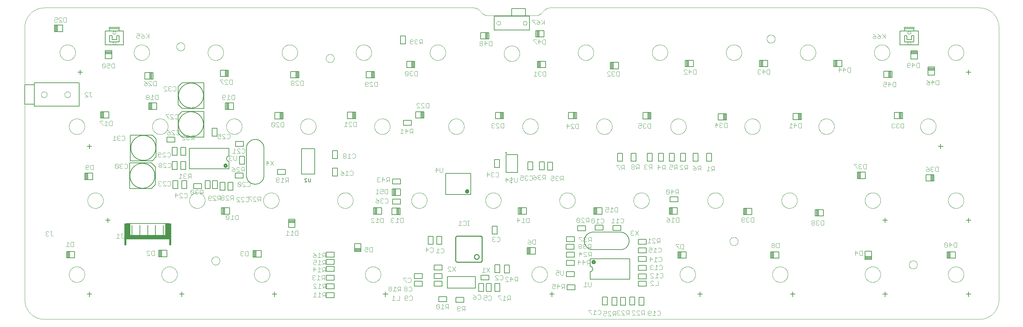
<source format=gbo>
G75*
%MOIN*%
%OFA0B0*%
%FSLAX25Y25*%
%IPPOS*%
%LPD*%
%AMOC8*
5,1,8,0,0,1.08239X$1,22.5*
%
%ADD10C,0.00000*%
%ADD11C,0.00500*%
%ADD12C,0.00400*%
%ADD13C,0.01000*%
%ADD14C,0.00800*%
%ADD15C,0.00700*%
%ADD16R,0.01969X0.22441*%
%ADD17R,0.03937X0.15748*%
%ADD18R,0.05906X0.15748*%
%ADD19R,0.37402X0.03937*%
%ADD20C,0.01761*%
D10*
X0024685Y0001567D02*
X0969567Y0001567D01*
X0970043Y0001573D01*
X0970518Y0001590D01*
X0970993Y0001619D01*
X0971467Y0001659D01*
X0971940Y0001711D01*
X0972411Y0001774D01*
X0972881Y0001848D01*
X0973349Y0001934D01*
X0973815Y0002031D01*
X0974278Y0002139D01*
X0974738Y0002258D01*
X0975196Y0002389D01*
X0975650Y0002530D01*
X0976101Y0002683D01*
X0976547Y0002846D01*
X0976990Y0003020D01*
X0977428Y0003205D01*
X0977862Y0003400D01*
X0978291Y0003606D01*
X0978715Y0003822D01*
X0979134Y0004048D01*
X0979547Y0004284D01*
X0979954Y0004530D01*
X0980355Y0004786D01*
X0980749Y0005052D01*
X0981138Y0005327D01*
X0981519Y0005611D01*
X0981893Y0005904D01*
X0982261Y0006206D01*
X0982621Y0006518D01*
X0982973Y0006837D01*
X0983317Y0007165D01*
X0983654Y0007502D01*
X0983982Y0007846D01*
X0984301Y0008198D01*
X0984613Y0008558D01*
X0984915Y0008926D01*
X0985208Y0009300D01*
X0985492Y0009681D01*
X0985767Y0010070D01*
X0986033Y0010464D01*
X0986289Y0010865D01*
X0986535Y0011272D01*
X0986771Y0011685D01*
X0986997Y0012104D01*
X0987213Y0012528D01*
X0987419Y0012957D01*
X0987614Y0013391D01*
X0987799Y0013829D01*
X0987973Y0014272D01*
X0988136Y0014718D01*
X0988289Y0015169D01*
X0988430Y0015623D01*
X0988561Y0016081D01*
X0988680Y0016541D01*
X0988788Y0017004D01*
X0988885Y0017470D01*
X0988971Y0017938D01*
X0989045Y0018408D01*
X0989108Y0018879D01*
X0989160Y0019352D01*
X0989200Y0019826D01*
X0989229Y0020301D01*
X0989246Y0020776D01*
X0989252Y0021252D01*
X0989252Y0296842D01*
X0989246Y0297318D01*
X0989229Y0297793D01*
X0989200Y0298268D01*
X0989160Y0298742D01*
X0989108Y0299215D01*
X0989045Y0299686D01*
X0988971Y0300156D01*
X0988885Y0300624D01*
X0988788Y0301090D01*
X0988680Y0301553D01*
X0988561Y0302013D01*
X0988430Y0302471D01*
X0988289Y0302925D01*
X0988136Y0303376D01*
X0987973Y0303822D01*
X0987799Y0304265D01*
X0987614Y0304703D01*
X0987419Y0305137D01*
X0987213Y0305566D01*
X0986997Y0305990D01*
X0986771Y0306409D01*
X0986535Y0306822D01*
X0986289Y0307229D01*
X0986033Y0307630D01*
X0985767Y0308024D01*
X0985492Y0308413D01*
X0985208Y0308794D01*
X0984915Y0309168D01*
X0984613Y0309536D01*
X0984301Y0309896D01*
X0983982Y0310248D01*
X0983654Y0310592D01*
X0983317Y0310929D01*
X0982973Y0311257D01*
X0982621Y0311576D01*
X0982261Y0311888D01*
X0981893Y0312190D01*
X0981519Y0312483D01*
X0981138Y0312767D01*
X0980749Y0313042D01*
X0980355Y0313308D01*
X0979954Y0313564D01*
X0979547Y0313810D01*
X0979134Y0314046D01*
X0978715Y0314272D01*
X0978291Y0314488D01*
X0977862Y0314694D01*
X0977428Y0314889D01*
X0976990Y0315074D01*
X0976547Y0315248D01*
X0976101Y0315411D01*
X0975650Y0315564D01*
X0975196Y0315705D01*
X0974738Y0315836D01*
X0974278Y0315955D01*
X0973815Y0316063D01*
X0973349Y0316160D01*
X0972881Y0316246D01*
X0972411Y0316320D01*
X0971940Y0316383D01*
X0971467Y0316435D01*
X0970993Y0316475D01*
X0970518Y0316504D01*
X0970043Y0316521D01*
X0969567Y0316527D01*
X0535821Y0316527D01*
X0530253Y0314221D02*
X0526991Y0310960D01*
X0521424Y0308653D02*
X0472828Y0308653D01*
X0467261Y0310960D02*
X0463999Y0314221D01*
X0458431Y0316527D02*
X0024685Y0316527D01*
X0024209Y0316521D01*
X0023734Y0316504D01*
X0023259Y0316475D01*
X0022785Y0316435D01*
X0022312Y0316383D01*
X0021841Y0316320D01*
X0021371Y0316246D01*
X0020903Y0316160D01*
X0020437Y0316063D01*
X0019974Y0315955D01*
X0019514Y0315836D01*
X0019056Y0315705D01*
X0018602Y0315564D01*
X0018151Y0315411D01*
X0017705Y0315248D01*
X0017262Y0315074D01*
X0016824Y0314889D01*
X0016390Y0314694D01*
X0015961Y0314488D01*
X0015537Y0314272D01*
X0015118Y0314046D01*
X0014705Y0313810D01*
X0014298Y0313564D01*
X0013897Y0313308D01*
X0013503Y0313042D01*
X0013114Y0312767D01*
X0012733Y0312483D01*
X0012359Y0312190D01*
X0011991Y0311888D01*
X0011631Y0311576D01*
X0011279Y0311257D01*
X0010935Y0310929D01*
X0010598Y0310592D01*
X0010270Y0310248D01*
X0009951Y0309896D01*
X0009639Y0309536D01*
X0009337Y0309168D01*
X0009044Y0308794D01*
X0008760Y0308413D01*
X0008485Y0308024D01*
X0008219Y0307630D01*
X0007963Y0307229D01*
X0007717Y0306822D01*
X0007481Y0306409D01*
X0007255Y0305990D01*
X0007039Y0305566D01*
X0006833Y0305137D01*
X0006638Y0304703D01*
X0006453Y0304265D01*
X0006279Y0303822D01*
X0006116Y0303376D01*
X0005963Y0302925D01*
X0005822Y0302471D01*
X0005691Y0302013D01*
X0005572Y0301553D01*
X0005464Y0301090D01*
X0005367Y0300624D01*
X0005281Y0300156D01*
X0005207Y0299686D01*
X0005144Y0299215D01*
X0005092Y0298742D01*
X0005052Y0298268D01*
X0005023Y0297793D01*
X0005006Y0297318D01*
X0005000Y0296842D01*
X0005000Y0021252D01*
X0005006Y0020776D01*
X0005023Y0020301D01*
X0005052Y0019826D01*
X0005092Y0019352D01*
X0005144Y0018879D01*
X0005207Y0018408D01*
X0005281Y0017938D01*
X0005367Y0017470D01*
X0005464Y0017004D01*
X0005572Y0016541D01*
X0005691Y0016081D01*
X0005822Y0015623D01*
X0005963Y0015169D01*
X0006116Y0014718D01*
X0006279Y0014272D01*
X0006453Y0013829D01*
X0006638Y0013391D01*
X0006833Y0012957D01*
X0007039Y0012528D01*
X0007255Y0012104D01*
X0007481Y0011685D01*
X0007717Y0011272D01*
X0007963Y0010865D01*
X0008219Y0010464D01*
X0008485Y0010070D01*
X0008760Y0009681D01*
X0009044Y0009300D01*
X0009337Y0008926D01*
X0009639Y0008558D01*
X0009951Y0008198D01*
X0010270Y0007846D01*
X0010598Y0007502D01*
X0010935Y0007165D01*
X0011279Y0006837D01*
X0011631Y0006518D01*
X0011991Y0006206D01*
X0012359Y0005904D01*
X0012733Y0005611D01*
X0013114Y0005327D01*
X0013503Y0005052D01*
X0013897Y0004786D01*
X0014298Y0004530D01*
X0014705Y0004284D01*
X0015118Y0004048D01*
X0015537Y0003822D01*
X0015961Y0003606D01*
X0016390Y0003400D01*
X0016824Y0003205D01*
X0017262Y0003020D01*
X0017705Y0002846D01*
X0018151Y0002683D01*
X0018602Y0002530D01*
X0019056Y0002389D01*
X0019514Y0002258D01*
X0019974Y0002139D01*
X0020437Y0002031D01*
X0020903Y0001934D01*
X0021371Y0001848D01*
X0021841Y0001774D01*
X0022312Y0001711D01*
X0022785Y0001659D01*
X0023259Y0001619D01*
X0023734Y0001590D01*
X0024209Y0001573D01*
X0024685Y0001567D01*
X0049782Y0046842D02*
X0049784Y0047035D01*
X0049791Y0047228D01*
X0049803Y0047421D01*
X0049820Y0047614D01*
X0049841Y0047806D01*
X0049867Y0047998D01*
X0049898Y0048188D01*
X0049933Y0048378D01*
X0049973Y0048567D01*
X0050018Y0048755D01*
X0050067Y0048942D01*
X0050121Y0049128D01*
X0050179Y0049312D01*
X0050242Y0049495D01*
X0050310Y0049676D01*
X0050381Y0049856D01*
X0050458Y0050033D01*
X0050538Y0050209D01*
X0050623Y0050383D01*
X0050712Y0050554D01*
X0050805Y0050724D01*
X0050902Y0050891D01*
X0051004Y0051055D01*
X0051109Y0051217D01*
X0051219Y0051376D01*
X0051332Y0051533D01*
X0051449Y0051687D01*
X0051570Y0051838D01*
X0051694Y0051986D01*
X0051822Y0052131D01*
X0051954Y0052272D01*
X0052089Y0052410D01*
X0052227Y0052545D01*
X0052368Y0052677D01*
X0052513Y0052805D01*
X0052661Y0052929D01*
X0052812Y0053050D01*
X0052966Y0053167D01*
X0053123Y0053280D01*
X0053282Y0053390D01*
X0053444Y0053495D01*
X0053608Y0053597D01*
X0053775Y0053694D01*
X0053945Y0053787D01*
X0054116Y0053876D01*
X0054290Y0053961D01*
X0054466Y0054041D01*
X0054643Y0054118D01*
X0054823Y0054189D01*
X0055004Y0054257D01*
X0055187Y0054320D01*
X0055371Y0054378D01*
X0055557Y0054432D01*
X0055744Y0054481D01*
X0055932Y0054526D01*
X0056121Y0054566D01*
X0056311Y0054601D01*
X0056501Y0054632D01*
X0056693Y0054658D01*
X0056885Y0054679D01*
X0057078Y0054696D01*
X0057271Y0054708D01*
X0057464Y0054715D01*
X0057657Y0054717D01*
X0057850Y0054715D01*
X0058043Y0054708D01*
X0058236Y0054696D01*
X0058429Y0054679D01*
X0058621Y0054658D01*
X0058813Y0054632D01*
X0059003Y0054601D01*
X0059193Y0054566D01*
X0059382Y0054526D01*
X0059570Y0054481D01*
X0059757Y0054432D01*
X0059943Y0054378D01*
X0060127Y0054320D01*
X0060310Y0054257D01*
X0060491Y0054189D01*
X0060671Y0054118D01*
X0060848Y0054041D01*
X0061024Y0053961D01*
X0061198Y0053876D01*
X0061369Y0053787D01*
X0061539Y0053694D01*
X0061706Y0053597D01*
X0061870Y0053495D01*
X0062032Y0053390D01*
X0062191Y0053280D01*
X0062348Y0053167D01*
X0062502Y0053050D01*
X0062653Y0052929D01*
X0062801Y0052805D01*
X0062946Y0052677D01*
X0063087Y0052545D01*
X0063225Y0052410D01*
X0063360Y0052272D01*
X0063492Y0052131D01*
X0063620Y0051986D01*
X0063744Y0051838D01*
X0063865Y0051687D01*
X0063982Y0051533D01*
X0064095Y0051376D01*
X0064205Y0051217D01*
X0064310Y0051055D01*
X0064412Y0050891D01*
X0064509Y0050724D01*
X0064602Y0050554D01*
X0064691Y0050383D01*
X0064776Y0050209D01*
X0064856Y0050033D01*
X0064933Y0049856D01*
X0065004Y0049676D01*
X0065072Y0049495D01*
X0065135Y0049312D01*
X0065193Y0049128D01*
X0065247Y0048942D01*
X0065296Y0048755D01*
X0065341Y0048567D01*
X0065381Y0048378D01*
X0065416Y0048188D01*
X0065447Y0047998D01*
X0065473Y0047806D01*
X0065494Y0047614D01*
X0065511Y0047421D01*
X0065523Y0047228D01*
X0065530Y0047035D01*
X0065532Y0046842D01*
X0065530Y0046649D01*
X0065523Y0046456D01*
X0065511Y0046263D01*
X0065494Y0046070D01*
X0065473Y0045878D01*
X0065447Y0045686D01*
X0065416Y0045496D01*
X0065381Y0045306D01*
X0065341Y0045117D01*
X0065296Y0044929D01*
X0065247Y0044742D01*
X0065193Y0044556D01*
X0065135Y0044372D01*
X0065072Y0044189D01*
X0065004Y0044008D01*
X0064933Y0043828D01*
X0064856Y0043651D01*
X0064776Y0043475D01*
X0064691Y0043301D01*
X0064602Y0043130D01*
X0064509Y0042960D01*
X0064412Y0042793D01*
X0064310Y0042629D01*
X0064205Y0042467D01*
X0064095Y0042308D01*
X0063982Y0042151D01*
X0063865Y0041997D01*
X0063744Y0041846D01*
X0063620Y0041698D01*
X0063492Y0041553D01*
X0063360Y0041412D01*
X0063225Y0041274D01*
X0063087Y0041139D01*
X0062946Y0041007D01*
X0062801Y0040879D01*
X0062653Y0040755D01*
X0062502Y0040634D01*
X0062348Y0040517D01*
X0062191Y0040404D01*
X0062032Y0040294D01*
X0061870Y0040189D01*
X0061706Y0040087D01*
X0061539Y0039990D01*
X0061369Y0039897D01*
X0061198Y0039808D01*
X0061024Y0039723D01*
X0060848Y0039643D01*
X0060671Y0039566D01*
X0060491Y0039495D01*
X0060310Y0039427D01*
X0060127Y0039364D01*
X0059943Y0039306D01*
X0059757Y0039252D01*
X0059570Y0039203D01*
X0059382Y0039158D01*
X0059193Y0039118D01*
X0059003Y0039083D01*
X0058813Y0039052D01*
X0058621Y0039026D01*
X0058429Y0039005D01*
X0058236Y0038988D01*
X0058043Y0038976D01*
X0057850Y0038969D01*
X0057657Y0038967D01*
X0057464Y0038969D01*
X0057271Y0038976D01*
X0057078Y0038988D01*
X0056885Y0039005D01*
X0056693Y0039026D01*
X0056501Y0039052D01*
X0056311Y0039083D01*
X0056121Y0039118D01*
X0055932Y0039158D01*
X0055744Y0039203D01*
X0055557Y0039252D01*
X0055371Y0039306D01*
X0055187Y0039364D01*
X0055004Y0039427D01*
X0054823Y0039495D01*
X0054643Y0039566D01*
X0054466Y0039643D01*
X0054290Y0039723D01*
X0054116Y0039808D01*
X0053945Y0039897D01*
X0053775Y0039990D01*
X0053608Y0040087D01*
X0053444Y0040189D01*
X0053282Y0040294D01*
X0053123Y0040404D01*
X0052966Y0040517D01*
X0052812Y0040634D01*
X0052661Y0040755D01*
X0052513Y0040879D01*
X0052368Y0041007D01*
X0052227Y0041139D01*
X0052089Y0041274D01*
X0051954Y0041412D01*
X0051822Y0041553D01*
X0051694Y0041698D01*
X0051570Y0041846D01*
X0051449Y0041997D01*
X0051332Y0042151D01*
X0051219Y0042308D01*
X0051109Y0042467D01*
X0051004Y0042629D01*
X0050902Y0042793D01*
X0050805Y0042960D01*
X0050712Y0043130D01*
X0050623Y0043301D01*
X0050538Y0043475D01*
X0050458Y0043651D01*
X0050381Y0043828D01*
X0050310Y0044008D01*
X0050242Y0044189D01*
X0050179Y0044372D01*
X0050121Y0044556D01*
X0050067Y0044742D01*
X0050018Y0044929D01*
X0049973Y0045117D01*
X0049933Y0045306D01*
X0049898Y0045496D01*
X0049867Y0045686D01*
X0049841Y0045878D01*
X0049820Y0046070D01*
X0049803Y0046263D01*
X0049791Y0046456D01*
X0049784Y0046649D01*
X0049782Y0046842D01*
X0143286Y0046842D02*
X0143288Y0047035D01*
X0143295Y0047228D01*
X0143307Y0047421D01*
X0143324Y0047614D01*
X0143345Y0047806D01*
X0143371Y0047998D01*
X0143402Y0048188D01*
X0143437Y0048378D01*
X0143477Y0048567D01*
X0143522Y0048755D01*
X0143571Y0048942D01*
X0143625Y0049128D01*
X0143683Y0049312D01*
X0143746Y0049495D01*
X0143814Y0049676D01*
X0143885Y0049856D01*
X0143962Y0050033D01*
X0144042Y0050209D01*
X0144127Y0050383D01*
X0144216Y0050554D01*
X0144309Y0050724D01*
X0144406Y0050891D01*
X0144508Y0051055D01*
X0144613Y0051217D01*
X0144723Y0051376D01*
X0144836Y0051533D01*
X0144953Y0051687D01*
X0145074Y0051838D01*
X0145198Y0051986D01*
X0145326Y0052131D01*
X0145458Y0052272D01*
X0145593Y0052410D01*
X0145731Y0052545D01*
X0145872Y0052677D01*
X0146017Y0052805D01*
X0146165Y0052929D01*
X0146316Y0053050D01*
X0146470Y0053167D01*
X0146627Y0053280D01*
X0146786Y0053390D01*
X0146948Y0053495D01*
X0147112Y0053597D01*
X0147279Y0053694D01*
X0147449Y0053787D01*
X0147620Y0053876D01*
X0147794Y0053961D01*
X0147970Y0054041D01*
X0148147Y0054118D01*
X0148327Y0054189D01*
X0148508Y0054257D01*
X0148691Y0054320D01*
X0148875Y0054378D01*
X0149061Y0054432D01*
X0149248Y0054481D01*
X0149436Y0054526D01*
X0149625Y0054566D01*
X0149815Y0054601D01*
X0150005Y0054632D01*
X0150197Y0054658D01*
X0150389Y0054679D01*
X0150582Y0054696D01*
X0150775Y0054708D01*
X0150968Y0054715D01*
X0151161Y0054717D01*
X0151354Y0054715D01*
X0151547Y0054708D01*
X0151740Y0054696D01*
X0151933Y0054679D01*
X0152125Y0054658D01*
X0152317Y0054632D01*
X0152507Y0054601D01*
X0152697Y0054566D01*
X0152886Y0054526D01*
X0153074Y0054481D01*
X0153261Y0054432D01*
X0153447Y0054378D01*
X0153631Y0054320D01*
X0153814Y0054257D01*
X0153995Y0054189D01*
X0154175Y0054118D01*
X0154352Y0054041D01*
X0154528Y0053961D01*
X0154702Y0053876D01*
X0154873Y0053787D01*
X0155043Y0053694D01*
X0155210Y0053597D01*
X0155374Y0053495D01*
X0155536Y0053390D01*
X0155695Y0053280D01*
X0155852Y0053167D01*
X0156006Y0053050D01*
X0156157Y0052929D01*
X0156305Y0052805D01*
X0156450Y0052677D01*
X0156591Y0052545D01*
X0156729Y0052410D01*
X0156864Y0052272D01*
X0156996Y0052131D01*
X0157124Y0051986D01*
X0157248Y0051838D01*
X0157369Y0051687D01*
X0157486Y0051533D01*
X0157599Y0051376D01*
X0157709Y0051217D01*
X0157814Y0051055D01*
X0157916Y0050891D01*
X0158013Y0050724D01*
X0158106Y0050554D01*
X0158195Y0050383D01*
X0158280Y0050209D01*
X0158360Y0050033D01*
X0158437Y0049856D01*
X0158508Y0049676D01*
X0158576Y0049495D01*
X0158639Y0049312D01*
X0158697Y0049128D01*
X0158751Y0048942D01*
X0158800Y0048755D01*
X0158845Y0048567D01*
X0158885Y0048378D01*
X0158920Y0048188D01*
X0158951Y0047998D01*
X0158977Y0047806D01*
X0158998Y0047614D01*
X0159015Y0047421D01*
X0159027Y0047228D01*
X0159034Y0047035D01*
X0159036Y0046842D01*
X0159034Y0046649D01*
X0159027Y0046456D01*
X0159015Y0046263D01*
X0158998Y0046070D01*
X0158977Y0045878D01*
X0158951Y0045686D01*
X0158920Y0045496D01*
X0158885Y0045306D01*
X0158845Y0045117D01*
X0158800Y0044929D01*
X0158751Y0044742D01*
X0158697Y0044556D01*
X0158639Y0044372D01*
X0158576Y0044189D01*
X0158508Y0044008D01*
X0158437Y0043828D01*
X0158360Y0043651D01*
X0158280Y0043475D01*
X0158195Y0043301D01*
X0158106Y0043130D01*
X0158013Y0042960D01*
X0157916Y0042793D01*
X0157814Y0042629D01*
X0157709Y0042467D01*
X0157599Y0042308D01*
X0157486Y0042151D01*
X0157369Y0041997D01*
X0157248Y0041846D01*
X0157124Y0041698D01*
X0156996Y0041553D01*
X0156864Y0041412D01*
X0156729Y0041274D01*
X0156591Y0041139D01*
X0156450Y0041007D01*
X0156305Y0040879D01*
X0156157Y0040755D01*
X0156006Y0040634D01*
X0155852Y0040517D01*
X0155695Y0040404D01*
X0155536Y0040294D01*
X0155374Y0040189D01*
X0155210Y0040087D01*
X0155043Y0039990D01*
X0154873Y0039897D01*
X0154702Y0039808D01*
X0154528Y0039723D01*
X0154352Y0039643D01*
X0154175Y0039566D01*
X0153995Y0039495D01*
X0153814Y0039427D01*
X0153631Y0039364D01*
X0153447Y0039306D01*
X0153261Y0039252D01*
X0153074Y0039203D01*
X0152886Y0039158D01*
X0152697Y0039118D01*
X0152507Y0039083D01*
X0152317Y0039052D01*
X0152125Y0039026D01*
X0151933Y0039005D01*
X0151740Y0038988D01*
X0151547Y0038976D01*
X0151354Y0038969D01*
X0151161Y0038967D01*
X0150968Y0038969D01*
X0150775Y0038976D01*
X0150582Y0038988D01*
X0150389Y0039005D01*
X0150197Y0039026D01*
X0150005Y0039052D01*
X0149815Y0039083D01*
X0149625Y0039118D01*
X0149436Y0039158D01*
X0149248Y0039203D01*
X0149061Y0039252D01*
X0148875Y0039306D01*
X0148691Y0039364D01*
X0148508Y0039427D01*
X0148327Y0039495D01*
X0148147Y0039566D01*
X0147970Y0039643D01*
X0147794Y0039723D01*
X0147620Y0039808D01*
X0147449Y0039897D01*
X0147279Y0039990D01*
X0147112Y0040087D01*
X0146948Y0040189D01*
X0146786Y0040294D01*
X0146627Y0040404D01*
X0146470Y0040517D01*
X0146316Y0040634D01*
X0146165Y0040755D01*
X0146017Y0040879D01*
X0145872Y0041007D01*
X0145731Y0041139D01*
X0145593Y0041274D01*
X0145458Y0041412D01*
X0145326Y0041553D01*
X0145198Y0041698D01*
X0145074Y0041846D01*
X0144953Y0041997D01*
X0144836Y0042151D01*
X0144723Y0042308D01*
X0144613Y0042467D01*
X0144508Y0042629D01*
X0144406Y0042793D01*
X0144309Y0042960D01*
X0144216Y0043130D01*
X0144127Y0043301D01*
X0144042Y0043475D01*
X0143962Y0043651D01*
X0143885Y0043828D01*
X0143814Y0044008D01*
X0143746Y0044189D01*
X0143683Y0044372D01*
X0143625Y0044556D01*
X0143571Y0044742D01*
X0143522Y0044929D01*
X0143477Y0045117D01*
X0143437Y0045306D01*
X0143402Y0045496D01*
X0143371Y0045686D01*
X0143345Y0045878D01*
X0143324Y0046070D01*
X0143307Y0046263D01*
X0143295Y0046456D01*
X0143288Y0046649D01*
X0143286Y0046842D01*
X0193779Y0060622D02*
X0193781Y0060750D01*
X0193787Y0060878D01*
X0193797Y0061005D01*
X0193811Y0061133D01*
X0193828Y0061259D01*
X0193850Y0061385D01*
X0193876Y0061511D01*
X0193905Y0061635D01*
X0193938Y0061759D01*
X0193975Y0061881D01*
X0194016Y0062002D01*
X0194061Y0062122D01*
X0194109Y0062241D01*
X0194161Y0062358D01*
X0194217Y0062473D01*
X0194276Y0062587D01*
X0194338Y0062698D01*
X0194404Y0062808D01*
X0194473Y0062915D01*
X0194546Y0063021D01*
X0194622Y0063124D01*
X0194701Y0063224D01*
X0194783Y0063323D01*
X0194868Y0063418D01*
X0194956Y0063511D01*
X0195047Y0063601D01*
X0195140Y0063688D01*
X0195237Y0063773D01*
X0195335Y0063854D01*
X0195437Y0063932D01*
X0195540Y0064007D01*
X0195646Y0064079D01*
X0195754Y0064148D01*
X0195864Y0064213D01*
X0195977Y0064274D01*
X0196091Y0064333D01*
X0196206Y0064387D01*
X0196324Y0064438D01*
X0196442Y0064486D01*
X0196563Y0064529D01*
X0196684Y0064569D01*
X0196807Y0064605D01*
X0196931Y0064638D01*
X0197056Y0064666D01*
X0197181Y0064691D01*
X0197307Y0064711D01*
X0197434Y0064728D01*
X0197562Y0064741D01*
X0197689Y0064750D01*
X0197817Y0064755D01*
X0197945Y0064756D01*
X0198073Y0064753D01*
X0198201Y0064746D01*
X0198328Y0064735D01*
X0198455Y0064720D01*
X0198582Y0064702D01*
X0198708Y0064679D01*
X0198833Y0064652D01*
X0198957Y0064622D01*
X0199080Y0064588D01*
X0199203Y0064550D01*
X0199324Y0064508D01*
X0199443Y0064462D01*
X0199561Y0064413D01*
X0199678Y0064360D01*
X0199793Y0064304D01*
X0199906Y0064244D01*
X0200017Y0064181D01*
X0200126Y0064114D01*
X0200233Y0064044D01*
X0200338Y0063970D01*
X0200440Y0063894D01*
X0200540Y0063814D01*
X0200638Y0063731D01*
X0200733Y0063645D01*
X0200825Y0063556D01*
X0200914Y0063465D01*
X0201001Y0063371D01*
X0201084Y0063274D01*
X0201165Y0063174D01*
X0201242Y0063073D01*
X0201317Y0062968D01*
X0201388Y0062862D01*
X0201455Y0062753D01*
X0201520Y0062643D01*
X0201580Y0062530D01*
X0201638Y0062416D01*
X0201691Y0062300D01*
X0201741Y0062182D01*
X0201788Y0062063D01*
X0201831Y0061942D01*
X0201870Y0061820D01*
X0201905Y0061697D01*
X0201936Y0061573D01*
X0201964Y0061448D01*
X0201987Y0061322D01*
X0202007Y0061196D01*
X0202023Y0061069D01*
X0202035Y0060942D01*
X0202043Y0060814D01*
X0202047Y0060686D01*
X0202047Y0060558D01*
X0202043Y0060430D01*
X0202035Y0060302D01*
X0202023Y0060175D01*
X0202007Y0060048D01*
X0201987Y0059922D01*
X0201964Y0059796D01*
X0201936Y0059671D01*
X0201905Y0059547D01*
X0201870Y0059424D01*
X0201831Y0059302D01*
X0201788Y0059181D01*
X0201741Y0059062D01*
X0201691Y0058944D01*
X0201638Y0058828D01*
X0201580Y0058714D01*
X0201520Y0058601D01*
X0201455Y0058491D01*
X0201388Y0058382D01*
X0201317Y0058276D01*
X0201242Y0058171D01*
X0201165Y0058070D01*
X0201084Y0057970D01*
X0201001Y0057873D01*
X0200914Y0057779D01*
X0200825Y0057688D01*
X0200733Y0057599D01*
X0200638Y0057513D01*
X0200540Y0057430D01*
X0200440Y0057350D01*
X0200338Y0057274D01*
X0200233Y0057200D01*
X0200126Y0057130D01*
X0200017Y0057063D01*
X0199906Y0057000D01*
X0199793Y0056940D01*
X0199678Y0056884D01*
X0199561Y0056831D01*
X0199443Y0056782D01*
X0199324Y0056736D01*
X0199203Y0056694D01*
X0199080Y0056656D01*
X0198957Y0056622D01*
X0198833Y0056592D01*
X0198708Y0056565D01*
X0198582Y0056542D01*
X0198455Y0056524D01*
X0198328Y0056509D01*
X0198201Y0056498D01*
X0198073Y0056491D01*
X0197945Y0056488D01*
X0197817Y0056489D01*
X0197689Y0056494D01*
X0197562Y0056503D01*
X0197434Y0056516D01*
X0197307Y0056533D01*
X0197181Y0056553D01*
X0197056Y0056578D01*
X0196931Y0056606D01*
X0196807Y0056639D01*
X0196684Y0056675D01*
X0196563Y0056715D01*
X0196442Y0056758D01*
X0196324Y0056806D01*
X0196206Y0056857D01*
X0196091Y0056911D01*
X0195977Y0056970D01*
X0195864Y0057031D01*
X0195754Y0057096D01*
X0195646Y0057165D01*
X0195540Y0057237D01*
X0195437Y0057312D01*
X0195335Y0057390D01*
X0195237Y0057471D01*
X0195140Y0057556D01*
X0195047Y0057643D01*
X0194956Y0057733D01*
X0194868Y0057826D01*
X0194783Y0057921D01*
X0194701Y0058020D01*
X0194622Y0058120D01*
X0194546Y0058223D01*
X0194473Y0058329D01*
X0194404Y0058436D01*
X0194338Y0058546D01*
X0194276Y0058657D01*
X0194217Y0058771D01*
X0194161Y0058886D01*
X0194109Y0059003D01*
X0194061Y0059122D01*
X0194016Y0059242D01*
X0193975Y0059363D01*
X0193938Y0059485D01*
X0193905Y0059609D01*
X0193876Y0059733D01*
X0193850Y0059859D01*
X0193828Y0059985D01*
X0193811Y0060111D01*
X0193797Y0060239D01*
X0193787Y0060366D01*
X0193781Y0060494D01*
X0193779Y0060622D01*
X0236790Y0046842D02*
X0236792Y0047035D01*
X0236799Y0047228D01*
X0236811Y0047421D01*
X0236828Y0047614D01*
X0236849Y0047806D01*
X0236875Y0047998D01*
X0236906Y0048188D01*
X0236941Y0048378D01*
X0236981Y0048567D01*
X0237026Y0048755D01*
X0237075Y0048942D01*
X0237129Y0049128D01*
X0237187Y0049312D01*
X0237250Y0049495D01*
X0237318Y0049676D01*
X0237389Y0049856D01*
X0237466Y0050033D01*
X0237546Y0050209D01*
X0237631Y0050383D01*
X0237720Y0050554D01*
X0237813Y0050724D01*
X0237910Y0050891D01*
X0238012Y0051055D01*
X0238117Y0051217D01*
X0238227Y0051376D01*
X0238340Y0051533D01*
X0238457Y0051687D01*
X0238578Y0051838D01*
X0238702Y0051986D01*
X0238830Y0052131D01*
X0238962Y0052272D01*
X0239097Y0052410D01*
X0239235Y0052545D01*
X0239376Y0052677D01*
X0239521Y0052805D01*
X0239669Y0052929D01*
X0239820Y0053050D01*
X0239974Y0053167D01*
X0240131Y0053280D01*
X0240290Y0053390D01*
X0240452Y0053495D01*
X0240616Y0053597D01*
X0240783Y0053694D01*
X0240953Y0053787D01*
X0241124Y0053876D01*
X0241298Y0053961D01*
X0241474Y0054041D01*
X0241651Y0054118D01*
X0241831Y0054189D01*
X0242012Y0054257D01*
X0242195Y0054320D01*
X0242379Y0054378D01*
X0242565Y0054432D01*
X0242752Y0054481D01*
X0242940Y0054526D01*
X0243129Y0054566D01*
X0243319Y0054601D01*
X0243509Y0054632D01*
X0243701Y0054658D01*
X0243893Y0054679D01*
X0244086Y0054696D01*
X0244279Y0054708D01*
X0244472Y0054715D01*
X0244665Y0054717D01*
X0244858Y0054715D01*
X0245051Y0054708D01*
X0245244Y0054696D01*
X0245437Y0054679D01*
X0245629Y0054658D01*
X0245821Y0054632D01*
X0246011Y0054601D01*
X0246201Y0054566D01*
X0246390Y0054526D01*
X0246578Y0054481D01*
X0246765Y0054432D01*
X0246951Y0054378D01*
X0247135Y0054320D01*
X0247318Y0054257D01*
X0247499Y0054189D01*
X0247679Y0054118D01*
X0247856Y0054041D01*
X0248032Y0053961D01*
X0248206Y0053876D01*
X0248377Y0053787D01*
X0248547Y0053694D01*
X0248714Y0053597D01*
X0248878Y0053495D01*
X0249040Y0053390D01*
X0249199Y0053280D01*
X0249356Y0053167D01*
X0249510Y0053050D01*
X0249661Y0052929D01*
X0249809Y0052805D01*
X0249954Y0052677D01*
X0250095Y0052545D01*
X0250233Y0052410D01*
X0250368Y0052272D01*
X0250500Y0052131D01*
X0250628Y0051986D01*
X0250752Y0051838D01*
X0250873Y0051687D01*
X0250990Y0051533D01*
X0251103Y0051376D01*
X0251213Y0051217D01*
X0251318Y0051055D01*
X0251420Y0050891D01*
X0251517Y0050724D01*
X0251610Y0050554D01*
X0251699Y0050383D01*
X0251784Y0050209D01*
X0251864Y0050033D01*
X0251941Y0049856D01*
X0252012Y0049676D01*
X0252080Y0049495D01*
X0252143Y0049312D01*
X0252201Y0049128D01*
X0252255Y0048942D01*
X0252304Y0048755D01*
X0252349Y0048567D01*
X0252389Y0048378D01*
X0252424Y0048188D01*
X0252455Y0047998D01*
X0252481Y0047806D01*
X0252502Y0047614D01*
X0252519Y0047421D01*
X0252531Y0047228D01*
X0252538Y0047035D01*
X0252540Y0046842D01*
X0252538Y0046649D01*
X0252531Y0046456D01*
X0252519Y0046263D01*
X0252502Y0046070D01*
X0252481Y0045878D01*
X0252455Y0045686D01*
X0252424Y0045496D01*
X0252389Y0045306D01*
X0252349Y0045117D01*
X0252304Y0044929D01*
X0252255Y0044742D01*
X0252201Y0044556D01*
X0252143Y0044372D01*
X0252080Y0044189D01*
X0252012Y0044008D01*
X0251941Y0043828D01*
X0251864Y0043651D01*
X0251784Y0043475D01*
X0251699Y0043301D01*
X0251610Y0043130D01*
X0251517Y0042960D01*
X0251420Y0042793D01*
X0251318Y0042629D01*
X0251213Y0042467D01*
X0251103Y0042308D01*
X0250990Y0042151D01*
X0250873Y0041997D01*
X0250752Y0041846D01*
X0250628Y0041698D01*
X0250500Y0041553D01*
X0250368Y0041412D01*
X0250233Y0041274D01*
X0250095Y0041139D01*
X0249954Y0041007D01*
X0249809Y0040879D01*
X0249661Y0040755D01*
X0249510Y0040634D01*
X0249356Y0040517D01*
X0249199Y0040404D01*
X0249040Y0040294D01*
X0248878Y0040189D01*
X0248714Y0040087D01*
X0248547Y0039990D01*
X0248377Y0039897D01*
X0248206Y0039808D01*
X0248032Y0039723D01*
X0247856Y0039643D01*
X0247679Y0039566D01*
X0247499Y0039495D01*
X0247318Y0039427D01*
X0247135Y0039364D01*
X0246951Y0039306D01*
X0246765Y0039252D01*
X0246578Y0039203D01*
X0246390Y0039158D01*
X0246201Y0039118D01*
X0246011Y0039083D01*
X0245821Y0039052D01*
X0245629Y0039026D01*
X0245437Y0039005D01*
X0245244Y0038988D01*
X0245051Y0038976D01*
X0244858Y0038969D01*
X0244665Y0038967D01*
X0244472Y0038969D01*
X0244279Y0038976D01*
X0244086Y0038988D01*
X0243893Y0039005D01*
X0243701Y0039026D01*
X0243509Y0039052D01*
X0243319Y0039083D01*
X0243129Y0039118D01*
X0242940Y0039158D01*
X0242752Y0039203D01*
X0242565Y0039252D01*
X0242379Y0039306D01*
X0242195Y0039364D01*
X0242012Y0039427D01*
X0241831Y0039495D01*
X0241651Y0039566D01*
X0241474Y0039643D01*
X0241298Y0039723D01*
X0241124Y0039808D01*
X0240953Y0039897D01*
X0240783Y0039990D01*
X0240616Y0040087D01*
X0240452Y0040189D01*
X0240290Y0040294D01*
X0240131Y0040404D01*
X0239974Y0040517D01*
X0239820Y0040634D01*
X0239669Y0040755D01*
X0239521Y0040879D01*
X0239376Y0041007D01*
X0239235Y0041139D01*
X0239097Y0041274D01*
X0238962Y0041412D01*
X0238830Y0041553D01*
X0238702Y0041698D01*
X0238578Y0041846D01*
X0238457Y0041997D01*
X0238340Y0042151D01*
X0238227Y0042308D01*
X0238117Y0042467D01*
X0238012Y0042629D01*
X0237910Y0042793D01*
X0237813Y0042960D01*
X0237720Y0043130D01*
X0237631Y0043301D01*
X0237546Y0043475D01*
X0237466Y0043651D01*
X0237389Y0043828D01*
X0237318Y0044008D01*
X0237250Y0044189D01*
X0237187Y0044372D01*
X0237129Y0044556D01*
X0237075Y0044742D01*
X0237026Y0044929D01*
X0236981Y0045117D01*
X0236941Y0045306D01*
X0236906Y0045496D01*
X0236875Y0045686D01*
X0236849Y0045878D01*
X0236828Y0046070D01*
X0236811Y0046263D01*
X0236799Y0046456D01*
X0236792Y0046649D01*
X0236790Y0046842D01*
X0348995Y0046842D02*
X0348997Y0047035D01*
X0349004Y0047228D01*
X0349016Y0047421D01*
X0349033Y0047614D01*
X0349054Y0047806D01*
X0349080Y0047998D01*
X0349111Y0048188D01*
X0349146Y0048378D01*
X0349186Y0048567D01*
X0349231Y0048755D01*
X0349280Y0048942D01*
X0349334Y0049128D01*
X0349392Y0049312D01*
X0349455Y0049495D01*
X0349523Y0049676D01*
X0349594Y0049856D01*
X0349671Y0050033D01*
X0349751Y0050209D01*
X0349836Y0050383D01*
X0349925Y0050554D01*
X0350018Y0050724D01*
X0350115Y0050891D01*
X0350217Y0051055D01*
X0350322Y0051217D01*
X0350432Y0051376D01*
X0350545Y0051533D01*
X0350662Y0051687D01*
X0350783Y0051838D01*
X0350907Y0051986D01*
X0351035Y0052131D01*
X0351167Y0052272D01*
X0351302Y0052410D01*
X0351440Y0052545D01*
X0351581Y0052677D01*
X0351726Y0052805D01*
X0351874Y0052929D01*
X0352025Y0053050D01*
X0352179Y0053167D01*
X0352336Y0053280D01*
X0352495Y0053390D01*
X0352657Y0053495D01*
X0352821Y0053597D01*
X0352988Y0053694D01*
X0353158Y0053787D01*
X0353329Y0053876D01*
X0353503Y0053961D01*
X0353679Y0054041D01*
X0353856Y0054118D01*
X0354036Y0054189D01*
X0354217Y0054257D01*
X0354400Y0054320D01*
X0354584Y0054378D01*
X0354770Y0054432D01*
X0354957Y0054481D01*
X0355145Y0054526D01*
X0355334Y0054566D01*
X0355524Y0054601D01*
X0355714Y0054632D01*
X0355906Y0054658D01*
X0356098Y0054679D01*
X0356291Y0054696D01*
X0356484Y0054708D01*
X0356677Y0054715D01*
X0356870Y0054717D01*
X0357063Y0054715D01*
X0357256Y0054708D01*
X0357449Y0054696D01*
X0357642Y0054679D01*
X0357834Y0054658D01*
X0358026Y0054632D01*
X0358216Y0054601D01*
X0358406Y0054566D01*
X0358595Y0054526D01*
X0358783Y0054481D01*
X0358970Y0054432D01*
X0359156Y0054378D01*
X0359340Y0054320D01*
X0359523Y0054257D01*
X0359704Y0054189D01*
X0359884Y0054118D01*
X0360061Y0054041D01*
X0360237Y0053961D01*
X0360411Y0053876D01*
X0360582Y0053787D01*
X0360752Y0053694D01*
X0360919Y0053597D01*
X0361083Y0053495D01*
X0361245Y0053390D01*
X0361404Y0053280D01*
X0361561Y0053167D01*
X0361715Y0053050D01*
X0361866Y0052929D01*
X0362014Y0052805D01*
X0362159Y0052677D01*
X0362300Y0052545D01*
X0362438Y0052410D01*
X0362573Y0052272D01*
X0362705Y0052131D01*
X0362833Y0051986D01*
X0362957Y0051838D01*
X0363078Y0051687D01*
X0363195Y0051533D01*
X0363308Y0051376D01*
X0363418Y0051217D01*
X0363523Y0051055D01*
X0363625Y0050891D01*
X0363722Y0050724D01*
X0363815Y0050554D01*
X0363904Y0050383D01*
X0363989Y0050209D01*
X0364069Y0050033D01*
X0364146Y0049856D01*
X0364217Y0049676D01*
X0364285Y0049495D01*
X0364348Y0049312D01*
X0364406Y0049128D01*
X0364460Y0048942D01*
X0364509Y0048755D01*
X0364554Y0048567D01*
X0364594Y0048378D01*
X0364629Y0048188D01*
X0364660Y0047998D01*
X0364686Y0047806D01*
X0364707Y0047614D01*
X0364724Y0047421D01*
X0364736Y0047228D01*
X0364743Y0047035D01*
X0364745Y0046842D01*
X0364743Y0046649D01*
X0364736Y0046456D01*
X0364724Y0046263D01*
X0364707Y0046070D01*
X0364686Y0045878D01*
X0364660Y0045686D01*
X0364629Y0045496D01*
X0364594Y0045306D01*
X0364554Y0045117D01*
X0364509Y0044929D01*
X0364460Y0044742D01*
X0364406Y0044556D01*
X0364348Y0044372D01*
X0364285Y0044189D01*
X0364217Y0044008D01*
X0364146Y0043828D01*
X0364069Y0043651D01*
X0363989Y0043475D01*
X0363904Y0043301D01*
X0363815Y0043130D01*
X0363722Y0042960D01*
X0363625Y0042793D01*
X0363523Y0042629D01*
X0363418Y0042467D01*
X0363308Y0042308D01*
X0363195Y0042151D01*
X0363078Y0041997D01*
X0362957Y0041846D01*
X0362833Y0041698D01*
X0362705Y0041553D01*
X0362573Y0041412D01*
X0362438Y0041274D01*
X0362300Y0041139D01*
X0362159Y0041007D01*
X0362014Y0040879D01*
X0361866Y0040755D01*
X0361715Y0040634D01*
X0361561Y0040517D01*
X0361404Y0040404D01*
X0361245Y0040294D01*
X0361083Y0040189D01*
X0360919Y0040087D01*
X0360752Y0039990D01*
X0360582Y0039897D01*
X0360411Y0039808D01*
X0360237Y0039723D01*
X0360061Y0039643D01*
X0359884Y0039566D01*
X0359704Y0039495D01*
X0359523Y0039427D01*
X0359340Y0039364D01*
X0359156Y0039306D01*
X0358970Y0039252D01*
X0358783Y0039203D01*
X0358595Y0039158D01*
X0358406Y0039118D01*
X0358216Y0039083D01*
X0358026Y0039052D01*
X0357834Y0039026D01*
X0357642Y0039005D01*
X0357449Y0038988D01*
X0357256Y0038976D01*
X0357063Y0038969D01*
X0356870Y0038967D01*
X0356677Y0038969D01*
X0356484Y0038976D01*
X0356291Y0038988D01*
X0356098Y0039005D01*
X0355906Y0039026D01*
X0355714Y0039052D01*
X0355524Y0039083D01*
X0355334Y0039118D01*
X0355145Y0039158D01*
X0354957Y0039203D01*
X0354770Y0039252D01*
X0354584Y0039306D01*
X0354400Y0039364D01*
X0354217Y0039427D01*
X0354036Y0039495D01*
X0353856Y0039566D01*
X0353679Y0039643D01*
X0353503Y0039723D01*
X0353329Y0039808D01*
X0353158Y0039897D01*
X0352988Y0039990D01*
X0352821Y0040087D01*
X0352657Y0040189D01*
X0352495Y0040294D01*
X0352336Y0040404D01*
X0352179Y0040517D01*
X0352025Y0040634D01*
X0351874Y0040755D01*
X0351726Y0040879D01*
X0351581Y0041007D01*
X0351440Y0041139D01*
X0351302Y0041274D01*
X0351167Y0041412D01*
X0351035Y0041553D01*
X0350907Y0041698D01*
X0350783Y0041846D01*
X0350662Y0041997D01*
X0350545Y0042151D01*
X0350432Y0042308D01*
X0350322Y0042467D01*
X0350217Y0042629D01*
X0350115Y0042793D01*
X0350018Y0042960D01*
X0349925Y0043130D01*
X0349836Y0043301D01*
X0349751Y0043475D01*
X0349671Y0043651D01*
X0349594Y0043828D01*
X0349523Y0044008D01*
X0349455Y0044189D01*
X0349392Y0044372D01*
X0349334Y0044556D01*
X0349280Y0044742D01*
X0349231Y0044929D01*
X0349186Y0045117D01*
X0349146Y0045306D01*
X0349111Y0045496D01*
X0349080Y0045686D01*
X0349054Y0045878D01*
X0349033Y0046070D01*
X0349016Y0046263D01*
X0349004Y0046456D01*
X0348997Y0046649D01*
X0348995Y0046842D01*
X0517302Y0046842D02*
X0517304Y0047035D01*
X0517311Y0047228D01*
X0517323Y0047421D01*
X0517340Y0047614D01*
X0517361Y0047806D01*
X0517387Y0047998D01*
X0517418Y0048188D01*
X0517453Y0048378D01*
X0517493Y0048567D01*
X0517538Y0048755D01*
X0517587Y0048942D01*
X0517641Y0049128D01*
X0517699Y0049312D01*
X0517762Y0049495D01*
X0517830Y0049676D01*
X0517901Y0049856D01*
X0517978Y0050033D01*
X0518058Y0050209D01*
X0518143Y0050383D01*
X0518232Y0050554D01*
X0518325Y0050724D01*
X0518422Y0050891D01*
X0518524Y0051055D01*
X0518629Y0051217D01*
X0518739Y0051376D01*
X0518852Y0051533D01*
X0518969Y0051687D01*
X0519090Y0051838D01*
X0519214Y0051986D01*
X0519342Y0052131D01*
X0519474Y0052272D01*
X0519609Y0052410D01*
X0519747Y0052545D01*
X0519888Y0052677D01*
X0520033Y0052805D01*
X0520181Y0052929D01*
X0520332Y0053050D01*
X0520486Y0053167D01*
X0520643Y0053280D01*
X0520802Y0053390D01*
X0520964Y0053495D01*
X0521128Y0053597D01*
X0521295Y0053694D01*
X0521465Y0053787D01*
X0521636Y0053876D01*
X0521810Y0053961D01*
X0521986Y0054041D01*
X0522163Y0054118D01*
X0522343Y0054189D01*
X0522524Y0054257D01*
X0522707Y0054320D01*
X0522891Y0054378D01*
X0523077Y0054432D01*
X0523264Y0054481D01*
X0523452Y0054526D01*
X0523641Y0054566D01*
X0523831Y0054601D01*
X0524021Y0054632D01*
X0524213Y0054658D01*
X0524405Y0054679D01*
X0524598Y0054696D01*
X0524791Y0054708D01*
X0524984Y0054715D01*
X0525177Y0054717D01*
X0525370Y0054715D01*
X0525563Y0054708D01*
X0525756Y0054696D01*
X0525949Y0054679D01*
X0526141Y0054658D01*
X0526333Y0054632D01*
X0526523Y0054601D01*
X0526713Y0054566D01*
X0526902Y0054526D01*
X0527090Y0054481D01*
X0527277Y0054432D01*
X0527463Y0054378D01*
X0527647Y0054320D01*
X0527830Y0054257D01*
X0528011Y0054189D01*
X0528191Y0054118D01*
X0528368Y0054041D01*
X0528544Y0053961D01*
X0528718Y0053876D01*
X0528889Y0053787D01*
X0529059Y0053694D01*
X0529226Y0053597D01*
X0529390Y0053495D01*
X0529552Y0053390D01*
X0529711Y0053280D01*
X0529868Y0053167D01*
X0530022Y0053050D01*
X0530173Y0052929D01*
X0530321Y0052805D01*
X0530466Y0052677D01*
X0530607Y0052545D01*
X0530745Y0052410D01*
X0530880Y0052272D01*
X0531012Y0052131D01*
X0531140Y0051986D01*
X0531264Y0051838D01*
X0531385Y0051687D01*
X0531502Y0051533D01*
X0531615Y0051376D01*
X0531725Y0051217D01*
X0531830Y0051055D01*
X0531932Y0050891D01*
X0532029Y0050724D01*
X0532122Y0050554D01*
X0532211Y0050383D01*
X0532296Y0050209D01*
X0532376Y0050033D01*
X0532453Y0049856D01*
X0532524Y0049676D01*
X0532592Y0049495D01*
X0532655Y0049312D01*
X0532713Y0049128D01*
X0532767Y0048942D01*
X0532816Y0048755D01*
X0532861Y0048567D01*
X0532901Y0048378D01*
X0532936Y0048188D01*
X0532967Y0047998D01*
X0532993Y0047806D01*
X0533014Y0047614D01*
X0533031Y0047421D01*
X0533043Y0047228D01*
X0533050Y0047035D01*
X0533052Y0046842D01*
X0533050Y0046649D01*
X0533043Y0046456D01*
X0533031Y0046263D01*
X0533014Y0046070D01*
X0532993Y0045878D01*
X0532967Y0045686D01*
X0532936Y0045496D01*
X0532901Y0045306D01*
X0532861Y0045117D01*
X0532816Y0044929D01*
X0532767Y0044742D01*
X0532713Y0044556D01*
X0532655Y0044372D01*
X0532592Y0044189D01*
X0532524Y0044008D01*
X0532453Y0043828D01*
X0532376Y0043651D01*
X0532296Y0043475D01*
X0532211Y0043301D01*
X0532122Y0043130D01*
X0532029Y0042960D01*
X0531932Y0042793D01*
X0531830Y0042629D01*
X0531725Y0042467D01*
X0531615Y0042308D01*
X0531502Y0042151D01*
X0531385Y0041997D01*
X0531264Y0041846D01*
X0531140Y0041698D01*
X0531012Y0041553D01*
X0530880Y0041412D01*
X0530745Y0041274D01*
X0530607Y0041139D01*
X0530466Y0041007D01*
X0530321Y0040879D01*
X0530173Y0040755D01*
X0530022Y0040634D01*
X0529868Y0040517D01*
X0529711Y0040404D01*
X0529552Y0040294D01*
X0529390Y0040189D01*
X0529226Y0040087D01*
X0529059Y0039990D01*
X0528889Y0039897D01*
X0528718Y0039808D01*
X0528544Y0039723D01*
X0528368Y0039643D01*
X0528191Y0039566D01*
X0528011Y0039495D01*
X0527830Y0039427D01*
X0527647Y0039364D01*
X0527463Y0039306D01*
X0527277Y0039252D01*
X0527090Y0039203D01*
X0526902Y0039158D01*
X0526713Y0039118D01*
X0526523Y0039083D01*
X0526333Y0039052D01*
X0526141Y0039026D01*
X0525949Y0039005D01*
X0525756Y0038988D01*
X0525563Y0038976D01*
X0525370Y0038969D01*
X0525177Y0038967D01*
X0524984Y0038969D01*
X0524791Y0038976D01*
X0524598Y0038988D01*
X0524405Y0039005D01*
X0524213Y0039026D01*
X0524021Y0039052D01*
X0523831Y0039083D01*
X0523641Y0039118D01*
X0523452Y0039158D01*
X0523264Y0039203D01*
X0523077Y0039252D01*
X0522891Y0039306D01*
X0522707Y0039364D01*
X0522524Y0039427D01*
X0522343Y0039495D01*
X0522163Y0039566D01*
X0521986Y0039643D01*
X0521810Y0039723D01*
X0521636Y0039808D01*
X0521465Y0039897D01*
X0521295Y0039990D01*
X0521128Y0040087D01*
X0520964Y0040189D01*
X0520802Y0040294D01*
X0520643Y0040404D01*
X0520486Y0040517D01*
X0520332Y0040634D01*
X0520181Y0040755D01*
X0520033Y0040879D01*
X0519888Y0041007D01*
X0519747Y0041139D01*
X0519609Y0041274D01*
X0519474Y0041412D01*
X0519342Y0041553D01*
X0519214Y0041698D01*
X0519090Y0041846D01*
X0518969Y0041997D01*
X0518852Y0042151D01*
X0518739Y0042308D01*
X0518629Y0042467D01*
X0518524Y0042629D01*
X0518422Y0042793D01*
X0518325Y0042960D01*
X0518232Y0043130D01*
X0518143Y0043301D01*
X0518058Y0043475D01*
X0517978Y0043651D01*
X0517901Y0043828D01*
X0517830Y0044008D01*
X0517762Y0044189D01*
X0517699Y0044372D01*
X0517641Y0044556D01*
X0517587Y0044742D01*
X0517538Y0044929D01*
X0517493Y0045117D01*
X0517453Y0045306D01*
X0517418Y0045496D01*
X0517387Y0045686D01*
X0517361Y0045878D01*
X0517340Y0046070D01*
X0517323Y0046263D01*
X0517311Y0046456D01*
X0517304Y0046649D01*
X0517302Y0046842D01*
X0666908Y0046842D02*
X0666910Y0047035D01*
X0666917Y0047228D01*
X0666929Y0047421D01*
X0666946Y0047614D01*
X0666967Y0047806D01*
X0666993Y0047998D01*
X0667024Y0048188D01*
X0667059Y0048378D01*
X0667099Y0048567D01*
X0667144Y0048755D01*
X0667193Y0048942D01*
X0667247Y0049128D01*
X0667305Y0049312D01*
X0667368Y0049495D01*
X0667436Y0049676D01*
X0667507Y0049856D01*
X0667584Y0050033D01*
X0667664Y0050209D01*
X0667749Y0050383D01*
X0667838Y0050554D01*
X0667931Y0050724D01*
X0668028Y0050891D01*
X0668130Y0051055D01*
X0668235Y0051217D01*
X0668345Y0051376D01*
X0668458Y0051533D01*
X0668575Y0051687D01*
X0668696Y0051838D01*
X0668820Y0051986D01*
X0668948Y0052131D01*
X0669080Y0052272D01*
X0669215Y0052410D01*
X0669353Y0052545D01*
X0669494Y0052677D01*
X0669639Y0052805D01*
X0669787Y0052929D01*
X0669938Y0053050D01*
X0670092Y0053167D01*
X0670249Y0053280D01*
X0670408Y0053390D01*
X0670570Y0053495D01*
X0670734Y0053597D01*
X0670901Y0053694D01*
X0671071Y0053787D01*
X0671242Y0053876D01*
X0671416Y0053961D01*
X0671592Y0054041D01*
X0671769Y0054118D01*
X0671949Y0054189D01*
X0672130Y0054257D01*
X0672313Y0054320D01*
X0672497Y0054378D01*
X0672683Y0054432D01*
X0672870Y0054481D01*
X0673058Y0054526D01*
X0673247Y0054566D01*
X0673437Y0054601D01*
X0673627Y0054632D01*
X0673819Y0054658D01*
X0674011Y0054679D01*
X0674204Y0054696D01*
X0674397Y0054708D01*
X0674590Y0054715D01*
X0674783Y0054717D01*
X0674976Y0054715D01*
X0675169Y0054708D01*
X0675362Y0054696D01*
X0675555Y0054679D01*
X0675747Y0054658D01*
X0675939Y0054632D01*
X0676129Y0054601D01*
X0676319Y0054566D01*
X0676508Y0054526D01*
X0676696Y0054481D01*
X0676883Y0054432D01*
X0677069Y0054378D01*
X0677253Y0054320D01*
X0677436Y0054257D01*
X0677617Y0054189D01*
X0677797Y0054118D01*
X0677974Y0054041D01*
X0678150Y0053961D01*
X0678324Y0053876D01*
X0678495Y0053787D01*
X0678665Y0053694D01*
X0678832Y0053597D01*
X0678996Y0053495D01*
X0679158Y0053390D01*
X0679317Y0053280D01*
X0679474Y0053167D01*
X0679628Y0053050D01*
X0679779Y0052929D01*
X0679927Y0052805D01*
X0680072Y0052677D01*
X0680213Y0052545D01*
X0680351Y0052410D01*
X0680486Y0052272D01*
X0680618Y0052131D01*
X0680746Y0051986D01*
X0680870Y0051838D01*
X0680991Y0051687D01*
X0681108Y0051533D01*
X0681221Y0051376D01*
X0681331Y0051217D01*
X0681436Y0051055D01*
X0681538Y0050891D01*
X0681635Y0050724D01*
X0681728Y0050554D01*
X0681817Y0050383D01*
X0681902Y0050209D01*
X0681982Y0050033D01*
X0682059Y0049856D01*
X0682130Y0049676D01*
X0682198Y0049495D01*
X0682261Y0049312D01*
X0682319Y0049128D01*
X0682373Y0048942D01*
X0682422Y0048755D01*
X0682467Y0048567D01*
X0682507Y0048378D01*
X0682542Y0048188D01*
X0682573Y0047998D01*
X0682599Y0047806D01*
X0682620Y0047614D01*
X0682637Y0047421D01*
X0682649Y0047228D01*
X0682656Y0047035D01*
X0682658Y0046842D01*
X0682656Y0046649D01*
X0682649Y0046456D01*
X0682637Y0046263D01*
X0682620Y0046070D01*
X0682599Y0045878D01*
X0682573Y0045686D01*
X0682542Y0045496D01*
X0682507Y0045306D01*
X0682467Y0045117D01*
X0682422Y0044929D01*
X0682373Y0044742D01*
X0682319Y0044556D01*
X0682261Y0044372D01*
X0682198Y0044189D01*
X0682130Y0044008D01*
X0682059Y0043828D01*
X0681982Y0043651D01*
X0681902Y0043475D01*
X0681817Y0043301D01*
X0681728Y0043130D01*
X0681635Y0042960D01*
X0681538Y0042793D01*
X0681436Y0042629D01*
X0681331Y0042467D01*
X0681221Y0042308D01*
X0681108Y0042151D01*
X0680991Y0041997D01*
X0680870Y0041846D01*
X0680746Y0041698D01*
X0680618Y0041553D01*
X0680486Y0041412D01*
X0680351Y0041274D01*
X0680213Y0041139D01*
X0680072Y0041007D01*
X0679927Y0040879D01*
X0679779Y0040755D01*
X0679628Y0040634D01*
X0679474Y0040517D01*
X0679317Y0040404D01*
X0679158Y0040294D01*
X0678996Y0040189D01*
X0678832Y0040087D01*
X0678665Y0039990D01*
X0678495Y0039897D01*
X0678324Y0039808D01*
X0678150Y0039723D01*
X0677974Y0039643D01*
X0677797Y0039566D01*
X0677617Y0039495D01*
X0677436Y0039427D01*
X0677253Y0039364D01*
X0677069Y0039306D01*
X0676883Y0039252D01*
X0676696Y0039203D01*
X0676508Y0039158D01*
X0676319Y0039118D01*
X0676129Y0039083D01*
X0675939Y0039052D01*
X0675747Y0039026D01*
X0675555Y0039005D01*
X0675362Y0038988D01*
X0675169Y0038976D01*
X0674976Y0038969D01*
X0674783Y0038967D01*
X0674590Y0038969D01*
X0674397Y0038976D01*
X0674204Y0038988D01*
X0674011Y0039005D01*
X0673819Y0039026D01*
X0673627Y0039052D01*
X0673437Y0039083D01*
X0673247Y0039118D01*
X0673058Y0039158D01*
X0672870Y0039203D01*
X0672683Y0039252D01*
X0672497Y0039306D01*
X0672313Y0039364D01*
X0672130Y0039427D01*
X0671949Y0039495D01*
X0671769Y0039566D01*
X0671592Y0039643D01*
X0671416Y0039723D01*
X0671242Y0039808D01*
X0671071Y0039897D01*
X0670901Y0039990D01*
X0670734Y0040087D01*
X0670570Y0040189D01*
X0670408Y0040294D01*
X0670249Y0040404D01*
X0670092Y0040517D01*
X0669938Y0040634D01*
X0669787Y0040755D01*
X0669639Y0040879D01*
X0669494Y0041007D01*
X0669353Y0041139D01*
X0669215Y0041274D01*
X0669080Y0041412D01*
X0668948Y0041553D01*
X0668820Y0041698D01*
X0668696Y0041846D01*
X0668575Y0041997D01*
X0668458Y0042151D01*
X0668345Y0042308D01*
X0668235Y0042467D01*
X0668130Y0042629D01*
X0668028Y0042793D01*
X0667931Y0042960D01*
X0667838Y0043130D01*
X0667749Y0043301D01*
X0667664Y0043475D01*
X0667584Y0043651D01*
X0667507Y0043828D01*
X0667436Y0044008D01*
X0667368Y0044189D01*
X0667305Y0044372D01*
X0667247Y0044556D01*
X0667193Y0044742D01*
X0667144Y0044929D01*
X0667099Y0045117D01*
X0667059Y0045306D01*
X0667024Y0045496D01*
X0666993Y0045686D01*
X0666967Y0045878D01*
X0666946Y0046070D01*
X0666929Y0046263D01*
X0666917Y0046456D01*
X0666910Y0046649D01*
X0666908Y0046842D01*
X0717401Y0080307D02*
X0717403Y0080435D01*
X0717409Y0080563D01*
X0717419Y0080690D01*
X0717433Y0080818D01*
X0717450Y0080944D01*
X0717472Y0081070D01*
X0717498Y0081196D01*
X0717527Y0081320D01*
X0717560Y0081444D01*
X0717597Y0081566D01*
X0717638Y0081687D01*
X0717683Y0081807D01*
X0717731Y0081926D01*
X0717783Y0082043D01*
X0717839Y0082158D01*
X0717898Y0082272D01*
X0717960Y0082383D01*
X0718026Y0082493D01*
X0718095Y0082600D01*
X0718168Y0082706D01*
X0718244Y0082809D01*
X0718323Y0082909D01*
X0718405Y0083008D01*
X0718490Y0083103D01*
X0718578Y0083196D01*
X0718669Y0083286D01*
X0718762Y0083373D01*
X0718859Y0083458D01*
X0718957Y0083539D01*
X0719059Y0083617D01*
X0719162Y0083692D01*
X0719268Y0083764D01*
X0719376Y0083833D01*
X0719486Y0083898D01*
X0719599Y0083959D01*
X0719713Y0084018D01*
X0719828Y0084072D01*
X0719946Y0084123D01*
X0720064Y0084171D01*
X0720185Y0084214D01*
X0720306Y0084254D01*
X0720429Y0084290D01*
X0720553Y0084323D01*
X0720678Y0084351D01*
X0720803Y0084376D01*
X0720929Y0084396D01*
X0721056Y0084413D01*
X0721184Y0084426D01*
X0721311Y0084435D01*
X0721439Y0084440D01*
X0721567Y0084441D01*
X0721695Y0084438D01*
X0721823Y0084431D01*
X0721950Y0084420D01*
X0722077Y0084405D01*
X0722204Y0084387D01*
X0722330Y0084364D01*
X0722455Y0084337D01*
X0722579Y0084307D01*
X0722702Y0084273D01*
X0722825Y0084235D01*
X0722946Y0084193D01*
X0723065Y0084147D01*
X0723183Y0084098D01*
X0723300Y0084045D01*
X0723415Y0083989D01*
X0723528Y0083929D01*
X0723639Y0083866D01*
X0723748Y0083799D01*
X0723855Y0083729D01*
X0723960Y0083655D01*
X0724062Y0083579D01*
X0724162Y0083499D01*
X0724260Y0083416D01*
X0724355Y0083330D01*
X0724447Y0083241D01*
X0724536Y0083150D01*
X0724623Y0083056D01*
X0724706Y0082959D01*
X0724787Y0082859D01*
X0724864Y0082758D01*
X0724939Y0082653D01*
X0725010Y0082547D01*
X0725077Y0082438D01*
X0725142Y0082328D01*
X0725202Y0082215D01*
X0725260Y0082101D01*
X0725313Y0081985D01*
X0725363Y0081867D01*
X0725410Y0081748D01*
X0725453Y0081627D01*
X0725492Y0081505D01*
X0725527Y0081382D01*
X0725558Y0081258D01*
X0725586Y0081133D01*
X0725609Y0081007D01*
X0725629Y0080881D01*
X0725645Y0080754D01*
X0725657Y0080627D01*
X0725665Y0080499D01*
X0725669Y0080371D01*
X0725669Y0080243D01*
X0725665Y0080115D01*
X0725657Y0079987D01*
X0725645Y0079860D01*
X0725629Y0079733D01*
X0725609Y0079607D01*
X0725586Y0079481D01*
X0725558Y0079356D01*
X0725527Y0079232D01*
X0725492Y0079109D01*
X0725453Y0078987D01*
X0725410Y0078866D01*
X0725363Y0078747D01*
X0725313Y0078629D01*
X0725260Y0078513D01*
X0725202Y0078399D01*
X0725142Y0078286D01*
X0725077Y0078176D01*
X0725010Y0078067D01*
X0724939Y0077961D01*
X0724864Y0077856D01*
X0724787Y0077755D01*
X0724706Y0077655D01*
X0724623Y0077558D01*
X0724536Y0077464D01*
X0724447Y0077373D01*
X0724355Y0077284D01*
X0724260Y0077198D01*
X0724162Y0077115D01*
X0724062Y0077035D01*
X0723960Y0076959D01*
X0723855Y0076885D01*
X0723748Y0076815D01*
X0723639Y0076748D01*
X0723528Y0076685D01*
X0723415Y0076625D01*
X0723300Y0076569D01*
X0723183Y0076516D01*
X0723065Y0076467D01*
X0722946Y0076421D01*
X0722825Y0076379D01*
X0722702Y0076341D01*
X0722579Y0076307D01*
X0722455Y0076277D01*
X0722330Y0076250D01*
X0722204Y0076227D01*
X0722077Y0076209D01*
X0721950Y0076194D01*
X0721823Y0076183D01*
X0721695Y0076176D01*
X0721567Y0076173D01*
X0721439Y0076174D01*
X0721311Y0076179D01*
X0721184Y0076188D01*
X0721056Y0076201D01*
X0720929Y0076218D01*
X0720803Y0076238D01*
X0720678Y0076263D01*
X0720553Y0076291D01*
X0720429Y0076324D01*
X0720306Y0076360D01*
X0720185Y0076400D01*
X0720064Y0076443D01*
X0719946Y0076491D01*
X0719828Y0076542D01*
X0719713Y0076596D01*
X0719599Y0076655D01*
X0719486Y0076716D01*
X0719376Y0076781D01*
X0719268Y0076850D01*
X0719162Y0076922D01*
X0719059Y0076997D01*
X0718957Y0077075D01*
X0718859Y0077156D01*
X0718762Y0077241D01*
X0718669Y0077328D01*
X0718578Y0077418D01*
X0718490Y0077511D01*
X0718405Y0077606D01*
X0718323Y0077705D01*
X0718244Y0077805D01*
X0718168Y0077908D01*
X0718095Y0078014D01*
X0718026Y0078121D01*
X0717960Y0078231D01*
X0717898Y0078342D01*
X0717839Y0078456D01*
X0717783Y0078571D01*
X0717731Y0078688D01*
X0717683Y0078807D01*
X0717638Y0078927D01*
X0717597Y0079048D01*
X0717560Y0079170D01*
X0717527Y0079294D01*
X0717498Y0079418D01*
X0717472Y0079544D01*
X0717450Y0079670D01*
X0717433Y0079796D01*
X0717419Y0079924D01*
X0717409Y0080051D01*
X0717403Y0080179D01*
X0717401Y0080307D01*
X0760412Y0046842D02*
X0760414Y0047035D01*
X0760421Y0047228D01*
X0760433Y0047421D01*
X0760450Y0047614D01*
X0760471Y0047806D01*
X0760497Y0047998D01*
X0760528Y0048188D01*
X0760563Y0048378D01*
X0760603Y0048567D01*
X0760648Y0048755D01*
X0760697Y0048942D01*
X0760751Y0049128D01*
X0760809Y0049312D01*
X0760872Y0049495D01*
X0760940Y0049676D01*
X0761011Y0049856D01*
X0761088Y0050033D01*
X0761168Y0050209D01*
X0761253Y0050383D01*
X0761342Y0050554D01*
X0761435Y0050724D01*
X0761532Y0050891D01*
X0761634Y0051055D01*
X0761739Y0051217D01*
X0761849Y0051376D01*
X0761962Y0051533D01*
X0762079Y0051687D01*
X0762200Y0051838D01*
X0762324Y0051986D01*
X0762452Y0052131D01*
X0762584Y0052272D01*
X0762719Y0052410D01*
X0762857Y0052545D01*
X0762998Y0052677D01*
X0763143Y0052805D01*
X0763291Y0052929D01*
X0763442Y0053050D01*
X0763596Y0053167D01*
X0763753Y0053280D01*
X0763912Y0053390D01*
X0764074Y0053495D01*
X0764238Y0053597D01*
X0764405Y0053694D01*
X0764575Y0053787D01*
X0764746Y0053876D01*
X0764920Y0053961D01*
X0765096Y0054041D01*
X0765273Y0054118D01*
X0765453Y0054189D01*
X0765634Y0054257D01*
X0765817Y0054320D01*
X0766001Y0054378D01*
X0766187Y0054432D01*
X0766374Y0054481D01*
X0766562Y0054526D01*
X0766751Y0054566D01*
X0766941Y0054601D01*
X0767131Y0054632D01*
X0767323Y0054658D01*
X0767515Y0054679D01*
X0767708Y0054696D01*
X0767901Y0054708D01*
X0768094Y0054715D01*
X0768287Y0054717D01*
X0768480Y0054715D01*
X0768673Y0054708D01*
X0768866Y0054696D01*
X0769059Y0054679D01*
X0769251Y0054658D01*
X0769443Y0054632D01*
X0769633Y0054601D01*
X0769823Y0054566D01*
X0770012Y0054526D01*
X0770200Y0054481D01*
X0770387Y0054432D01*
X0770573Y0054378D01*
X0770757Y0054320D01*
X0770940Y0054257D01*
X0771121Y0054189D01*
X0771301Y0054118D01*
X0771478Y0054041D01*
X0771654Y0053961D01*
X0771828Y0053876D01*
X0771999Y0053787D01*
X0772169Y0053694D01*
X0772336Y0053597D01*
X0772500Y0053495D01*
X0772662Y0053390D01*
X0772821Y0053280D01*
X0772978Y0053167D01*
X0773132Y0053050D01*
X0773283Y0052929D01*
X0773431Y0052805D01*
X0773576Y0052677D01*
X0773717Y0052545D01*
X0773855Y0052410D01*
X0773990Y0052272D01*
X0774122Y0052131D01*
X0774250Y0051986D01*
X0774374Y0051838D01*
X0774495Y0051687D01*
X0774612Y0051533D01*
X0774725Y0051376D01*
X0774835Y0051217D01*
X0774940Y0051055D01*
X0775042Y0050891D01*
X0775139Y0050724D01*
X0775232Y0050554D01*
X0775321Y0050383D01*
X0775406Y0050209D01*
X0775486Y0050033D01*
X0775563Y0049856D01*
X0775634Y0049676D01*
X0775702Y0049495D01*
X0775765Y0049312D01*
X0775823Y0049128D01*
X0775877Y0048942D01*
X0775926Y0048755D01*
X0775971Y0048567D01*
X0776011Y0048378D01*
X0776046Y0048188D01*
X0776077Y0047998D01*
X0776103Y0047806D01*
X0776124Y0047614D01*
X0776141Y0047421D01*
X0776153Y0047228D01*
X0776160Y0047035D01*
X0776162Y0046842D01*
X0776160Y0046649D01*
X0776153Y0046456D01*
X0776141Y0046263D01*
X0776124Y0046070D01*
X0776103Y0045878D01*
X0776077Y0045686D01*
X0776046Y0045496D01*
X0776011Y0045306D01*
X0775971Y0045117D01*
X0775926Y0044929D01*
X0775877Y0044742D01*
X0775823Y0044556D01*
X0775765Y0044372D01*
X0775702Y0044189D01*
X0775634Y0044008D01*
X0775563Y0043828D01*
X0775486Y0043651D01*
X0775406Y0043475D01*
X0775321Y0043301D01*
X0775232Y0043130D01*
X0775139Y0042960D01*
X0775042Y0042793D01*
X0774940Y0042629D01*
X0774835Y0042467D01*
X0774725Y0042308D01*
X0774612Y0042151D01*
X0774495Y0041997D01*
X0774374Y0041846D01*
X0774250Y0041698D01*
X0774122Y0041553D01*
X0773990Y0041412D01*
X0773855Y0041274D01*
X0773717Y0041139D01*
X0773576Y0041007D01*
X0773431Y0040879D01*
X0773283Y0040755D01*
X0773132Y0040634D01*
X0772978Y0040517D01*
X0772821Y0040404D01*
X0772662Y0040294D01*
X0772500Y0040189D01*
X0772336Y0040087D01*
X0772169Y0039990D01*
X0771999Y0039897D01*
X0771828Y0039808D01*
X0771654Y0039723D01*
X0771478Y0039643D01*
X0771301Y0039566D01*
X0771121Y0039495D01*
X0770940Y0039427D01*
X0770757Y0039364D01*
X0770573Y0039306D01*
X0770387Y0039252D01*
X0770200Y0039203D01*
X0770012Y0039158D01*
X0769823Y0039118D01*
X0769633Y0039083D01*
X0769443Y0039052D01*
X0769251Y0039026D01*
X0769059Y0039005D01*
X0768866Y0038988D01*
X0768673Y0038976D01*
X0768480Y0038969D01*
X0768287Y0038967D01*
X0768094Y0038969D01*
X0767901Y0038976D01*
X0767708Y0038988D01*
X0767515Y0039005D01*
X0767323Y0039026D01*
X0767131Y0039052D01*
X0766941Y0039083D01*
X0766751Y0039118D01*
X0766562Y0039158D01*
X0766374Y0039203D01*
X0766187Y0039252D01*
X0766001Y0039306D01*
X0765817Y0039364D01*
X0765634Y0039427D01*
X0765453Y0039495D01*
X0765273Y0039566D01*
X0765096Y0039643D01*
X0764920Y0039723D01*
X0764746Y0039808D01*
X0764575Y0039897D01*
X0764405Y0039990D01*
X0764238Y0040087D01*
X0764074Y0040189D01*
X0763912Y0040294D01*
X0763753Y0040404D01*
X0763596Y0040517D01*
X0763442Y0040634D01*
X0763291Y0040755D01*
X0763143Y0040879D01*
X0762998Y0041007D01*
X0762857Y0041139D01*
X0762719Y0041274D01*
X0762584Y0041412D01*
X0762452Y0041553D01*
X0762324Y0041698D01*
X0762200Y0041846D01*
X0762079Y0041997D01*
X0761962Y0042151D01*
X0761849Y0042308D01*
X0761739Y0042467D01*
X0761634Y0042629D01*
X0761532Y0042793D01*
X0761435Y0042960D01*
X0761342Y0043130D01*
X0761253Y0043301D01*
X0761168Y0043475D01*
X0761088Y0043651D01*
X0761011Y0043828D01*
X0760940Y0044008D01*
X0760872Y0044189D01*
X0760809Y0044372D01*
X0760751Y0044556D01*
X0760697Y0044742D01*
X0760648Y0044929D01*
X0760603Y0045117D01*
X0760563Y0045306D01*
X0760528Y0045496D01*
X0760497Y0045686D01*
X0760471Y0045878D01*
X0760450Y0046070D01*
X0760433Y0046263D01*
X0760421Y0046456D01*
X0760414Y0046649D01*
X0760412Y0046842D01*
X0853916Y0046842D02*
X0853918Y0047035D01*
X0853925Y0047228D01*
X0853937Y0047421D01*
X0853954Y0047614D01*
X0853975Y0047806D01*
X0854001Y0047998D01*
X0854032Y0048188D01*
X0854067Y0048378D01*
X0854107Y0048567D01*
X0854152Y0048755D01*
X0854201Y0048942D01*
X0854255Y0049128D01*
X0854313Y0049312D01*
X0854376Y0049495D01*
X0854444Y0049676D01*
X0854515Y0049856D01*
X0854592Y0050033D01*
X0854672Y0050209D01*
X0854757Y0050383D01*
X0854846Y0050554D01*
X0854939Y0050724D01*
X0855036Y0050891D01*
X0855138Y0051055D01*
X0855243Y0051217D01*
X0855353Y0051376D01*
X0855466Y0051533D01*
X0855583Y0051687D01*
X0855704Y0051838D01*
X0855828Y0051986D01*
X0855956Y0052131D01*
X0856088Y0052272D01*
X0856223Y0052410D01*
X0856361Y0052545D01*
X0856502Y0052677D01*
X0856647Y0052805D01*
X0856795Y0052929D01*
X0856946Y0053050D01*
X0857100Y0053167D01*
X0857257Y0053280D01*
X0857416Y0053390D01*
X0857578Y0053495D01*
X0857742Y0053597D01*
X0857909Y0053694D01*
X0858079Y0053787D01*
X0858250Y0053876D01*
X0858424Y0053961D01*
X0858600Y0054041D01*
X0858777Y0054118D01*
X0858957Y0054189D01*
X0859138Y0054257D01*
X0859321Y0054320D01*
X0859505Y0054378D01*
X0859691Y0054432D01*
X0859878Y0054481D01*
X0860066Y0054526D01*
X0860255Y0054566D01*
X0860445Y0054601D01*
X0860635Y0054632D01*
X0860827Y0054658D01*
X0861019Y0054679D01*
X0861212Y0054696D01*
X0861405Y0054708D01*
X0861598Y0054715D01*
X0861791Y0054717D01*
X0861984Y0054715D01*
X0862177Y0054708D01*
X0862370Y0054696D01*
X0862563Y0054679D01*
X0862755Y0054658D01*
X0862947Y0054632D01*
X0863137Y0054601D01*
X0863327Y0054566D01*
X0863516Y0054526D01*
X0863704Y0054481D01*
X0863891Y0054432D01*
X0864077Y0054378D01*
X0864261Y0054320D01*
X0864444Y0054257D01*
X0864625Y0054189D01*
X0864805Y0054118D01*
X0864982Y0054041D01*
X0865158Y0053961D01*
X0865332Y0053876D01*
X0865503Y0053787D01*
X0865673Y0053694D01*
X0865840Y0053597D01*
X0866004Y0053495D01*
X0866166Y0053390D01*
X0866325Y0053280D01*
X0866482Y0053167D01*
X0866636Y0053050D01*
X0866787Y0052929D01*
X0866935Y0052805D01*
X0867080Y0052677D01*
X0867221Y0052545D01*
X0867359Y0052410D01*
X0867494Y0052272D01*
X0867626Y0052131D01*
X0867754Y0051986D01*
X0867878Y0051838D01*
X0867999Y0051687D01*
X0868116Y0051533D01*
X0868229Y0051376D01*
X0868339Y0051217D01*
X0868444Y0051055D01*
X0868546Y0050891D01*
X0868643Y0050724D01*
X0868736Y0050554D01*
X0868825Y0050383D01*
X0868910Y0050209D01*
X0868990Y0050033D01*
X0869067Y0049856D01*
X0869138Y0049676D01*
X0869206Y0049495D01*
X0869269Y0049312D01*
X0869327Y0049128D01*
X0869381Y0048942D01*
X0869430Y0048755D01*
X0869475Y0048567D01*
X0869515Y0048378D01*
X0869550Y0048188D01*
X0869581Y0047998D01*
X0869607Y0047806D01*
X0869628Y0047614D01*
X0869645Y0047421D01*
X0869657Y0047228D01*
X0869664Y0047035D01*
X0869666Y0046842D01*
X0869664Y0046649D01*
X0869657Y0046456D01*
X0869645Y0046263D01*
X0869628Y0046070D01*
X0869607Y0045878D01*
X0869581Y0045686D01*
X0869550Y0045496D01*
X0869515Y0045306D01*
X0869475Y0045117D01*
X0869430Y0044929D01*
X0869381Y0044742D01*
X0869327Y0044556D01*
X0869269Y0044372D01*
X0869206Y0044189D01*
X0869138Y0044008D01*
X0869067Y0043828D01*
X0868990Y0043651D01*
X0868910Y0043475D01*
X0868825Y0043301D01*
X0868736Y0043130D01*
X0868643Y0042960D01*
X0868546Y0042793D01*
X0868444Y0042629D01*
X0868339Y0042467D01*
X0868229Y0042308D01*
X0868116Y0042151D01*
X0867999Y0041997D01*
X0867878Y0041846D01*
X0867754Y0041698D01*
X0867626Y0041553D01*
X0867494Y0041412D01*
X0867359Y0041274D01*
X0867221Y0041139D01*
X0867080Y0041007D01*
X0866935Y0040879D01*
X0866787Y0040755D01*
X0866636Y0040634D01*
X0866482Y0040517D01*
X0866325Y0040404D01*
X0866166Y0040294D01*
X0866004Y0040189D01*
X0865840Y0040087D01*
X0865673Y0039990D01*
X0865503Y0039897D01*
X0865332Y0039808D01*
X0865158Y0039723D01*
X0864982Y0039643D01*
X0864805Y0039566D01*
X0864625Y0039495D01*
X0864444Y0039427D01*
X0864261Y0039364D01*
X0864077Y0039306D01*
X0863891Y0039252D01*
X0863704Y0039203D01*
X0863516Y0039158D01*
X0863327Y0039118D01*
X0863137Y0039083D01*
X0862947Y0039052D01*
X0862755Y0039026D01*
X0862563Y0039005D01*
X0862370Y0038988D01*
X0862177Y0038976D01*
X0861984Y0038969D01*
X0861791Y0038967D01*
X0861598Y0038969D01*
X0861405Y0038976D01*
X0861212Y0038988D01*
X0861019Y0039005D01*
X0860827Y0039026D01*
X0860635Y0039052D01*
X0860445Y0039083D01*
X0860255Y0039118D01*
X0860066Y0039158D01*
X0859878Y0039203D01*
X0859691Y0039252D01*
X0859505Y0039306D01*
X0859321Y0039364D01*
X0859138Y0039427D01*
X0858957Y0039495D01*
X0858777Y0039566D01*
X0858600Y0039643D01*
X0858424Y0039723D01*
X0858250Y0039808D01*
X0858079Y0039897D01*
X0857909Y0039990D01*
X0857742Y0040087D01*
X0857578Y0040189D01*
X0857416Y0040294D01*
X0857257Y0040404D01*
X0857100Y0040517D01*
X0856946Y0040634D01*
X0856795Y0040755D01*
X0856647Y0040879D01*
X0856502Y0041007D01*
X0856361Y0041139D01*
X0856223Y0041274D01*
X0856088Y0041412D01*
X0855956Y0041553D01*
X0855828Y0041698D01*
X0855704Y0041846D01*
X0855583Y0041997D01*
X0855466Y0042151D01*
X0855353Y0042308D01*
X0855243Y0042467D01*
X0855138Y0042629D01*
X0855036Y0042793D01*
X0854939Y0042960D01*
X0854846Y0043130D01*
X0854757Y0043301D01*
X0854672Y0043475D01*
X0854592Y0043651D01*
X0854515Y0043828D01*
X0854444Y0044008D01*
X0854376Y0044189D01*
X0854313Y0044372D01*
X0854255Y0044556D01*
X0854201Y0044742D01*
X0854152Y0044929D01*
X0854107Y0045117D01*
X0854067Y0045306D01*
X0854032Y0045496D01*
X0854001Y0045686D01*
X0853975Y0045878D01*
X0853954Y0046070D01*
X0853937Y0046263D01*
X0853925Y0046456D01*
X0853918Y0046649D01*
X0853916Y0046842D01*
X0898504Y0056685D02*
X0898506Y0056813D01*
X0898512Y0056941D01*
X0898522Y0057068D01*
X0898536Y0057196D01*
X0898553Y0057322D01*
X0898575Y0057448D01*
X0898601Y0057574D01*
X0898630Y0057698D01*
X0898663Y0057822D01*
X0898700Y0057944D01*
X0898741Y0058065D01*
X0898786Y0058185D01*
X0898834Y0058304D01*
X0898886Y0058421D01*
X0898942Y0058536D01*
X0899001Y0058650D01*
X0899063Y0058761D01*
X0899129Y0058871D01*
X0899198Y0058978D01*
X0899271Y0059084D01*
X0899347Y0059187D01*
X0899426Y0059287D01*
X0899508Y0059386D01*
X0899593Y0059481D01*
X0899681Y0059574D01*
X0899772Y0059664D01*
X0899865Y0059751D01*
X0899962Y0059836D01*
X0900060Y0059917D01*
X0900162Y0059995D01*
X0900265Y0060070D01*
X0900371Y0060142D01*
X0900479Y0060211D01*
X0900589Y0060276D01*
X0900702Y0060337D01*
X0900816Y0060396D01*
X0900931Y0060450D01*
X0901049Y0060501D01*
X0901167Y0060549D01*
X0901288Y0060592D01*
X0901409Y0060632D01*
X0901532Y0060668D01*
X0901656Y0060701D01*
X0901781Y0060729D01*
X0901906Y0060754D01*
X0902032Y0060774D01*
X0902159Y0060791D01*
X0902287Y0060804D01*
X0902414Y0060813D01*
X0902542Y0060818D01*
X0902670Y0060819D01*
X0902798Y0060816D01*
X0902926Y0060809D01*
X0903053Y0060798D01*
X0903180Y0060783D01*
X0903307Y0060765D01*
X0903433Y0060742D01*
X0903558Y0060715D01*
X0903682Y0060685D01*
X0903805Y0060651D01*
X0903928Y0060613D01*
X0904049Y0060571D01*
X0904168Y0060525D01*
X0904286Y0060476D01*
X0904403Y0060423D01*
X0904518Y0060367D01*
X0904631Y0060307D01*
X0904742Y0060244D01*
X0904851Y0060177D01*
X0904958Y0060107D01*
X0905063Y0060033D01*
X0905165Y0059957D01*
X0905265Y0059877D01*
X0905363Y0059794D01*
X0905458Y0059708D01*
X0905550Y0059619D01*
X0905639Y0059528D01*
X0905726Y0059434D01*
X0905809Y0059337D01*
X0905890Y0059237D01*
X0905967Y0059136D01*
X0906042Y0059031D01*
X0906113Y0058925D01*
X0906180Y0058816D01*
X0906245Y0058706D01*
X0906305Y0058593D01*
X0906363Y0058479D01*
X0906416Y0058363D01*
X0906466Y0058245D01*
X0906513Y0058126D01*
X0906556Y0058005D01*
X0906595Y0057883D01*
X0906630Y0057760D01*
X0906661Y0057636D01*
X0906689Y0057511D01*
X0906712Y0057385D01*
X0906732Y0057259D01*
X0906748Y0057132D01*
X0906760Y0057005D01*
X0906768Y0056877D01*
X0906772Y0056749D01*
X0906772Y0056621D01*
X0906768Y0056493D01*
X0906760Y0056365D01*
X0906748Y0056238D01*
X0906732Y0056111D01*
X0906712Y0055985D01*
X0906689Y0055859D01*
X0906661Y0055734D01*
X0906630Y0055610D01*
X0906595Y0055487D01*
X0906556Y0055365D01*
X0906513Y0055244D01*
X0906466Y0055125D01*
X0906416Y0055007D01*
X0906363Y0054891D01*
X0906305Y0054777D01*
X0906245Y0054664D01*
X0906180Y0054554D01*
X0906113Y0054445D01*
X0906042Y0054339D01*
X0905967Y0054234D01*
X0905890Y0054133D01*
X0905809Y0054033D01*
X0905726Y0053936D01*
X0905639Y0053842D01*
X0905550Y0053751D01*
X0905458Y0053662D01*
X0905363Y0053576D01*
X0905265Y0053493D01*
X0905165Y0053413D01*
X0905063Y0053337D01*
X0904958Y0053263D01*
X0904851Y0053193D01*
X0904742Y0053126D01*
X0904631Y0053063D01*
X0904518Y0053003D01*
X0904403Y0052947D01*
X0904286Y0052894D01*
X0904168Y0052845D01*
X0904049Y0052799D01*
X0903928Y0052757D01*
X0903805Y0052719D01*
X0903682Y0052685D01*
X0903558Y0052655D01*
X0903433Y0052628D01*
X0903307Y0052605D01*
X0903180Y0052587D01*
X0903053Y0052572D01*
X0902926Y0052561D01*
X0902798Y0052554D01*
X0902670Y0052551D01*
X0902542Y0052552D01*
X0902414Y0052557D01*
X0902287Y0052566D01*
X0902159Y0052579D01*
X0902032Y0052596D01*
X0901906Y0052616D01*
X0901781Y0052641D01*
X0901656Y0052669D01*
X0901532Y0052702D01*
X0901409Y0052738D01*
X0901288Y0052778D01*
X0901167Y0052821D01*
X0901049Y0052869D01*
X0900931Y0052920D01*
X0900816Y0052974D01*
X0900702Y0053033D01*
X0900589Y0053094D01*
X0900479Y0053159D01*
X0900371Y0053228D01*
X0900265Y0053300D01*
X0900162Y0053375D01*
X0900060Y0053453D01*
X0899962Y0053534D01*
X0899865Y0053619D01*
X0899772Y0053706D01*
X0899681Y0053796D01*
X0899593Y0053889D01*
X0899508Y0053984D01*
X0899426Y0054083D01*
X0899347Y0054183D01*
X0899271Y0054286D01*
X0899198Y0054392D01*
X0899129Y0054499D01*
X0899063Y0054609D01*
X0899001Y0054720D01*
X0898942Y0054834D01*
X0898886Y0054949D01*
X0898834Y0055066D01*
X0898786Y0055185D01*
X0898741Y0055305D01*
X0898700Y0055426D01*
X0898663Y0055548D01*
X0898630Y0055672D01*
X0898601Y0055796D01*
X0898575Y0055922D01*
X0898553Y0056048D01*
X0898536Y0056174D01*
X0898522Y0056302D01*
X0898512Y0056429D01*
X0898506Y0056557D01*
X0898504Y0056685D01*
X0938070Y0046842D02*
X0938072Y0047035D01*
X0938079Y0047228D01*
X0938091Y0047421D01*
X0938108Y0047614D01*
X0938129Y0047806D01*
X0938155Y0047998D01*
X0938186Y0048188D01*
X0938221Y0048378D01*
X0938261Y0048567D01*
X0938306Y0048755D01*
X0938355Y0048942D01*
X0938409Y0049128D01*
X0938467Y0049312D01*
X0938530Y0049495D01*
X0938598Y0049676D01*
X0938669Y0049856D01*
X0938746Y0050033D01*
X0938826Y0050209D01*
X0938911Y0050383D01*
X0939000Y0050554D01*
X0939093Y0050724D01*
X0939190Y0050891D01*
X0939292Y0051055D01*
X0939397Y0051217D01*
X0939507Y0051376D01*
X0939620Y0051533D01*
X0939737Y0051687D01*
X0939858Y0051838D01*
X0939982Y0051986D01*
X0940110Y0052131D01*
X0940242Y0052272D01*
X0940377Y0052410D01*
X0940515Y0052545D01*
X0940656Y0052677D01*
X0940801Y0052805D01*
X0940949Y0052929D01*
X0941100Y0053050D01*
X0941254Y0053167D01*
X0941411Y0053280D01*
X0941570Y0053390D01*
X0941732Y0053495D01*
X0941896Y0053597D01*
X0942063Y0053694D01*
X0942233Y0053787D01*
X0942404Y0053876D01*
X0942578Y0053961D01*
X0942754Y0054041D01*
X0942931Y0054118D01*
X0943111Y0054189D01*
X0943292Y0054257D01*
X0943475Y0054320D01*
X0943659Y0054378D01*
X0943845Y0054432D01*
X0944032Y0054481D01*
X0944220Y0054526D01*
X0944409Y0054566D01*
X0944599Y0054601D01*
X0944789Y0054632D01*
X0944981Y0054658D01*
X0945173Y0054679D01*
X0945366Y0054696D01*
X0945559Y0054708D01*
X0945752Y0054715D01*
X0945945Y0054717D01*
X0946138Y0054715D01*
X0946331Y0054708D01*
X0946524Y0054696D01*
X0946717Y0054679D01*
X0946909Y0054658D01*
X0947101Y0054632D01*
X0947291Y0054601D01*
X0947481Y0054566D01*
X0947670Y0054526D01*
X0947858Y0054481D01*
X0948045Y0054432D01*
X0948231Y0054378D01*
X0948415Y0054320D01*
X0948598Y0054257D01*
X0948779Y0054189D01*
X0948959Y0054118D01*
X0949136Y0054041D01*
X0949312Y0053961D01*
X0949486Y0053876D01*
X0949657Y0053787D01*
X0949827Y0053694D01*
X0949994Y0053597D01*
X0950158Y0053495D01*
X0950320Y0053390D01*
X0950479Y0053280D01*
X0950636Y0053167D01*
X0950790Y0053050D01*
X0950941Y0052929D01*
X0951089Y0052805D01*
X0951234Y0052677D01*
X0951375Y0052545D01*
X0951513Y0052410D01*
X0951648Y0052272D01*
X0951780Y0052131D01*
X0951908Y0051986D01*
X0952032Y0051838D01*
X0952153Y0051687D01*
X0952270Y0051533D01*
X0952383Y0051376D01*
X0952493Y0051217D01*
X0952598Y0051055D01*
X0952700Y0050891D01*
X0952797Y0050724D01*
X0952890Y0050554D01*
X0952979Y0050383D01*
X0953064Y0050209D01*
X0953144Y0050033D01*
X0953221Y0049856D01*
X0953292Y0049676D01*
X0953360Y0049495D01*
X0953423Y0049312D01*
X0953481Y0049128D01*
X0953535Y0048942D01*
X0953584Y0048755D01*
X0953629Y0048567D01*
X0953669Y0048378D01*
X0953704Y0048188D01*
X0953735Y0047998D01*
X0953761Y0047806D01*
X0953782Y0047614D01*
X0953799Y0047421D01*
X0953811Y0047228D01*
X0953818Y0047035D01*
X0953820Y0046842D01*
X0953818Y0046649D01*
X0953811Y0046456D01*
X0953799Y0046263D01*
X0953782Y0046070D01*
X0953761Y0045878D01*
X0953735Y0045686D01*
X0953704Y0045496D01*
X0953669Y0045306D01*
X0953629Y0045117D01*
X0953584Y0044929D01*
X0953535Y0044742D01*
X0953481Y0044556D01*
X0953423Y0044372D01*
X0953360Y0044189D01*
X0953292Y0044008D01*
X0953221Y0043828D01*
X0953144Y0043651D01*
X0953064Y0043475D01*
X0952979Y0043301D01*
X0952890Y0043130D01*
X0952797Y0042960D01*
X0952700Y0042793D01*
X0952598Y0042629D01*
X0952493Y0042467D01*
X0952383Y0042308D01*
X0952270Y0042151D01*
X0952153Y0041997D01*
X0952032Y0041846D01*
X0951908Y0041698D01*
X0951780Y0041553D01*
X0951648Y0041412D01*
X0951513Y0041274D01*
X0951375Y0041139D01*
X0951234Y0041007D01*
X0951089Y0040879D01*
X0950941Y0040755D01*
X0950790Y0040634D01*
X0950636Y0040517D01*
X0950479Y0040404D01*
X0950320Y0040294D01*
X0950158Y0040189D01*
X0949994Y0040087D01*
X0949827Y0039990D01*
X0949657Y0039897D01*
X0949486Y0039808D01*
X0949312Y0039723D01*
X0949136Y0039643D01*
X0948959Y0039566D01*
X0948779Y0039495D01*
X0948598Y0039427D01*
X0948415Y0039364D01*
X0948231Y0039306D01*
X0948045Y0039252D01*
X0947858Y0039203D01*
X0947670Y0039158D01*
X0947481Y0039118D01*
X0947291Y0039083D01*
X0947101Y0039052D01*
X0946909Y0039026D01*
X0946717Y0039005D01*
X0946524Y0038988D01*
X0946331Y0038976D01*
X0946138Y0038969D01*
X0945945Y0038967D01*
X0945752Y0038969D01*
X0945559Y0038976D01*
X0945366Y0038988D01*
X0945173Y0039005D01*
X0944981Y0039026D01*
X0944789Y0039052D01*
X0944599Y0039083D01*
X0944409Y0039118D01*
X0944220Y0039158D01*
X0944032Y0039203D01*
X0943845Y0039252D01*
X0943659Y0039306D01*
X0943475Y0039364D01*
X0943292Y0039427D01*
X0943111Y0039495D01*
X0942931Y0039566D01*
X0942754Y0039643D01*
X0942578Y0039723D01*
X0942404Y0039808D01*
X0942233Y0039897D01*
X0942063Y0039990D01*
X0941896Y0040087D01*
X0941732Y0040189D01*
X0941570Y0040294D01*
X0941411Y0040404D01*
X0941254Y0040517D01*
X0941100Y0040634D01*
X0940949Y0040755D01*
X0940801Y0040879D01*
X0940656Y0041007D01*
X0940515Y0041139D01*
X0940377Y0041274D01*
X0940242Y0041412D01*
X0940110Y0041553D01*
X0939982Y0041698D01*
X0939858Y0041846D01*
X0939737Y0041997D01*
X0939620Y0042151D01*
X0939507Y0042308D01*
X0939397Y0042467D01*
X0939292Y0042629D01*
X0939190Y0042793D01*
X0939093Y0042960D01*
X0939000Y0043130D01*
X0938911Y0043301D01*
X0938826Y0043475D01*
X0938746Y0043651D01*
X0938669Y0043828D01*
X0938598Y0044008D01*
X0938530Y0044189D01*
X0938467Y0044372D01*
X0938409Y0044556D01*
X0938355Y0044742D01*
X0938306Y0044929D01*
X0938261Y0045117D01*
X0938221Y0045306D01*
X0938186Y0045496D01*
X0938155Y0045686D01*
X0938129Y0045878D01*
X0938108Y0046070D01*
X0938091Y0046263D01*
X0938079Y0046456D01*
X0938072Y0046649D01*
X0938070Y0046842D01*
X0938070Y0121645D02*
X0938072Y0121838D01*
X0938079Y0122031D01*
X0938091Y0122224D01*
X0938108Y0122417D01*
X0938129Y0122609D01*
X0938155Y0122801D01*
X0938186Y0122991D01*
X0938221Y0123181D01*
X0938261Y0123370D01*
X0938306Y0123558D01*
X0938355Y0123745D01*
X0938409Y0123931D01*
X0938467Y0124115D01*
X0938530Y0124298D01*
X0938598Y0124479D01*
X0938669Y0124659D01*
X0938746Y0124836D01*
X0938826Y0125012D01*
X0938911Y0125186D01*
X0939000Y0125357D01*
X0939093Y0125527D01*
X0939190Y0125694D01*
X0939292Y0125858D01*
X0939397Y0126020D01*
X0939507Y0126179D01*
X0939620Y0126336D01*
X0939737Y0126490D01*
X0939858Y0126641D01*
X0939982Y0126789D01*
X0940110Y0126934D01*
X0940242Y0127075D01*
X0940377Y0127213D01*
X0940515Y0127348D01*
X0940656Y0127480D01*
X0940801Y0127608D01*
X0940949Y0127732D01*
X0941100Y0127853D01*
X0941254Y0127970D01*
X0941411Y0128083D01*
X0941570Y0128193D01*
X0941732Y0128298D01*
X0941896Y0128400D01*
X0942063Y0128497D01*
X0942233Y0128590D01*
X0942404Y0128679D01*
X0942578Y0128764D01*
X0942754Y0128844D01*
X0942931Y0128921D01*
X0943111Y0128992D01*
X0943292Y0129060D01*
X0943475Y0129123D01*
X0943659Y0129181D01*
X0943845Y0129235D01*
X0944032Y0129284D01*
X0944220Y0129329D01*
X0944409Y0129369D01*
X0944599Y0129404D01*
X0944789Y0129435D01*
X0944981Y0129461D01*
X0945173Y0129482D01*
X0945366Y0129499D01*
X0945559Y0129511D01*
X0945752Y0129518D01*
X0945945Y0129520D01*
X0946138Y0129518D01*
X0946331Y0129511D01*
X0946524Y0129499D01*
X0946717Y0129482D01*
X0946909Y0129461D01*
X0947101Y0129435D01*
X0947291Y0129404D01*
X0947481Y0129369D01*
X0947670Y0129329D01*
X0947858Y0129284D01*
X0948045Y0129235D01*
X0948231Y0129181D01*
X0948415Y0129123D01*
X0948598Y0129060D01*
X0948779Y0128992D01*
X0948959Y0128921D01*
X0949136Y0128844D01*
X0949312Y0128764D01*
X0949486Y0128679D01*
X0949657Y0128590D01*
X0949827Y0128497D01*
X0949994Y0128400D01*
X0950158Y0128298D01*
X0950320Y0128193D01*
X0950479Y0128083D01*
X0950636Y0127970D01*
X0950790Y0127853D01*
X0950941Y0127732D01*
X0951089Y0127608D01*
X0951234Y0127480D01*
X0951375Y0127348D01*
X0951513Y0127213D01*
X0951648Y0127075D01*
X0951780Y0126934D01*
X0951908Y0126789D01*
X0952032Y0126641D01*
X0952153Y0126490D01*
X0952270Y0126336D01*
X0952383Y0126179D01*
X0952493Y0126020D01*
X0952598Y0125858D01*
X0952700Y0125694D01*
X0952797Y0125527D01*
X0952890Y0125357D01*
X0952979Y0125186D01*
X0953064Y0125012D01*
X0953144Y0124836D01*
X0953221Y0124659D01*
X0953292Y0124479D01*
X0953360Y0124298D01*
X0953423Y0124115D01*
X0953481Y0123931D01*
X0953535Y0123745D01*
X0953584Y0123558D01*
X0953629Y0123370D01*
X0953669Y0123181D01*
X0953704Y0122991D01*
X0953735Y0122801D01*
X0953761Y0122609D01*
X0953782Y0122417D01*
X0953799Y0122224D01*
X0953811Y0122031D01*
X0953818Y0121838D01*
X0953820Y0121645D01*
X0953818Y0121452D01*
X0953811Y0121259D01*
X0953799Y0121066D01*
X0953782Y0120873D01*
X0953761Y0120681D01*
X0953735Y0120489D01*
X0953704Y0120299D01*
X0953669Y0120109D01*
X0953629Y0119920D01*
X0953584Y0119732D01*
X0953535Y0119545D01*
X0953481Y0119359D01*
X0953423Y0119175D01*
X0953360Y0118992D01*
X0953292Y0118811D01*
X0953221Y0118631D01*
X0953144Y0118454D01*
X0953064Y0118278D01*
X0952979Y0118104D01*
X0952890Y0117933D01*
X0952797Y0117763D01*
X0952700Y0117596D01*
X0952598Y0117432D01*
X0952493Y0117270D01*
X0952383Y0117111D01*
X0952270Y0116954D01*
X0952153Y0116800D01*
X0952032Y0116649D01*
X0951908Y0116501D01*
X0951780Y0116356D01*
X0951648Y0116215D01*
X0951513Y0116077D01*
X0951375Y0115942D01*
X0951234Y0115810D01*
X0951089Y0115682D01*
X0950941Y0115558D01*
X0950790Y0115437D01*
X0950636Y0115320D01*
X0950479Y0115207D01*
X0950320Y0115097D01*
X0950158Y0114992D01*
X0949994Y0114890D01*
X0949827Y0114793D01*
X0949657Y0114700D01*
X0949486Y0114611D01*
X0949312Y0114526D01*
X0949136Y0114446D01*
X0948959Y0114369D01*
X0948779Y0114298D01*
X0948598Y0114230D01*
X0948415Y0114167D01*
X0948231Y0114109D01*
X0948045Y0114055D01*
X0947858Y0114006D01*
X0947670Y0113961D01*
X0947481Y0113921D01*
X0947291Y0113886D01*
X0947101Y0113855D01*
X0946909Y0113829D01*
X0946717Y0113808D01*
X0946524Y0113791D01*
X0946331Y0113779D01*
X0946138Y0113772D01*
X0945945Y0113770D01*
X0945752Y0113772D01*
X0945559Y0113779D01*
X0945366Y0113791D01*
X0945173Y0113808D01*
X0944981Y0113829D01*
X0944789Y0113855D01*
X0944599Y0113886D01*
X0944409Y0113921D01*
X0944220Y0113961D01*
X0944032Y0114006D01*
X0943845Y0114055D01*
X0943659Y0114109D01*
X0943475Y0114167D01*
X0943292Y0114230D01*
X0943111Y0114298D01*
X0942931Y0114369D01*
X0942754Y0114446D01*
X0942578Y0114526D01*
X0942404Y0114611D01*
X0942233Y0114700D01*
X0942063Y0114793D01*
X0941896Y0114890D01*
X0941732Y0114992D01*
X0941570Y0115097D01*
X0941411Y0115207D01*
X0941254Y0115320D01*
X0941100Y0115437D01*
X0940949Y0115558D01*
X0940801Y0115682D01*
X0940656Y0115810D01*
X0940515Y0115942D01*
X0940377Y0116077D01*
X0940242Y0116215D01*
X0940110Y0116356D01*
X0939982Y0116501D01*
X0939858Y0116649D01*
X0939737Y0116800D01*
X0939620Y0116954D01*
X0939507Y0117111D01*
X0939397Y0117270D01*
X0939292Y0117432D01*
X0939190Y0117596D01*
X0939093Y0117763D01*
X0939000Y0117933D01*
X0938911Y0118104D01*
X0938826Y0118278D01*
X0938746Y0118454D01*
X0938669Y0118631D01*
X0938598Y0118811D01*
X0938530Y0118992D01*
X0938467Y0119175D01*
X0938409Y0119359D01*
X0938355Y0119545D01*
X0938306Y0119732D01*
X0938261Y0119920D01*
X0938221Y0120109D01*
X0938186Y0120299D01*
X0938155Y0120489D01*
X0938129Y0120681D01*
X0938108Y0120873D01*
X0938091Y0121066D01*
X0938079Y0121259D01*
X0938072Y0121452D01*
X0938070Y0121645D01*
X0853916Y0121645D02*
X0853918Y0121838D01*
X0853925Y0122031D01*
X0853937Y0122224D01*
X0853954Y0122417D01*
X0853975Y0122609D01*
X0854001Y0122801D01*
X0854032Y0122991D01*
X0854067Y0123181D01*
X0854107Y0123370D01*
X0854152Y0123558D01*
X0854201Y0123745D01*
X0854255Y0123931D01*
X0854313Y0124115D01*
X0854376Y0124298D01*
X0854444Y0124479D01*
X0854515Y0124659D01*
X0854592Y0124836D01*
X0854672Y0125012D01*
X0854757Y0125186D01*
X0854846Y0125357D01*
X0854939Y0125527D01*
X0855036Y0125694D01*
X0855138Y0125858D01*
X0855243Y0126020D01*
X0855353Y0126179D01*
X0855466Y0126336D01*
X0855583Y0126490D01*
X0855704Y0126641D01*
X0855828Y0126789D01*
X0855956Y0126934D01*
X0856088Y0127075D01*
X0856223Y0127213D01*
X0856361Y0127348D01*
X0856502Y0127480D01*
X0856647Y0127608D01*
X0856795Y0127732D01*
X0856946Y0127853D01*
X0857100Y0127970D01*
X0857257Y0128083D01*
X0857416Y0128193D01*
X0857578Y0128298D01*
X0857742Y0128400D01*
X0857909Y0128497D01*
X0858079Y0128590D01*
X0858250Y0128679D01*
X0858424Y0128764D01*
X0858600Y0128844D01*
X0858777Y0128921D01*
X0858957Y0128992D01*
X0859138Y0129060D01*
X0859321Y0129123D01*
X0859505Y0129181D01*
X0859691Y0129235D01*
X0859878Y0129284D01*
X0860066Y0129329D01*
X0860255Y0129369D01*
X0860445Y0129404D01*
X0860635Y0129435D01*
X0860827Y0129461D01*
X0861019Y0129482D01*
X0861212Y0129499D01*
X0861405Y0129511D01*
X0861598Y0129518D01*
X0861791Y0129520D01*
X0861984Y0129518D01*
X0862177Y0129511D01*
X0862370Y0129499D01*
X0862563Y0129482D01*
X0862755Y0129461D01*
X0862947Y0129435D01*
X0863137Y0129404D01*
X0863327Y0129369D01*
X0863516Y0129329D01*
X0863704Y0129284D01*
X0863891Y0129235D01*
X0864077Y0129181D01*
X0864261Y0129123D01*
X0864444Y0129060D01*
X0864625Y0128992D01*
X0864805Y0128921D01*
X0864982Y0128844D01*
X0865158Y0128764D01*
X0865332Y0128679D01*
X0865503Y0128590D01*
X0865673Y0128497D01*
X0865840Y0128400D01*
X0866004Y0128298D01*
X0866166Y0128193D01*
X0866325Y0128083D01*
X0866482Y0127970D01*
X0866636Y0127853D01*
X0866787Y0127732D01*
X0866935Y0127608D01*
X0867080Y0127480D01*
X0867221Y0127348D01*
X0867359Y0127213D01*
X0867494Y0127075D01*
X0867626Y0126934D01*
X0867754Y0126789D01*
X0867878Y0126641D01*
X0867999Y0126490D01*
X0868116Y0126336D01*
X0868229Y0126179D01*
X0868339Y0126020D01*
X0868444Y0125858D01*
X0868546Y0125694D01*
X0868643Y0125527D01*
X0868736Y0125357D01*
X0868825Y0125186D01*
X0868910Y0125012D01*
X0868990Y0124836D01*
X0869067Y0124659D01*
X0869138Y0124479D01*
X0869206Y0124298D01*
X0869269Y0124115D01*
X0869327Y0123931D01*
X0869381Y0123745D01*
X0869430Y0123558D01*
X0869475Y0123370D01*
X0869515Y0123181D01*
X0869550Y0122991D01*
X0869581Y0122801D01*
X0869607Y0122609D01*
X0869628Y0122417D01*
X0869645Y0122224D01*
X0869657Y0122031D01*
X0869664Y0121838D01*
X0869666Y0121645D01*
X0869664Y0121452D01*
X0869657Y0121259D01*
X0869645Y0121066D01*
X0869628Y0120873D01*
X0869607Y0120681D01*
X0869581Y0120489D01*
X0869550Y0120299D01*
X0869515Y0120109D01*
X0869475Y0119920D01*
X0869430Y0119732D01*
X0869381Y0119545D01*
X0869327Y0119359D01*
X0869269Y0119175D01*
X0869206Y0118992D01*
X0869138Y0118811D01*
X0869067Y0118631D01*
X0868990Y0118454D01*
X0868910Y0118278D01*
X0868825Y0118104D01*
X0868736Y0117933D01*
X0868643Y0117763D01*
X0868546Y0117596D01*
X0868444Y0117432D01*
X0868339Y0117270D01*
X0868229Y0117111D01*
X0868116Y0116954D01*
X0867999Y0116800D01*
X0867878Y0116649D01*
X0867754Y0116501D01*
X0867626Y0116356D01*
X0867494Y0116215D01*
X0867359Y0116077D01*
X0867221Y0115942D01*
X0867080Y0115810D01*
X0866935Y0115682D01*
X0866787Y0115558D01*
X0866636Y0115437D01*
X0866482Y0115320D01*
X0866325Y0115207D01*
X0866166Y0115097D01*
X0866004Y0114992D01*
X0865840Y0114890D01*
X0865673Y0114793D01*
X0865503Y0114700D01*
X0865332Y0114611D01*
X0865158Y0114526D01*
X0864982Y0114446D01*
X0864805Y0114369D01*
X0864625Y0114298D01*
X0864444Y0114230D01*
X0864261Y0114167D01*
X0864077Y0114109D01*
X0863891Y0114055D01*
X0863704Y0114006D01*
X0863516Y0113961D01*
X0863327Y0113921D01*
X0863137Y0113886D01*
X0862947Y0113855D01*
X0862755Y0113829D01*
X0862563Y0113808D01*
X0862370Y0113791D01*
X0862177Y0113779D01*
X0861984Y0113772D01*
X0861791Y0113770D01*
X0861598Y0113772D01*
X0861405Y0113779D01*
X0861212Y0113791D01*
X0861019Y0113808D01*
X0860827Y0113829D01*
X0860635Y0113855D01*
X0860445Y0113886D01*
X0860255Y0113921D01*
X0860066Y0113961D01*
X0859878Y0114006D01*
X0859691Y0114055D01*
X0859505Y0114109D01*
X0859321Y0114167D01*
X0859138Y0114230D01*
X0858957Y0114298D01*
X0858777Y0114369D01*
X0858600Y0114446D01*
X0858424Y0114526D01*
X0858250Y0114611D01*
X0858079Y0114700D01*
X0857909Y0114793D01*
X0857742Y0114890D01*
X0857578Y0114992D01*
X0857416Y0115097D01*
X0857257Y0115207D01*
X0857100Y0115320D01*
X0856946Y0115437D01*
X0856795Y0115558D01*
X0856647Y0115682D01*
X0856502Y0115810D01*
X0856361Y0115942D01*
X0856223Y0116077D01*
X0856088Y0116215D01*
X0855956Y0116356D01*
X0855828Y0116501D01*
X0855704Y0116649D01*
X0855583Y0116800D01*
X0855466Y0116954D01*
X0855353Y0117111D01*
X0855243Y0117270D01*
X0855138Y0117432D01*
X0855036Y0117596D01*
X0854939Y0117763D01*
X0854846Y0117933D01*
X0854757Y0118104D01*
X0854672Y0118278D01*
X0854592Y0118454D01*
X0854515Y0118631D01*
X0854444Y0118811D01*
X0854376Y0118992D01*
X0854313Y0119175D01*
X0854255Y0119359D01*
X0854201Y0119545D01*
X0854152Y0119732D01*
X0854107Y0119920D01*
X0854067Y0120109D01*
X0854032Y0120299D01*
X0854001Y0120489D01*
X0853975Y0120681D01*
X0853954Y0120873D01*
X0853937Y0121066D01*
X0853925Y0121259D01*
X0853918Y0121452D01*
X0853916Y0121645D01*
X0769763Y0121645D02*
X0769765Y0121838D01*
X0769772Y0122031D01*
X0769784Y0122224D01*
X0769801Y0122417D01*
X0769822Y0122609D01*
X0769848Y0122801D01*
X0769879Y0122991D01*
X0769914Y0123181D01*
X0769954Y0123370D01*
X0769999Y0123558D01*
X0770048Y0123745D01*
X0770102Y0123931D01*
X0770160Y0124115D01*
X0770223Y0124298D01*
X0770291Y0124479D01*
X0770362Y0124659D01*
X0770439Y0124836D01*
X0770519Y0125012D01*
X0770604Y0125186D01*
X0770693Y0125357D01*
X0770786Y0125527D01*
X0770883Y0125694D01*
X0770985Y0125858D01*
X0771090Y0126020D01*
X0771200Y0126179D01*
X0771313Y0126336D01*
X0771430Y0126490D01*
X0771551Y0126641D01*
X0771675Y0126789D01*
X0771803Y0126934D01*
X0771935Y0127075D01*
X0772070Y0127213D01*
X0772208Y0127348D01*
X0772349Y0127480D01*
X0772494Y0127608D01*
X0772642Y0127732D01*
X0772793Y0127853D01*
X0772947Y0127970D01*
X0773104Y0128083D01*
X0773263Y0128193D01*
X0773425Y0128298D01*
X0773589Y0128400D01*
X0773756Y0128497D01*
X0773926Y0128590D01*
X0774097Y0128679D01*
X0774271Y0128764D01*
X0774447Y0128844D01*
X0774624Y0128921D01*
X0774804Y0128992D01*
X0774985Y0129060D01*
X0775168Y0129123D01*
X0775352Y0129181D01*
X0775538Y0129235D01*
X0775725Y0129284D01*
X0775913Y0129329D01*
X0776102Y0129369D01*
X0776292Y0129404D01*
X0776482Y0129435D01*
X0776674Y0129461D01*
X0776866Y0129482D01*
X0777059Y0129499D01*
X0777252Y0129511D01*
X0777445Y0129518D01*
X0777638Y0129520D01*
X0777831Y0129518D01*
X0778024Y0129511D01*
X0778217Y0129499D01*
X0778410Y0129482D01*
X0778602Y0129461D01*
X0778794Y0129435D01*
X0778984Y0129404D01*
X0779174Y0129369D01*
X0779363Y0129329D01*
X0779551Y0129284D01*
X0779738Y0129235D01*
X0779924Y0129181D01*
X0780108Y0129123D01*
X0780291Y0129060D01*
X0780472Y0128992D01*
X0780652Y0128921D01*
X0780829Y0128844D01*
X0781005Y0128764D01*
X0781179Y0128679D01*
X0781350Y0128590D01*
X0781520Y0128497D01*
X0781687Y0128400D01*
X0781851Y0128298D01*
X0782013Y0128193D01*
X0782172Y0128083D01*
X0782329Y0127970D01*
X0782483Y0127853D01*
X0782634Y0127732D01*
X0782782Y0127608D01*
X0782927Y0127480D01*
X0783068Y0127348D01*
X0783206Y0127213D01*
X0783341Y0127075D01*
X0783473Y0126934D01*
X0783601Y0126789D01*
X0783725Y0126641D01*
X0783846Y0126490D01*
X0783963Y0126336D01*
X0784076Y0126179D01*
X0784186Y0126020D01*
X0784291Y0125858D01*
X0784393Y0125694D01*
X0784490Y0125527D01*
X0784583Y0125357D01*
X0784672Y0125186D01*
X0784757Y0125012D01*
X0784837Y0124836D01*
X0784914Y0124659D01*
X0784985Y0124479D01*
X0785053Y0124298D01*
X0785116Y0124115D01*
X0785174Y0123931D01*
X0785228Y0123745D01*
X0785277Y0123558D01*
X0785322Y0123370D01*
X0785362Y0123181D01*
X0785397Y0122991D01*
X0785428Y0122801D01*
X0785454Y0122609D01*
X0785475Y0122417D01*
X0785492Y0122224D01*
X0785504Y0122031D01*
X0785511Y0121838D01*
X0785513Y0121645D01*
X0785511Y0121452D01*
X0785504Y0121259D01*
X0785492Y0121066D01*
X0785475Y0120873D01*
X0785454Y0120681D01*
X0785428Y0120489D01*
X0785397Y0120299D01*
X0785362Y0120109D01*
X0785322Y0119920D01*
X0785277Y0119732D01*
X0785228Y0119545D01*
X0785174Y0119359D01*
X0785116Y0119175D01*
X0785053Y0118992D01*
X0784985Y0118811D01*
X0784914Y0118631D01*
X0784837Y0118454D01*
X0784757Y0118278D01*
X0784672Y0118104D01*
X0784583Y0117933D01*
X0784490Y0117763D01*
X0784393Y0117596D01*
X0784291Y0117432D01*
X0784186Y0117270D01*
X0784076Y0117111D01*
X0783963Y0116954D01*
X0783846Y0116800D01*
X0783725Y0116649D01*
X0783601Y0116501D01*
X0783473Y0116356D01*
X0783341Y0116215D01*
X0783206Y0116077D01*
X0783068Y0115942D01*
X0782927Y0115810D01*
X0782782Y0115682D01*
X0782634Y0115558D01*
X0782483Y0115437D01*
X0782329Y0115320D01*
X0782172Y0115207D01*
X0782013Y0115097D01*
X0781851Y0114992D01*
X0781687Y0114890D01*
X0781520Y0114793D01*
X0781350Y0114700D01*
X0781179Y0114611D01*
X0781005Y0114526D01*
X0780829Y0114446D01*
X0780652Y0114369D01*
X0780472Y0114298D01*
X0780291Y0114230D01*
X0780108Y0114167D01*
X0779924Y0114109D01*
X0779738Y0114055D01*
X0779551Y0114006D01*
X0779363Y0113961D01*
X0779174Y0113921D01*
X0778984Y0113886D01*
X0778794Y0113855D01*
X0778602Y0113829D01*
X0778410Y0113808D01*
X0778217Y0113791D01*
X0778024Y0113779D01*
X0777831Y0113772D01*
X0777638Y0113770D01*
X0777445Y0113772D01*
X0777252Y0113779D01*
X0777059Y0113791D01*
X0776866Y0113808D01*
X0776674Y0113829D01*
X0776482Y0113855D01*
X0776292Y0113886D01*
X0776102Y0113921D01*
X0775913Y0113961D01*
X0775725Y0114006D01*
X0775538Y0114055D01*
X0775352Y0114109D01*
X0775168Y0114167D01*
X0774985Y0114230D01*
X0774804Y0114298D01*
X0774624Y0114369D01*
X0774447Y0114446D01*
X0774271Y0114526D01*
X0774097Y0114611D01*
X0773926Y0114700D01*
X0773756Y0114793D01*
X0773589Y0114890D01*
X0773425Y0114992D01*
X0773263Y0115097D01*
X0773104Y0115207D01*
X0772947Y0115320D01*
X0772793Y0115437D01*
X0772642Y0115558D01*
X0772494Y0115682D01*
X0772349Y0115810D01*
X0772208Y0115942D01*
X0772070Y0116077D01*
X0771935Y0116215D01*
X0771803Y0116356D01*
X0771675Y0116501D01*
X0771551Y0116649D01*
X0771430Y0116800D01*
X0771313Y0116954D01*
X0771200Y0117111D01*
X0771090Y0117270D01*
X0770985Y0117432D01*
X0770883Y0117596D01*
X0770786Y0117763D01*
X0770693Y0117933D01*
X0770604Y0118104D01*
X0770519Y0118278D01*
X0770439Y0118454D01*
X0770362Y0118631D01*
X0770291Y0118811D01*
X0770223Y0118992D01*
X0770160Y0119175D01*
X0770102Y0119359D01*
X0770048Y0119545D01*
X0769999Y0119732D01*
X0769954Y0119920D01*
X0769914Y0120109D01*
X0769879Y0120299D01*
X0769848Y0120489D01*
X0769822Y0120681D01*
X0769801Y0120873D01*
X0769784Y0121066D01*
X0769772Y0121259D01*
X0769765Y0121452D01*
X0769763Y0121645D01*
X0694960Y0121645D02*
X0694962Y0121838D01*
X0694969Y0122031D01*
X0694981Y0122224D01*
X0694998Y0122417D01*
X0695019Y0122609D01*
X0695045Y0122801D01*
X0695076Y0122991D01*
X0695111Y0123181D01*
X0695151Y0123370D01*
X0695196Y0123558D01*
X0695245Y0123745D01*
X0695299Y0123931D01*
X0695357Y0124115D01*
X0695420Y0124298D01*
X0695488Y0124479D01*
X0695559Y0124659D01*
X0695636Y0124836D01*
X0695716Y0125012D01*
X0695801Y0125186D01*
X0695890Y0125357D01*
X0695983Y0125527D01*
X0696080Y0125694D01*
X0696182Y0125858D01*
X0696287Y0126020D01*
X0696397Y0126179D01*
X0696510Y0126336D01*
X0696627Y0126490D01*
X0696748Y0126641D01*
X0696872Y0126789D01*
X0697000Y0126934D01*
X0697132Y0127075D01*
X0697267Y0127213D01*
X0697405Y0127348D01*
X0697546Y0127480D01*
X0697691Y0127608D01*
X0697839Y0127732D01*
X0697990Y0127853D01*
X0698144Y0127970D01*
X0698301Y0128083D01*
X0698460Y0128193D01*
X0698622Y0128298D01*
X0698786Y0128400D01*
X0698953Y0128497D01*
X0699123Y0128590D01*
X0699294Y0128679D01*
X0699468Y0128764D01*
X0699644Y0128844D01*
X0699821Y0128921D01*
X0700001Y0128992D01*
X0700182Y0129060D01*
X0700365Y0129123D01*
X0700549Y0129181D01*
X0700735Y0129235D01*
X0700922Y0129284D01*
X0701110Y0129329D01*
X0701299Y0129369D01*
X0701489Y0129404D01*
X0701679Y0129435D01*
X0701871Y0129461D01*
X0702063Y0129482D01*
X0702256Y0129499D01*
X0702449Y0129511D01*
X0702642Y0129518D01*
X0702835Y0129520D01*
X0703028Y0129518D01*
X0703221Y0129511D01*
X0703414Y0129499D01*
X0703607Y0129482D01*
X0703799Y0129461D01*
X0703991Y0129435D01*
X0704181Y0129404D01*
X0704371Y0129369D01*
X0704560Y0129329D01*
X0704748Y0129284D01*
X0704935Y0129235D01*
X0705121Y0129181D01*
X0705305Y0129123D01*
X0705488Y0129060D01*
X0705669Y0128992D01*
X0705849Y0128921D01*
X0706026Y0128844D01*
X0706202Y0128764D01*
X0706376Y0128679D01*
X0706547Y0128590D01*
X0706717Y0128497D01*
X0706884Y0128400D01*
X0707048Y0128298D01*
X0707210Y0128193D01*
X0707369Y0128083D01*
X0707526Y0127970D01*
X0707680Y0127853D01*
X0707831Y0127732D01*
X0707979Y0127608D01*
X0708124Y0127480D01*
X0708265Y0127348D01*
X0708403Y0127213D01*
X0708538Y0127075D01*
X0708670Y0126934D01*
X0708798Y0126789D01*
X0708922Y0126641D01*
X0709043Y0126490D01*
X0709160Y0126336D01*
X0709273Y0126179D01*
X0709383Y0126020D01*
X0709488Y0125858D01*
X0709590Y0125694D01*
X0709687Y0125527D01*
X0709780Y0125357D01*
X0709869Y0125186D01*
X0709954Y0125012D01*
X0710034Y0124836D01*
X0710111Y0124659D01*
X0710182Y0124479D01*
X0710250Y0124298D01*
X0710313Y0124115D01*
X0710371Y0123931D01*
X0710425Y0123745D01*
X0710474Y0123558D01*
X0710519Y0123370D01*
X0710559Y0123181D01*
X0710594Y0122991D01*
X0710625Y0122801D01*
X0710651Y0122609D01*
X0710672Y0122417D01*
X0710689Y0122224D01*
X0710701Y0122031D01*
X0710708Y0121838D01*
X0710710Y0121645D01*
X0710708Y0121452D01*
X0710701Y0121259D01*
X0710689Y0121066D01*
X0710672Y0120873D01*
X0710651Y0120681D01*
X0710625Y0120489D01*
X0710594Y0120299D01*
X0710559Y0120109D01*
X0710519Y0119920D01*
X0710474Y0119732D01*
X0710425Y0119545D01*
X0710371Y0119359D01*
X0710313Y0119175D01*
X0710250Y0118992D01*
X0710182Y0118811D01*
X0710111Y0118631D01*
X0710034Y0118454D01*
X0709954Y0118278D01*
X0709869Y0118104D01*
X0709780Y0117933D01*
X0709687Y0117763D01*
X0709590Y0117596D01*
X0709488Y0117432D01*
X0709383Y0117270D01*
X0709273Y0117111D01*
X0709160Y0116954D01*
X0709043Y0116800D01*
X0708922Y0116649D01*
X0708798Y0116501D01*
X0708670Y0116356D01*
X0708538Y0116215D01*
X0708403Y0116077D01*
X0708265Y0115942D01*
X0708124Y0115810D01*
X0707979Y0115682D01*
X0707831Y0115558D01*
X0707680Y0115437D01*
X0707526Y0115320D01*
X0707369Y0115207D01*
X0707210Y0115097D01*
X0707048Y0114992D01*
X0706884Y0114890D01*
X0706717Y0114793D01*
X0706547Y0114700D01*
X0706376Y0114611D01*
X0706202Y0114526D01*
X0706026Y0114446D01*
X0705849Y0114369D01*
X0705669Y0114298D01*
X0705488Y0114230D01*
X0705305Y0114167D01*
X0705121Y0114109D01*
X0704935Y0114055D01*
X0704748Y0114006D01*
X0704560Y0113961D01*
X0704371Y0113921D01*
X0704181Y0113886D01*
X0703991Y0113855D01*
X0703799Y0113829D01*
X0703607Y0113808D01*
X0703414Y0113791D01*
X0703221Y0113779D01*
X0703028Y0113772D01*
X0702835Y0113770D01*
X0702642Y0113772D01*
X0702449Y0113779D01*
X0702256Y0113791D01*
X0702063Y0113808D01*
X0701871Y0113829D01*
X0701679Y0113855D01*
X0701489Y0113886D01*
X0701299Y0113921D01*
X0701110Y0113961D01*
X0700922Y0114006D01*
X0700735Y0114055D01*
X0700549Y0114109D01*
X0700365Y0114167D01*
X0700182Y0114230D01*
X0700001Y0114298D01*
X0699821Y0114369D01*
X0699644Y0114446D01*
X0699468Y0114526D01*
X0699294Y0114611D01*
X0699123Y0114700D01*
X0698953Y0114793D01*
X0698786Y0114890D01*
X0698622Y0114992D01*
X0698460Y0115097D01*
X0698301Y0115207D01*
X0698144Y0115320D01*
X0697990Y0115437D01*
X0697839Y0115558D01*
X0697691Y0115682D01*
X0697546Y0115810D01*
X0697405Y0115942D01*
X0697267Y0116077D01*
X0697132Y0116215D01*
X0697000Y0116356D01*
X0696872Y0116501D01*
X0696748Y0116649D01*
X0696627Y0116800D01*
X0696510Y0116954D01*
X0696397Y0117111D01*
X0696287Y0117270D01*
X0696182Y0117432D01*
X0696080Y0117596D01*
X0695983Y0117763D01*
X0695890Y0117933D01*
X0695801Y0118104D01*
X0695716Y0118278D01*
X0695636Y0118454D01*
X0695559Y0118631D01*
X0695488Y0118811D01*
X0695420Y0118992D01*
X0695357Y0119175D01*
X0695299Y0119359D01*
X0695245Y0119545D01*
X0695196Y0119732D01*
X0695151Y0119920D01*
X0695111Y0120109D01*
X0695076Y0120299D01*
X0695045Y0120489D01*
X0695019Y0120681D01*
X0694998Y0120873D01*
X0694981Y0121066D01*
X0694969Y0121259D01*
X0694962Y0121452D01*
X0694960Y0121645D01*
X0620156Y0121645D02*
X0620158Y0121838D01*
X0620165Y0122031D01*
X0620177Y0122224D01*
X0620194Y0122417D01*
X0620215Y0122609D01*
X0620241Y0122801D01*
X0620272Y0122991D01*
X0620307Y0123181D01*
X0620347Y0123370D01*
X0620392Y0123558D01*
X0620441Y0123745D01*
X0620495Y0123931D01*
X0620553Y0124115D01*
X0620616Y0124298D01*
X0620684Y0124479D01*
X0620755Y0124659D01*
X0620832Y0124836D01*
X0620912Y0125012D01*
X0620997Y0125186D01*
X0621086Y0125357D01*
X0621179Y0125527D01*
X0621276Y0125694D01*
X0621378Y0125858D01*
X0621483Y0126020D01*
X0621593Y0126179D01*
X0621706Y0126336D01*
X0621823Y0126490D01*
X0621944Y0126641D01*
X0622068Y0126789D01*
X0622196Y0126934D01*
X0622328Y0127075D01*
X0622463Y0127213D01*
X0622601Y0127348D01*
X0622742Y0127480D01*
X0622887Y0127608D01*
X0623035Y0127732D01*
X0623186Y0127853D01*
X0623340Y0127970D01*
X0623497Y0128083D01*
X0623656Y0128193D01*
X0623818Y0128298D01*
X0623982Y0128400D01*
X0624149Y0128497D01*
X0624319Y0128590D01*
X0624490Y0128679D01*
X0624664Y0128764D01*
X0624840Y0128844D01*
X0625017Y0128921D01*
X0625197Y0128992D01*
X0625378Y0129060D01*
X0625561Y0129123D01*
X0625745Y0129181D01*
X0625931Y0129235D01*
X0626118Y0129284D01*
X0626306Y0129329D01*
X0626495Y0129369D01*
X0626685Y0129404D01*
X0626875Y0129435D01*
X0627067Y0129461D01*
X0627259Y0129482D01*
X0627452Y0129499D01*
X0627645Y0129511D01*
X0627838Y0129518D01*
X0628031Y0129520D01*
X0628224Y0129518D01*
X0628417Y0129511D01*
X0628610Y0129499D01*
X0628803Y0129482D01*
X0628995Y0129461D01*
X0629187Y0129435D01*
X0629377Y0129404D01*
X0629567Y0129369D01*
X0629756Y0129329D01*
X0629944Y0129284D01*
X0630131Y0129235D01*
X0630317Y0129181D01*
X0630501Y0129123D01*
X0630684Y0129060D01*
X0630865Y0128992D01*
X0631045Y0128921D01*
X0631222Y0128844D01*
X0631398Y0128764D01*
X0631572Y0128679D01*
X0631743Y0128590D01*
X0631913Y0128497D01*
X0632080Y0128400D01*
X0632244Y0128298D01*
X0632406Y0128193D01*
X0632565Y0128083D01*
X0632722Y0127970D01*
X0632876Y0127853D01*
X0633027Y0127732D01*
X0633175Y0127608D01*
X0633320Y0127480D01*
X0633461Y0127348D01*
X0633599Y0127213D01*
X0633734Y0127075D01*
X0633866Y0126934D01*
X0633994Y0126789D01*
X0634118Y0126641D01*
X0634239Y0126490D01*
X0634356Y0126336D01*
X0634469Y0126179D01*
X0634579Y0126020D01*
X0634684Y0125858D01*
X0634786Y0125694D01*
X0634883Y0125527D01*
X0634976Y0125357D01*
X0635065Y0125186D01*
X0635150Y0125012D01*
X0635230Y0124836D01*
X0635307Y0124659D01*
X0635378Y0124479D01*
X0635446Y0124298D01*
X0635509Y0124115D01*
X0635567Y0123931D01*
X0635621Y0123745D01*
X0635670Y0123558D01*
X0635715Y0123370D01*
X0635755Y0123181D01*
X0635790Y0122991D01*
X0635821Y0122801D01*
X0635847Y0122609D01*
X0635868Y0122417D01*
X0635885Y0122224D01*
X0635897Y0122031D01*
X0635904Y0121838D01*
X0635906Y0121645D01*
X0635904Y0121452D01*
X0635897Y0121259D01*
X0635885Y0121066D01*
X0635868Y0120873D01*
X0635847Y0120681D01*
X0635821Y0120489D01*
X0635790Y0120299D01*
X0635755Y0120109D01*
X0635715Y0119920D01*
X0635670Y0119732D01*
X0635621Y0119545D01*
X0635567Y0119359D01*
X0635509Y0119175D01*
X0635446Y0118992D01*
X0635378Y0118811D01*
X0635307Y0118631D01*
X0635230Y0118454D01*
X0635150Y0118278D01*
X0635065Y0118104D01*
X0634976Y0117933D01*
X0634883Y0117763D01*
X0634786Y0117596D01*
X0634684Y0117432D01*
X0634579Y0117270D01*
X0634469Y0117111D01*
X0634356Y0116954D01*
X0634239Y0116800D01*
X0634118Y0116649D01*
X0633994Y0116501D01*
X0633866Y0116356D01*
X0633734Y0116215D01*
X0633599Y0116077D01*
X0633461Y0115942D01*
X0633320Y0115810D01*
X0633175Y0115682D01*
X0633027Y0115558D01*
X0632876Y0115437D01*
X0632722Y0115320D01*
X0632565Y0115207D01*
X0632406Y0115097D01*
X0632244Y0114992D01*
X0632080Y0114890D01*
X0631913Y0114793D01*
X0631743Y0114700D01*
X0631572Y0114611D01*
X0631398Y0114526D01*
X0631222Y0114446D01*
X0631045Y0114369D01*
X0630865Y0114298D01*
X0630684Y0114230D01*
X0630501Y0114167D01*
X0630317Y0114109D01*
X0630131Y0114055D01*
X0629944Y0114006D01*
X0629756Y0113961D01*
X0629567Y0113921D01*
X0629377Y0113886D01*
X0629187Y0113855D01*
X0628995Y0113829D01*
X0628803Y0113808D01*
X0628610Y0113791D01*
X0628417Y0113779D01*
X0628224Y0113772D01*
X0628031Y0113770D01*
X0627838Y0113772D01*
X0627645Y0113779D01*
X0627452Y0113791D01*
X0627259Y0113808D01*
X0627067Y0113829D01*
X0626875Y0113855D01*
X0626685Y0113886D01*
X0626495Y0113921D01*
X0626306Y0113961D01*
X0626118Y0114006D01*
X0625931Y0114055D01*
X0625745Y0114109D01*
X0625561Y0114167D01*
X0625378Y0114230D01*
X0625197Y0114298D01*
X0625017Y0114369D01*
X0624840Y0114446D01*
X0624664Y0114526D01*
X0624490Y0114611D01*
X0624319Y0114700D01*
X0624149Y0114793D01*
X0623982Y0114890D01*
X0623818Y0114992D01*
X0623656Y0115097D01*
X0623497Y0115207D01*
X0623340Y0115320D01*
X0623186Y0115437D01*
X0623035Y0115558D01*
X0622887Y0115682D01*
X0622742Y0115810D01*
X0622601Y0115942D01*
X0622463Y0116077D01*
X0622328Y0116215D01*
X0622196Y0116356D01*
X0622068Y0116501D01*
X0621944Y0116649D01*
X0621823Y0116800D01*
X0621706Y0116954D01*
X0621593Y0117111D01*
X0621483Y0117270D01*
X0621378Y0117432D01*
X0621276Y0117596D01*
X0621179Y0117763D01*
X0621086Y0117933D01*
X0620997Y0118104D01*
X0620912Y0118278D01*
X0620832Y0118454D01*
X0620755Y0118631D01*
X0620684Y0118811D01*
X0620616Y0118992D01*
X0620553Y0119175D01*
X0620495Y0119359D01*
X0620441Y0119545D01*
X0620392Y0119732D01*
X0620347Y0119920D01*
X0620307Y0120109D01*
X0620272Y0120299D01*
X0620241Y0120489D01*
X0620215Y0120681D01*
X0620194Y0120873D01*
X0620177Y0121066D01*
X0620165Y0121259D01*
X0620158Y0121452D01*
X0620156Y0121645D01*
X0545353Y0121645D02*
X0545355Y0121838D01*
X0545362Y0122031D01*
X0545374Y0122224D01*
X0545391Y0122417D01*
X0545412Y0122609D01*
X0545438Y0122801D01*
X0545469Y0122991D01*
X0545504Y0123181D01*
X0545544Y0123370D01*
X0545589Y0123558D01*
X0545638Y0123745D01*
X0545692Y0123931D01*
X0545750Y0124115D01*
X0545813Y0124298D01*
X0545881Y0124479D01*
X0545952Y0124659D01*
X0546029Y0124836D01*
X0546109Y0125012D01*
X0546194Y0125186D01*
X0546283Y0125357D01*
X0546376Y0125527D01*
X0546473Y0125694D01*
X0546575Y0125858D01*
X0546680Y0126020D01*
X0546790Y0126179D01*
X0546903Y0126336D01*
X0547020Y0126490D01*
X0547141Y0126641D01*
X0547265Y0126789D01*
X0547393Y0126934D01*
X0547525Y0127075D01*
X0547660Y0127213D01*
X0547798Y0127348D01*
X0547939Y0127480D01*
X0548084Y0127608D01*
X0548232Y0127732D01*
X0548383Y0127853D01*
X0548537Y0127970D01*
X0548694Y0128083D01*
X0548853Y0128193D01*
X0549015Y0128298D01*
X0549179Y0128400D01*
X0549346Y0128497D01*
X0549516Y0128590D01*
X0549687Y0128679D01*
X0549861Y0128764D01*
X0550037Y0128844D01*
X0550214Y0128921D01*
X0550394Y0128992D01*
X0550575Y0129060D01*
X0550758Y0129123D01*
X0550942Y0129181D01*
X0551128Y0129235D01*
X0551315Y0129284D01*
X0551503Y0129329D01*
X0551692Y0129369D01*
X0551882Y0129404D01*
X0552072Y0129435D01*
X0552264Y0129461D01*
X0552456Y0129482D01*
X0552649Y0129499D01*
X0552842Y0129511D01*
X0553035Y0129518D01*
X0553228Y0129520D01*
X0553421Y0129518D01*
X0553614Y0129511D01*
X0553807Y0129499D01*
X0554000Y0129482D01*
X0554192Y0129461D01*
X0554384Y0129435D01*
X0554574Y0129404D01*
X0554764Y0129369D01*
X0554953Y0129329D01*
X0555141Y0129284D01*
X0555328Y0129235D01*
X0555514Y0129181D01*
X0555698Y0129123D01*
X0555881Y0129060D01*
X0556062Y0128992D01*
X0556242Y0128921D01*
X0556419Y0128844D01*
X0556595Y0128764D01*
X0556769Y0128679D01*
X0556940Y0128590D01*
X0557110Y0128497D01*
X0557277Y0128400D01*
X0557441Y0128298D01*
X0557603Y0128193D01*
X0557762Y0128083D01*
X0557919Y0127970D01*
X0558073Y0127853D01*
X0558224Y0127732D01*
X0558372Y0127608D01*
X0558517Y0127480D01*
X0558658Y0127348D01*
X0558796Y0127213D01*
X0558931Y0127075D01*
X0559063Y0126934D01*
X0559191Y0126789D01*
X0559315Y0126641D01*
X0559436Y0126490D01*
X0559553Y0126336D01*
X0559666Y0126179D01*
X0559776Y0126020D01*
X0559881Y0125858D01*
X0559983Y0125694D01*
X0560080Y0125527D01*
X0560173Y0125357D01*
X0560262Y0125186D01*
X0560347Y0125012D01*
X0560427Y0124836D01*
X0560504Y0124659D01*
X0560575Y0124479D01*
X0560643Y0124298D01*
X0560706Y0124115D01*
X0560764Y0123931D01*
X0560818Y0123745D01*
X0560867Y0123558D01*
X0560912Y0123370D01*
X0560952Y0123181D01*
X0560987Y0122991D01*
X0561018Y0122801D01*
X0561044Y0122609D01*
X0561065Y0122417D01*
X0561082Y0122224D01*
X0561094Y0122031D01*
X0561101Y0121838D01*
X0561103Y0121645D01*
X0561101Y0121452D01*
X0561094Y0121259D01*
X0561082Y0121066D01*
X0561065Y0120873D01*
X0561044Y0120681D01*
X0561018Y0120489D01*
X0560987Y0120299D01*
X0560952Y0120109D01*
X0560912Y0119920D01*
X0560867Y0119732D01*
X0560818Y0119545D01*
X0560764Y0119359D01*
X0560706Y0119175D01*
X0560643Y0118992D01*
X0560575Y0118811D01*
X0560504Y0118631D01*
X0560427Y0118454D01*
X0560347Y0118278D01*
X0560262Y0118104D01*
X0560173Y0117933D01*
X0560080Y0117763D01*
X0559983Y0117596D01*
X0559881Y0117432D01*
X0559776Y0117270D01*
X0559666Y0117111D01*
X0559553Y0116954D01*
X0559436Y0116800D01*
X0559315Y0116649D01*
X0559191Y0116501D01*
X0559063Y0116356D01*
X0558931Y0116215D01*
X0558796Y0116077D01*
X0558658Y0115942D01*
X0558517Y0115810D01*
X0558372Y0115682D01*
X0558224Y0115558D01*
X0558073Y0115437D01*
X0557919Y0115320D01*
X0557762Y0115207D01*
X0557603Y0115097D01*
X0557441Y0114992D01*
X0557277Y0114890D01*
X0557110Y0114793D01*
X0556940Y0114700D01*
X0556769Y0114611D01*
X0556595Y0114526D01*
X0556419Y0114446D01*
X0556242Y0114369D01*
X0556062Y0114298D01*
X0555881Y0114230D01*
X0555698Y0114167D01*
X0555514Y0114109D01*
X0555328Y0114055D01*
X0555141Y0114006D01*
X0554953Y0113961D01*
X0554764Y0113921D01*
X0554574Y0113886D01*
X0554384Y0113855D01*
X0554192Y0113829D01*
X0554000Y0113808D01*
X0553807Y0113791D01*
X0553614Y0113779D01*
X0553421Y0113772D01*
X0553228Y0113770D01*
X0553035Y0113772D01*
X0552842Y0113779D01*
X0552649Y0113791D01*
X0552456Y0113808D01*
X0552264Y0113829D01*
X0552072Y0113855D01*
X0551882Y0113886D01*
X0551692Y0113921D01*
X0551503Y0113961D01*
X0551315Y0114006D01*
X0551128Y0114055D01*
X0550942Y0114109D01*
X0550758Y0114167D01*
X0550575Y0114230D01*
X0550394Y0114298D01*
X0550214Y0114369D01*
X0550037Y0114446D01*
X0549861Y0114526D01*
X0549687Y0114611D01*
X0549516Y0114700D01*
X0549346Y0114793D01*
X0549179Y0114890D01*
X0549015Y0114992D01*
X0548853Y0115097D01*
X0548694Y0115207D01*
X0548537Y0115320D01*
X0548383Y0115437D01*
X0548232Y0115558D01*
X0548084Y0115682D01*
X0547939Y0115810D01*
X0547798Y0115942D01*
X0547660Y0116077D01*
X0547525Y0116215D01*
X0547393Y0116356D01*
X0547265Y0116501D01*
X0547141Y0116649D01*
X0547020Y0116800D01*
X0546903Y0116954D01*
X0546790Y0117111D01*
X0546680Y0117270D01*
X0546575Y0117432D01*
X0546473Y0117596D01*
X0546376Y0117763D01*
X0546283Y0117933D01*
X0546194Y0118104D01*
X0546109Y0118278D01*
X0546029Y0118454D01*
X0545952Y0118631D01*
X0545881Y0118811D01*
X0545813Y0118992D01*
X0545750Y0119175D01*
X0545692Y0119359D01*
X0545638Y0119545D01*
X0545589Y0119732D01*
X0545544Y0119920D01*
X0545504Y0120109D01*
X0545469Y0120299D01*
X0545438Y0120489D01*
X0545412Y0120681D01*
X0545391Y0120873D01*
X0545374Y0121066D01*
X0545362Y0121259D01*
X0545355Y0121452D01*
X0545353Y0121645D01*
X0470550Y0121645D02*
X0470552Y0121838D01*
X0470559Y0122031D01*
X0470571Y0122224D01*
X0470588Y0122417D01*
X0470609Y0122609D01*
X0470635Y0122801D01*
X0470666Y0122991D01*
X0470701Y0123181D01*
X0470741Y0123370D01*
X0470786Y0123558D01*
X0470835Y0123745D01*
X0470889Y0123931D01*
X0470947Y0124115D01*
X0471010Y0124298D01*
X0471078Y0124479D01*
X0471149Y0124659D01*
X0471226Y0124836D01*
X0471306Y0125012D01*
X0471391Y0125186D01*
X0471480Y0125357D01*
X0471573Y0125527D01*
X0471670Y0125694D01*
X0471772Y0125858D01*
X0471877Y0126020D01*
X0471987Y0126179D01*
X0472100Y0126336D01*
X0472217Y0126490D01*
X0472338Y0126641D01*
X0472462Y0126789D01*
X0472590Y0126934D01*
X0472722Y0127075D01*
X0472857Y0127213D01*
X0472995Y0127348D01*
X0473136Y0127480D01*
X0473281Y0127608D01*
X0473429Y0127732D01*
X0473580Y0127853D01*
X0473734Y0127970D01*
X0473891Y0128083D01*
X0474050Y0128193D01*
X0474212Y0128298D01*
X0474376Y0128400D01*
X0474543Y0128497D01*
X0474713Y0128590D01*
X0474884Y0128679D01*
X0475058Y0128764D01*
X0475234Y0128844D01*
X0475411Y0128921D01*
X0475591Y0128992D01*
X0475772Y0129060D01*
X0475955Y0129123D01*
X0476139Y0129181D01*
X0476325Y0129235D01*
X0476512Y0129284D01*
X0476700Y0129329D01*
X0476889Y0129369D01*
X0477079Y0129404D01*
X0477269Y0129435D01*
X0477461Y0129461D01*
X0477653Y0129482D01*
X0477846Y0129499D01*
X0478039Y0129511D01*
X0478232Y0129518D01*
X0478425Y0129520D01*
X0478618Y0129518D01*
X0478811Y0129511D01*
X0479004Y0129499D01*
X0479197Y0129482D01*
X0479389Y0129461D01*
X0479581Y0129435D01*
X0479771Y0129404D01*
X0479961Y0129369D01*
X0480150Y0129329D01*
X0480338Y0129284D01*
X0480525Y0129235D01*
X0480711Y0129181D01*
X0480895Y0129123D01*
X0481078Y0129060D01*
X0481259Y0128992D01*
X0481439Y0128921D01*
X0481616Y0128844D01*
X0481792Y0128764D01*
X0481966Y0128679D01*
X0482137Y0128590D01*
X0482307Y0128497D01*
X0482474Y0128400D01*
X0482638Y0128298D01*
X0482800Y0128193D01*
X0482959Y0128083D01*
X0483116Y0127970D01*
X0483270Y0127853D01*
X0483421Y0127732D01*
X0483569Y0127608D01*
X0483714Y0127480D01*
X0483855Y0127348D01*
X0483993Y0127213D01*
X0484128Y0127075D01*
X0484260Y0126934D01*
X0484388Y0126789D01*
X0484512Y0126641D01*
X0484633Y0126490D01*
X0484750Y0126336D01*
X0484863Y0126179D01*
X0484973Y0126020D01*
X0485078Y0125858D01*
X0485180Y0125694D01*
X0485277Y0125527D01*
X0485370Y0125357D01*
X0485459Y0125186D01*
X0485544Y0125012D01*
X0485624Y0124836D01*
X0485701Y0124659D01*
X0485772Y0124479D01*
X0485840Y0124298D01*
X0485903Y0124115D01*
X0485961Y0123931D01*
X0486015Y0123745D01*
X0486064Y0123558D01*
X0486109Y0123370D01*
X0486149Y0123181D01*
X0486184Y0122991D01*
X0486215Y0122801D01*
X0486241Y0122609D01*
X0486262Y0122417D01*
X0486279Y0122224D01*
X0486291Y0122031D01*
X0486298Y0121838D01*
X0486300Y0121645D01*
X0486298Y0121452D01*
X0486291Y0121259D01*
X0486279Y0121066D01*
X0486262Y0120873D01*
X0486241Y0120681D01*
X0486215Y0120489D01*
X0486184Y0120299D01*
X0486149Y0120109D01*
X0486109Y0119920D01*
X0486064Y0119732D01*
X0486015Y0119545D01*
X0485961Y0119359D01*
X0485903Y0119175D01*
X0485840Y0118992D01*
X0485772Y0118811D01*
X0485701Y0118631D01*
X0485624Y0118454D01*
X0485544Y0118278D01*
X0485459Y0118104D01*
X0485370Y0117933D01*
X0485277Y0117763D01*
X0485180Y0117596D01*
X0485078Y0117432D01*
X0484973Y0117270D01*
X0484863Y0117111D01*
X0484750Y0116954D01*
X0484633Y0116800D01*
X0484512Y0116649D01*
X0484388Y0116501D01*
X0484260Y0116356D01*
X0484128Y0116215D01*
X0483993Y0116077D01*
X0483855Y0115942D01*
X0483714Y0115810D01*
X0483569Y0115682D01*
X0483421Y0115558D01*
X0483270Y0115437D01*
X0483116Y0115320D01*
X0482959Y0115207D01*
X0482800Y0115097D01*
X0482638Y0114992D01*
X0482474Y0114890D01*
X0482307Y0114793D01*
X0482137Y0114700D01*
X0481966Y0114611D01*
X0481792Y0114526D01*
X0481616Y0114446D01*
X0481439Y0114369D01*
X0481259Y0114298D01*
X0481078Y0114230D01*
X0480895Y0114167D01*
X0480711Y0114109D01*
X0480525Y0114055D01*
X0480338Y0114006D01*
X0480150Y0113961D01*
X0479961Y0113921D01*
X0479771Y0113886D01*
X0479581Y0113855D01*
X0479389Y0113829D01*
X0479197Y0113808D01*
X0479004Y0113791D01*
X0478811Y0113779D01*
X0478618Y0113772D01*
X0478425Y0113770D01*
X0478232Y0113772D01*
X0478039Y0113779D01*
X0477846Y0113791D01*
X0477653Y0113808D01*
X0477461Y0113829D01*
X0477269Y0113855D01*
X0477079Y0113886D01*
X0476889Y0113921D01*
X0476700Y0113961D01*
X0476512Y0114006D01*
X0476325Y0114055D01*
X0476139Y0114109D01*
X0475955Y0114167D01*
X0475772Y0114230D01*
X0475591Y0114298D01*
X0475411Y0114369D01*
X0475234Y0114446D01*
X0475058Y0114526D01*
X0474884Y0114611D01*
X0474713Y0114700D01*
X0474543Y0114793D01*
X0474376Y0114890D01*
X0474212Y0114992D01*
X0474050Y0115097D01*
X0473891Y0115207D01*
X0473734Y0115320D01*
X0473580Y0115437D01*
X0473429Y0115558D01*
X0473281Y0115682D01*
X0473136Y0115810D01*
X0472995Y0115942D01*
X0472857Y0116077D01*
X0472722Y0116215D01*
X0472590Y0116356D01*
X0472462Y0116501D01*
X0472338Y0116649D01*
X0472217Y0116800D01*
X0472100Y0116954D01*
X0471987Y0117111D01*
X0471877Y0117270D01*
X0471772Y0117432D01*
X0471670Y0117596D01*
X0471573Y0117763D01*
X0471480Y0117933D01*
X0471391Y0118104D01*
X0471306Y0118278D01*
X0471226Y0118454D01*
X0471149Y0118631D01*
X0471078Y0118811D01*
X0471010Y0118992D01*
X0470947Y0119175D01*
X0470889Y0119359D01*
X0470835Y0119545D01*
X0470786Y0119732D01*
X0470741Y0119920D01*
X0470701Y0120109D01*
X0470666Y0120299D01*
X0470635Y0120489D01*
X0470609Y0120681D01*
X0470588Y0120873D01*
X0470571Y0121066D01*
X0470559Y0121259D01*
X0470552Y0121452D01*
X0470550Y0121645D01*
X0395747Y0121645D02*
X0395749Y0121838D01*
X0395756Y0122031D01*
X0395768Y0122224D01*
X0395785Y0122417D01*
X0395806Y0122609D01*
X0395832Y0122801D01*
X0395863Y0122991D01*
X0395898Y0123181D01*
X0395938Y0123370D01*
X0395983Y0123558D01*
X0396032Y0123745D01*
X0396086Y0123931D01*
X0396144Y0124115D01*
X0396207Y0124298D01*
X0396275Y0124479D01*
X0396346Y0124659D01*
X0396423Y0124836D01*
X0396503Y0125012D01*
X0396588Y0125186D01*
X0396677Y0125357D01*
X0396770Y0125527D01*
X0396867Y0125694D01*
X0396969Y0125858D01*
X0397074Y0126020D01*
X0397184Y0126179D01*
X0397297Y0126336D01*
X0397414Y0126490D01*
X0397535Y0126641D01*
X0397659Y0126789D01*
X0397787Y0126934D01*
X0397919Y0127075D01*
X0398054Y0127213D01*
X0398192Y0127348D01*
X0398333Y0127480D01*
X0398478Y0127608D01*
X0398626Y0127732D01*
X0398777Y0127853D01*
X0398931Y0127970D01*
X0399088Y0128083D01*
X0399247Y0128193D01*
X0399409Y0128298D01*
X0399573Y0128400D01*
X0399740Y0128497D01*
X0399910Y0128590D01*
X0400081Y0128679D01*
X0400255Y0128764D01*
X0400431Y0128844D01*
X0400608Y0128921D01*
X0400788Y0128992D01*
X0400969Y0129060D01*
X0401152Y0129123D01*
X0401336Y0129181D01*
X0401522Y0129235D01*
X0401709Y0129284D01*
X0401897Y0129329D01*
X0402086Y0129369D01*
X0402276Y0129404D01*
X0402466Y0129435D01*
X0402658Y0129461D01*
X0402850Y0129482D01*
X0403043Y0129499D01*
X0403236Y0129511D01*
X0403429Y0129518D01*
X0403622Y0129520D01*
X0403815Y0129518D01*
X0404008Y0129511D01*
X0404201Y0129499D01*
X0404394Y0129482D01*
X0404586Y0129461D01*
X0404778Y0129435D01*
X0404968Y0129404D01*
X0405158Y0129369D01*
X0405347Y0129329D01*
X0405535Y0129284D01*
X0405722Y0129235D01*
X0405908Y0129181D01*
X0406092Y0129123D01*
X0406275Y0129060D01*
X0406456Y0128992D01*
X0406636Y0128921D01*
X0406813Y0128844D01*
X0406989Y0128764D01*
X0407163Y0128679D01*
X0407334Y0128590D01*
X0407504Y0128497D01*
X0407671Y0128400D01*
X0407835Y0128298D01*
X0407997Y0128193D01*
X0408156Y0128083D01*
X0408313Y0127970D01*
X0408467Y0127853D01*
X0408618Y0127732D01*
X0408766Y0127608D01*
X0408911Y0127480D01*
X0409052Y0127348D01*
X0409190Y0127213D01*
X0409325Y0127075D01*
X0409457Y0126934D01*
X0409585Y0126789D01*
X0409709Y0126641D01*
X0409830Y0126490D01*
X0409947Y0126336D01*
X0410060Y0126179D01*
X0410170Y0126020D01*
X0410275Y0125858D01*
X0410377Y0125694D01*
X0410474Y0125527D01*
X0410567Y0125357D01*
X0410656Y0125186D01*
X0410741Y0125012D01*
X0410821Y0124836D01*
X0410898Y0124659D01*
X0410969Y0124479D01*
X0411037Y0124298D01*
X0411100Y0124115D01*
X0411158Y0123931D01*
X0411212Y0123745D01*
X0411261Y0123558D01*
X0411306Y0123370D01*
X0411346Y0123181D01*
X0411381Y0122991D01*
X0411412Y0122801D01*
X0411438Y0122609D01*
X0411459Y0122417D01*
X0411476Y0122224D01*
X0411488Y0122031D01*
X0411495Y0121838D01*
X0411497Y0121645D01*
X0411495Y0121452D01*
X0411488Y0121259D01*
X0411476Y0121066D01*
X0411459Y0120873D01*
X0411438Y0120681D01*
X0411412Y0120489D01*
X0411381Y0120299D01*
X0411346Y0120109D01*
X0411306Y0119920D01*
X0411261Y0119732D01*
X0411212Y0119545D01*
X0411158Y0119359D01*
X0411100Y0119175D01*
X0411037Y0118992D01*
X0410969Y0118811D01*
X0410898Y0118631D01*
X0410821Y0118454D01*
X0410741Y0118278D01*
X0410656Y0118104D01*
X0410567Y0117933D01*
X0410474Y0117763D01*
X0410377Y0117596D01*
X0410275Y0117432D01*
X0410170Y0117270D01*
X0410060Y0117111D01*
X0409947Y0116954D01*
X0409830Y0116800D01*
X0409709Y0116649D01*
X0409585Y0116501D01*
X0409457Y0116356D01*
X0409325Y0116215D01*
X0409190Y0116077D01*
X0409052Y0115942D01*
X0408911Y0115810D01*
X0408766Y0115682D01*
X0408618Y0115558D01*
X0408467Y0115437D01*
X0408313Y0115320D01*
X0408156Y0115207D01*
X0407997Y0115097D01*
X0407835Y0114992D01*
X0407671Y0114890D01*
X0407504Y0114793D01*
X0407334Y0114700D01*
X0407163Y0114611D01*
X0406989Y0114526D01*
X0406813Y0114446D01*
X0406636Y0114369D01*
X0406456Y0114298D01*
X0406275Y0114230D01*
X0406092Y0114167D01*
X0405908Y0114109D01*
X0405722Y0114055D01*
X0405535Y0114006D01*
X0405347Y0113961D01*
X0405158Y0113921D01*
X0404968Y0113886D01*
X0404778Y0113855D01*
X0404586Y0113829D01*
X0404394Y0113808D01*
X0404201Y0113791D01*
X0404008Y0113779D01*
X0403815Y0113772D01*
X0403622Y0113770D01*
X0403429Y0113772D01*
X0403236Y0113779D01*
X0403043Y0113791D01*
X0402850Y0113808D01*
X0402658Y0113829D01*
X0402466Y0113855D01*
X0402276Y0113886D01*
X0402086Y0113921D01*
X0401897Y0113961D01*
X0401709Y0114006D01*
X0401522Y0114055D01*
X0401336Y0114109D01*
X0401152Y0114167D01*
X0400969Y0114230D01*
X0400788Y0114298D01*
X0400608Y0114369D01*
X0400431Y0114446D01*
X0400255Y0114526D01*
X0400081Y0114611D01*
X0399910Y0114700D01*
X0399740Y0114793D01*
X0399573Y0114890D01*
X0399409Y0114992D01*
X0399247Y0115097D01*
X0399088Y0115207D01*
X0398931Y0115320D01*
X0398777Y0115437D01*
X0398626Y0115558D01*
X0398478Y0115682D01*
X0398333Y0115810D01*
X0398192Y0115942D01*
X0398054Y0116077D01*
X0397919Y0116215D01*
X0397787Y0116356D01*
X0397659Y0116501D01*
X0397535Y0116649D01*
X0397414Y0116800D01*
X0397297Y0116954D01*
X0397184Y0117111D01*
X0397074Y0117270D01*
X0396969Y0117432D01*
X0396867Y0117596D01*
X0396770Y0117763D01*
X0396677Y0117933D01*
X0396588Y0118104D01*
X0396503Y0118278D01*
X0396423Y0118454D01*
X0396346Y0118631D01*
X0396275Y0118811D01*
X0396207Y0118992D01*
X0396144Y0119175D01*
X0396086Y0119359D01*
X0396032Y0119545D01*
X0395983Y0119732D01*
X0395938Y0119920D01*
X0395898Y0120109D01*
X0395863Y0120299D01*
X0395832Y0120489D01*
X0395806Y0120681D01*
X0395785Y0120873D01*
X0395768Y0121066D01*
X0395756Y0121259D01*
X0395749Y0121452D01*
X0395747Y0121645D01*
X0320944Y0121645D02*
X0320946Y0121838D01*
X0320953Y0122031D01*
X0320965Y0122224D01*
X0320982Y0122417D01*
X0321003Y0122609D01*
X0321029Y0122801D01*
X0321060Y0122991D01*
X0321095Y0123181D01*
X0321135Y0123370D01*
X0321180Y0123558D01*
X0321229Y0123745D01*
X0321283Y0123931D01*
X0321341Y0124115D01*
X0321404Y0124298D01*
X0321472Y0124479D01*
X0321543Y0124659D01*
X0321620Y0124836D01*
X0321700Y0125012D01*
X0321785Y0125186D01*
X0321874Y0125357D01*
X0321967Y0125527D01*
X0322064Y0125694D01*
X0322166Y0125858D01*
X0322271Y0126020D01*
X0322381Y0126179D01*
X0322494Y0126336D01*
X0322611Y0126490D01*
X0322732Y0126641D01*
X0322856Y0126789D01*
X0322984Y0126934D01*
X0323116Y0127075D01*
X0323251Y0127213D01*
X0323389Y0127348D01*
X0323530Y0127480D01*
X0323675Y0127608D01*
X0323823Y0127732D01*
X0323974Y0127853D01*
X0324128Y0127970D01*
X0324285Y0128083D01*
X0324444Y0128193D01*
X0324606Y0128298D01*
X0324770Y0128400D01*
X0324937Y0128497D01*
X0325107Y0128590D01*
X0325278Y0128679D01*
X0325452Y0128764D01*
X0325628Y0128844D01*
X0325805Y0128921D01*
X0325985Y0128992D01*
X0326166Y0129060D01*
X0326349Y0129123D01*
X0326533Y0129181D01*
X0326719Y0129235D01*
X0326906Y0129284D01*
X0327094Y0129329D01*
X0327283Y0129369D01*
X0327473Y0129404D01*
X0327663Y0129435D01*
X0327855Y0129461D01*
X0328047Y0129482D01*
X0328240Y0129499D01*
X0328433Y0129511D01*
X0328626Y0129518D01*
X0328819Y0129520D01*
X0329012Y0129518D01*
X0329205Y0129511D01*
X0329398Y0129499D01*
X0329591Y0129482D01*
X0329783Y0129461D01*
X0329975Y0129435D01*
X0330165Y0129404D01*
X0330355Y0129369D01*
X0330544Y0129329D01*
X0330732Y0129284D01*
X0330919Y0129235D01*
X0331105Y0129181D01*
X0331289Y0129123D01*
X0331472Y0129060D01*
X0331653Y0128992D01*
X0331833Y0128921D01*
X0332010Y0128844D01*
X0332186Y0128764D01*
X0332360Y0128679D01*
X0332531Y0128590D01*
X0332701Y0128497D01*
X0332868Y0128400D01*
X0333032Y0128298D01*
X0333194Y0128193D01*
X0333353Y0128083D01*
X0333510Y0127970D01*
X0333664Y0127853D01*
X0333815Y0127732D01*
X0333963Y0127608D01*
X0334108Y0127480D01*
X0334249Y0127348D01*
X0334387Y0127213D01*
X0334522Y0127075D01*
X0334654Y0126934D01*
X0334782Y0126789D01*
X0334906Y0126641D01*
X0335027Y0126490D01*
X0335144Y0126336D01*
X0335257Y0126179D01*
X0335367Y0126020D01*
X0335472Y0125858D01*
X0335574Y0125694D01*
X0335671Y0125527D01*
X0335764Y0125357D01*
X0335853Y0125186D01*
X0335938Y0125012D01*
X0336018Y0124836D01*
X0336095Y0124659D01*
X0336166Y0124479D01*
X0336234Y0124298D01*
X0336297Y0124115D01*
X0336355Y0123931D01*
X0336409Y0123745D01*
X0336458Y0123558D01*
X0336503Y0123370D01*
X0336543Y0123181D01*
X0336578Y0122991D01*
X0336609Y0122801D01*
X0336635Y0122609D01*
X0336656Y0122417D01*
X0336673Y0122224D01*
X0336685Y0122031D01*
X0336692Y0121838D01*
X0336694Y0121645D01*
X0336692Y0121452D01*
X0336685Y0121259D01*
X0336673Y0121066D01*
X0336656Y0120873D01*
X0336635Y0120681D01*
X0336609Y0120489D01*
X0336578Y0120299D01*
X0336543Y0120109D01*
X0336503Y0119920D01*
X0336458Y0119732D01*
X0336409Y0119545D01*
X0336355Y0119359D01*
X0336297Y0119175D01*
X0336234Y0118992D01*
X0336166Y0118811D01*
X0336095Y0118631D01*
X0336018Y0118454D01*
X0335938Y0118278D01*
X0335853Y0118104D01*
X0335764Y0117933D01*
X0335671Y0117763D01*
X0335574Y0117596D01*
X0335472Y0117432D01*
X0335367Y0117270D01*
X0335257Y0117111D01*
X0335144Y0116954D01*
X0335027Y0116800D01*
X0334906Y0116649D01*
X0334782Y0116501D01*
X0334654Y0116356D01*
X0334522Y0116215D01*
X0334387Y0116077D01*
X0334249Y0115942D01*
X0334108Y0115810D01*
X0333963Y0115682D01*
X0333815Y0115558D01*
X0333664Y0115437D01*
X0333510Y0115320D01*
X0333353Y0115207D01*
X0333194Y0115097D01*
X0333032Y0114992D01*
X0332868Y0114890D01*
X0332701Y0114793D01*
X0332531Y0114700D01*
X0332360Y0114611D01*
X0332186Y0114526D01*
X0332010Y0114446D01*
X0331833Y0114369D01*
X0331653Y0114298D01*
X0331472Y0114230D01*
X0331289Y0114167D01*
X0331105Y0114109D01*
X0330919Y0114055D01*
X0330732Y0114006D01*
X0330544Y0113961D01*
X0330355Y0113921D01*
X0330165Y0113886D01*
X0329975Y0113855D01*
X0329783Y0113829D01*
X0329591Y0113808D01*
X0329398Y0113791D01*
X0329205Y0113779D01*
X0329012Y0113772D01*
X0328819Y0113770D01*
X0328626Y0113772D01*
X0328433Y0113779D01*
X0328240Y0113791D01*
X0328047Y0113808D01*
X0327855Y0113829D01*
X0327663Y0113855D01*
X0327473Y0113886D01*
X0327283Y0113921D01*
X0327094Y0113961D01*
X0326906Y0114006D01*
X0326719Y0114055D01*
X0326533Y0114109D01*
X0326349Y0114167D01*
X0326166Y0114230D01*
X0325985Y0114298D01*
X0325805Y0114369D01*
X0325628Y0114446D01*
X0325452Y0114526D01*
X0325278Y0114611D01*
X0325107Y0114700D01*
X0324937Y0114793D01*
X0324770Y0114890D01*
X0324606Y0114992D01*
X0324444Y0115097D01*
X0324285Y0115207D01*
X0324128Y0115320D01*
X0323974Y0115437D01*
X0323823Y0115558D01*
X0323675Y0115682D01*
X0323530Y0115810D01*
X0323389Y0115942D01*
X0323251Y0116077D01*
X0323116Y0116215D01*
X0322984Y0116356D01*
X0322856Y0116501D01*
X0322732Y0116649D01*
X0322611Y0116800D01*
X0322494Y0116954D01*
X0322381Y0117111D01*
X0322271Y0117270D01*
X0322166Y0117432D01*
X0322064Y0117596D01*
X0321967Y0117763D01*
X0321874Y0117933D01*
X0321785Y0118104D01*
X0321700Y0118278D01*
X0321620Y0118454D01*
X0321543Y0118631D01*
X0321472Y0118811D01*
X0321404Y0118992D01*
X0321341Y0119175D01*
X0321283Y0119359D01*
X0321229Y0119545D01*
X0321180Y0119732D01*
X0321135Y0119920D01*
X0321095Y0120109D01*
X0321060Y0120299D01*
X0321029Y0120489D01*
X0321003Y0120681D01*
X0320982Y0120873D01*
X0320965Y0121066D01*
X0320953Y0121259D01*
X0320946Y0121452D01*
X0320944Y0121645D01*
X0246141Y0121645D02*
X0246143Y0121838D01*
X0246150Y0122031D01*
X0246162Y0122224D01*
X0246179Y0122417D01*
X0246200Y0122609D01*
X0246226Y0122801D01*
X0246257Y0122991D01*
X0246292Y0123181D01*
X0246332Y0123370D01*
X0246377Y0123558D01*
X0246426Y0123745D01*
X0246480Y0123931D01*
X0246538Y0124115D01*
X0246601Y0124298D01*
X0246669Y0124479D01*
X0246740Y0124659D01*
X0246817Y0124836D01*
X0246897Y0125012D01*
X0246982Y0125186D01*
X0247071Y0125357D01*
X0247164Y0125527D01*
X0247261Y0125694D01*
X0247363Y0125858D01*
X0247468Y0126020D01*
X0247578Y0126179D01*
X0247691Y0126336D01*
X0247808Y0126490D01*
X0247929Y0126641D01*
X0248053Y0126789D01*
X0248181Y0126934D01*
X0248313Y0127075D01*
X0248448Y0127213D01*
X0248586Y0127348D01*
X0248727Y0127480D01*
X0248872Y0127608D01*
X0249020Y0127732D01*
X0249171Y0127853D01*
X0249325Y0127970D01*
X0249482Y0128083D01*
X0249641Y0128193D01*
X0249803Y0128298D01*
X0249967Y0128400D01*
X0250134Y0128497D01*
X0250304Y0128590D01*
X0250475Y0128679D01*
X0250649Y0128764D01*
X0250825Y0128844D01*
X0251002Y0128921D01*
X0251182Y0128992D01*
X0251363Y0129060D01*
X0251546Y0129123D01*
X0251730Y0129181D01*
X0251916Y0129235D01*
X0252103Y0129284D01*
X0252291Y0129329D01*
X0252480Y0129369D01*
X0252670Y0129404D01*
X0252860Y0129435D01*
X0253052Y0129461D01*
X0253244Y0129482D01*
X0253437Y0129499D01*
X0253630Y0129511D01*
X0253823Y0129518D01*
X0254016Y0129520D01*
X0254209Y0129518D01*
X0254402Y0129511D01*
X0254595Y0129499D01*
X0254788Y0129482D01*
X0254980Y0129461D01*
X0255172Y0129435D01*
X0255362Y0129404D01*
X0255552Y0129369D01*
X0255741Y0129329D01*
X0255929Y0129284D01*
X0256116Y0129235D01*
X0256302Y0129181D01*
X0256486Y0129123D01*
X0256669Y0129060D01*
X0256850Y0128992D01*
X0257030Y0128921D01*
X0257207Y0128844D01*
X0257383Y0128764D01*
X0257557Y0128679D01*
X0257728Y0128590D01*
X0257898Y0128497D01*
X0258065Y0128400D01*
X0258229Y0128298D01*
X0258391Y0128193D01*
X0258550Y0128083D01*
X0258707Y0127970D01*
X0258861Y0127853D01*
X0259012Y0127732D01*
X0259160Y0127608D01*
X0259305Y0127480D01*
X0259446Y0127348D01*
X0259584Y0127213D01*
X0259719Y0127075D01*
X0259851Y0126934D01*
X0259979Y0126789D01*
X0260103Y0126641D01*
X0260224Y0126490D01*
X0260341Y0126336D01*
X0260454Y0126179D01*
X0260564Y0126020D01*
X0260669Y0125858D01*
X0260771Y0125694D01*
X0260868Y0125527D01*
X0260961Y0125357D01*
X0261050Y0125186D01*
X0261135Y0125012D01*
X0261215Y0124836D01*
X0261292Y0124659D01*
X0261363Y0124479D01*
X0261431Y0124298D01*
X0261494Y0124115D01*
X0261552Y0123931D01*
X0261606Y0123745D01*
X0261655Y0123558D01*
X0261700Y0123370D01*
X0261740Y0123181D01*
X0261775Y0122991D01*
X0261806Y0122801D01*
X0261832Y0122609D01*
X0261853Y0122417D01*
X0261870Y0122224D01*
X0261882Y0122031D01*
X0261889Y0121838D01*
X0261891Y0121645D01*
X0261889Y0121452D01*
X0261882Y0121259D01*
X0261870Y0121066D01*
X0261853Y0120873D01*
X0261832Y0120681D01*
X0261806Y0120489D01*
X0261775Y0120299D01*
X0261740Y0120109D01*
X0261700Y0119920D01*
X0261655Y0119732D01*
X0261606Y0119545D01*
X0261552Y0119359D01*
X0261494Y0119175D01*
X0261431Y0118992D01*
X0261363Y0118811D01*
X0261292Y0118631D01*
X0261215Y0118454D01*
X0261135Y0118278D01*
X0261050Y0118104D01*
X0260961Y0117933D01*
X0260868Y0117763D01*
X0260771Y0117596D01*
X0260669Y0117432D01*
X0260564Y0117270D01*
X0260454Y0117111D01*
X0260341Y0116954D01*
X0260224Y0116800D01*
X0260103Y0116649D01*
X0259979Y0116501D01*
X0259851Y0116356D01*
X0259719Y0116215D01*
X0259584Y0116077D01*
X0259446Y0115942D01*
X0259305Y0115810D01*
X0259160Y0115682D01*
X0259012Y0115558D01*
X0258861Y0115437D01*
X0258707Y0115320D01*
X0258550Y0115207D01*
X0258391Y0115097D01*
X0258229Y0114992D01*
X0258065Y0114890D01*
X0257898Y0114793D01*
X0257728Y0114700D01*
X0257557Y0114611D01*
X0257383Y0114526D01*
X0257207Y0114446D01*
X0257030Y0114369D01*
X0256850Y0114298D01*
X0256669Y0114230D01*
X0256486Y0114167D01*
X0256302Y0114109D01*
X0256116Y0114055D01*
X0255929Y0114006D01*
X0255741Y0113961D01*
X0255552Y0113921D01*
X0255362Y0113886D01*
X0255172Y0113855D01*
X0254980Y0113829D01*
X0254788Y0113808D01*
X0254595Y0113791D01*
X0254402Y0113779D01*
X0254209Y0113772D01*
X0254016Y0113770D01*
X0253823Y0113772D01*
X0253630Y0113779D01*
X0253437Y0113791D01*
X0253244Y0113808D01*
X0253052Y0113829D01*
X0252860Y0113855D01*
X0252670Y0113886D01*
X0252480Y0113921D01*
X0252291Y0113961D01*
X0252103Y0114006D01*
X0251916Y0114055D01*
X0251730Y0114109D01*
X0251546Y0114167D01*
X0251363Y0114230D01*
X0251182Y0114298D01*
X0251002Y0114369D01*
X0250825Y0114446D01*
X0250649Y0114526D01*
X0250475Y0114611D01*
X0250304Y0114700D01*
X0250134Y0114793D01*
X0249967Y0114890D01*
X0249803Y0114992D01*
X0249641Y0115097D01*
X0249482Y0115207D01*
X0249325Y0115320D01*
X0249171Y0115437D01*
X0249020Y0115558D01*
X0248872Y0115682D01*
X0248727Y0115810D01*
X0248586Y0115942D01*
X0248448Y0116077D01*
X0248313Y0116215D01*
X0248181Y0116356D01*
X0248053Y0116501D01*
X0247929Y0116649D01*
X0247808Y0116800D01*
X0247691Y0116954D01*
X0247578Y0117111D01*
X0247468Y0117270D01*
X0247363Y0117432D01*
X0247261Y0117596D01*
X0247164Y0117763D01*
X0247071Y0117933D01*
X0246982Y0118104D01*
X0246897Y0118278D01*
X0246817Y0118454D01*
X0246740Y0118631D01*
X0246669Y0118811D01*
X0246601Y0118992D01*
X0246538Y0119175D01*
X0246480Y0119359D01*
X0246426Y0119545D01*
X0246377Y0119732D01*
X0246332Y0119920D01*
X0246292Y0120109D01*
X0246257Y0120299D01*
X0246226Y0120489D01*
X0246200Y0120681D01*
X0246179Y0120873D01*
X0246162Y0121066D01*
X0246150Y0121259D01*
X0246143Y0121452D01*
X0246141Y0121645D01*
X0171338Y0121645D02*
X0171340Y0121838D01*
X0171347Y0122031D01*
X0171359Y0122224D01*
X0171376Y0122417D01*
X0171397Y0122609D01*
X0171423Y0122801D01*
X0171454Y0122991D01*
X0171489Y0123181D01*
X0171529Y0123370D01*
X0171574Y0123558D01*
X0171623Y0123745D01*
X0171677Y0123931D01*
X0171735Y0124115D01*
X0171798Y0124298D01*
X0171866Y0124479D01*
X0171937Y0124659D01*
X0172014Y0124836D01*
X0172094Y0125012D01*
X0172179Y0125186D01*
X0172268Y0125357D01*
X0172361Y0125527D01*
X0172458Y0125694D01*
X0172560Y0125858D01*
X0172665Y0126020D01*
X0172775Y0126179D01*
X0172888Y0126336D01*
X0173005Y0126490D01*
X0173126Y0126641D01*
X0173250Y0126789D01*
X0173378Y0126934D01*
X0173510Y0127075D01*
X0173645Y0127213D01*
X0173783Y0127348D01*
X0173924Y0127480D01*
X0174069Y0127608D01*
X0174217Y0127732D01*
X0174368Y0127853D01*
X0174522Y0127970D01*
X0174679Y0128083D01*
X0174838Y0128193D01*
X0175000Y0128298D01*
X0175164Y0128400D01*
X0175331Y0128497D01*
X0175501Y0128590D01*
X0175672Y0128679D01*
X0175846Y0128764D01*
X0176022Y0128844D01*
X0176199Y0128921D01*
X0176379Y0128992D01*
X0176560Y0129060D01*
X0176743Y0129123D01*
X0176927Y0129181D01*
X0177113Y0129235D01*
X0177300Y0129284D01*
X0177488Y0129329D01*
X0177677Y0129369D01*
X0177867Y0129404D01*
X0178057Y0129435D01*
X0178249Y0129461D01*
X0178441Y0129482D01*
X0178634Y0129499D01*
X0178827Y0129511D01*
X0179020Y0129518D01*
X0179213Y0129520D01*
X0179406Y0129518D01*
X0179599Y0129511D01*
X0179792Y0129499D01*
X0179985Y0129482D01*
X0180177Y0129461D01*
X0180369Y0129435D01*
X0180559Y0129404D01*
X0180749Y0129369D01*
X0180938Y0129329D01*
X0181126Y0129284D01*
X0181313Y0129235D01*
X0181499Y0129181D01*
X0181683Y0129123D01*
X0181866Y0129060D01*
X0182047Y0128992D01*
X0182227Y0128921D01*
X0182404Y0128844D01*
X0182580Y0128764D01*
X0182754Y0128679D01*
X0182925Y0128590D01*
X0183095Y0128497D01*
X0183262Y0128400D01*
X0183426Y0128298D01*
X0183588Y0128193D01*
X0183747Y0128083D01*
X0183904Y0127970D01*
X0184058Y0127853D01*
X0184209Y0127732D01*
X0184357Y0127608D01*
X0184502Y0127480D01*
X0184643Y0127348D01*
X0184781Y0127213D01*
X0184916Y0127075D01*
X0185048Y0126934D01*
X0185176Y0126789D01*
X0185300Y0126641D01*
X0185421Y0126490D01*
X0185538Y0126336D01*
X0185651Y0126179D01*
X0185761Y0126020D01*
X0185866Y0125858D01*
X0185968Y0125694D01*
X0186065Y0125527D01*
X0186158Y0125357D01*
X0186247Y0125186D01*
X0186332Y0125012D01*
X0186412Y0124836D01*
X0186489Y0124659D01*
X0186560Y0124479D01*
X0186628Y0124298D01*
X0186691Y0124115D01*
X0186749Y0123931D01*
X0186803Y0123745D01*
X0186852Y0123558D01*
X0186897Y0123370D01*
X0186937Y0123181D01*
X0186972Y0122991D01*
X0187003Y0122801D01*
X0187029Y0122609D01*
X0187050Y0122417D01*
X0187067Y0122224D01*
X0187079Y0122031D01*
X0187086Y0121838D01*
X0187088Y0121645D01*
X0187086Y0121452D01*
X0187079Y0121259D01*
X0187067Y0121066D01*
X0187050Y0120873D01*
X0187029Y0120681D01*
X0187003Y0120489D01*
X0186972Y0120299D01*
X0186937Y0120109D01*
X0186897Y0119920D01*
X0186852Y0119732D01*
X0186803Y0119545D01*
X0186749Y0119359D01*
X0186691Y0119175D01*
X0186628Y0118992D01*
X0186560Y0118811D01*
X0186489Y0118631D01*
X0186412Y0118454D01*
X0186332Y0118278D01*
X0186247Y0118104D01*
X0186158Y0117933D01*
X0186065Y0117763D01*
X0185968Y0117596D01*
X0185866Y0117432D01*
X0185761Y0117270D01*
X0185651Y0117111D01*
X0185538Y0116954D01*
X0185421Y0116800D01*
X0185300Y0116649D01*
X0185176Y0116501D01*
X0185048Y0116356D01*
X0184916Y0116215D01*
X0184781Y0116077D01*
X0184643Y0115942D01*
X0184502Y0115810D01*
X0184357Y0115682D01*
X0184209Y0115558D01*
X0184058Y0115437D01*
X0183904Y0115320D01*
X0183747Y0115207D01*
X0183588Y0115097D01*
X0183426Y0114992D01*
X0183262Y0114890D01*
X0183095Y0114793D01*
X0182925Y0114700D01*
X0182754Y0114611D01*
X0182580Y0114526D01*
X0182404Y0114446D01*
X0182227Y0114369D01*
X0182047Y0114298D01*
X0181866Y0114230D01*
X0181683Y0114167D01*
X0181499Y0114109D01*
X0181313Y0114055D01*
X0181126Y0114006D01*
X0180938Y0113961D01*
X0180749Y0113921D01*
X0180559Y0113886D01*
X0180369Y0113855D01*
X0180177Y0113829D01*
X0179985Y0113808D01*
X0179792Y0113791D01*
X0179599Y0113779D01*
X0179406Y0113772D01*
X0179213Y0113770D01*
X0179020Y0113772D01*
X0178827Y0113779D01*
X0178634Y0113791D01*
X0178441Y0113808D01*
X0178249Y0113829D01*
X0178057Y0113855D01*
X0177867Y0113886D01*
X0177677Y0113921D01*
X0177488Y0113961D01*
X0177300Y0114006D01*
X0177113Y0114055D01*
X0176927Y0114109D01*
X0176743Y0114167D01*
X0176560Y0114230D01*
X0176379Y0114298D01*
X0176199Y0114369D01*
X0176022Y0114446D01*
X0175846Y0114526D01*
X0175672Y0114611D01*
X0175501Y0114700D01*
X0175331Y0114793D01*
X0175164Y0114890D01*
X0175000Y0114992D01*
X0174838Y0115097D01*
X0174679Y0115207D01*
X0174522Y0115320D01*
X0174368Y0115437D01*
X0174217Y0115558D01*
X0174069Y0115682D01*
X0173924Y0115810D01*
X0173783Y0115942D01*
X0173645Y0116077D01*
X0173510Y0116215D01*
X0173378Y0116356D01*
X0173250Y0116501D01*
X0173126Y0116649D01*
X0173005Y0116800D01*
X0172888Y0116954D01*
X0172775Y0117111D01*
X0172665Y0117270D01*
X0172560Y0117432D01*
X0172458Y0117596D01*
X0172361Y0117763D01*
X0172268Y0117933D01*
X0172179Y0118104D01*
X0172094Y0118278D01*
X0172014Y0118454D01*
X0171937Y0118631D01*
X0171866Y0118811D01*
X0171798Y0118992D01*
X0171735Y0119175D01*
X0171677Y0119359D01*
X0171623Y0119545D01*
X0171574Y0119732D01*
X0171529Y0119920D01*
X0171489Y0120109D01*
X0171454Y0120299D01*
X0171423Y0120489D01*
X0171397Y0120681D01*
X0171376Y0120873D01*
X0171359Y0121066D01*
X0171347Y0121259D01*
X0171340Y0121452D01*
X0171338Y0121645D01*
X0068483Y0121645D02*
X0068485Y0121838D01*
X0068492Y0122031D01*
X0068504Y0122224D01*
X0068521Y0122417D01*
X0068542Y0122609D01*
X0068568Y0122801D01*
X0068599Y0122991D01*
X0068634Y0123181D01*
X0068674Y0123370D01*
X0068719Y0123558D01*
X0068768Y0123745D01*
X0068822Y0123931D01*
X0068880Y0124115D01*
X0068943Y0124298D01*
X0069011Y0124479D01*
X0069082Y0124659D01*
X0069159Y0124836D01*
X0069239Y0125012D01*
X0069324Y0125186D01*
X0069413Y0125357D01*
X0069506Y0125527D01*
X0069603Y0125694D01*
X0069705Y0125858D01*
X0069810Y0126020D01*
X0069920Y0126179D01*
X0070033Y0126336D01*
X0070150Y0126490D01*
X0070271Y0126641D01*
X0070395Y0126789D01*
X0070523Y0126934D01*
X0070655Y0127075D01*
X0070790Y0127213D01*
X0070928Y0127348D01*
X0071069Y0127480D01*
X0071214Y0127608D01*
X0071362Y0127732D01*
X0071513Y0127853D01*
X0071667Y0127970D01*
X0071824Y0128083D01*
X0071983Y0128193D01*
X0072145Y0128298D01*
X0072309Y0128400D01*
X0072476Y0128497D01*
X0072646Y0128590D01*
X0072817Y0128679D01*
X0072991Y0128764D01*
X0073167Y0128844D01*
X0073344Y0128921D01*
X0073524Y0128992D01*
X0073705Y0129060D01*
X0073888Y0129123D01*
X0074072Y0129181D01*
X0074258Y0129235D01*
X0074445Y0129284D01*
X0074633Y0129329D01*
X0074822Y0129369D01*
X0075012Y0129404D01*
X0075202Y0129435D01*
X0075394Y0129461D01*
X0075586Y0129482D01*
X0075779Y0129499D01*
X0075972Y0129511D01*
X0076165Y0129518D01*
X0076358Y0129520D01*
X0076551Y0129518D01*
X0076744Y0129511D01*
X0076937Y0129499D01*
X0077130Y0129482D01*
X0077322Y0129461D01*
X0077514Y0129435D01*
X0077704Y0129404D01*
X0077894Y0129369D01*
X0078083Y0129329D01*
X0078271Y0129284D01*
X0078458Y0129235D01*
X0078644Y0129181D01*
X0078828Y0129123D01*
X0079011Y0129060D01*
X0079192Y0128992D01*
X0079372Y0128921D01*
X0079549Y0128844D01*
X0079725Y0128764D01*
X0079899Y0128679D01*
X0080070Y0128590D01*
X0080240Y0128497D01*
X0080407Y0128400D01*
X0080571Y0128298D01*
X0080733Y0128193D01*
X0080892Y0128083D01*
X0081049Y0127970D01*
X0081203Y0127853D01*
X0081354Y0127732D01*
X0081502Y0127608D01*
X0081647Y0127480D01*
X0081788Y0127348D01*
X0081926Y0127213D01*
X0082061Y0127075D01*
X0082193Y0126934D01*
X0082321Y0126789D01*
X0082445Y0126641D01*
X0082566Y0126490D01*
X0082683Y0126336D01*
X0082796Y0126179D01*
X0082906Y0126020D01*
X0083011Y0125858D01*
X0083113Y0125694D01*
X0083210Y0125527D01*
X0083303Y0125357D01*
X0083392Y0125186D01*
X0083477Y0125012D01*
X0083557Y0124836D01*
X0083634Y0124659D01*
X0083705Y0124479D01*
X0083773Y0124298D01*
X0083836Y0124115D01*
X0083894Y0123931D01*
X0083948Y0123745D01*
X0083997Y0123558D01*
X0084042Y0123370D01*
X0084082Y0123181D01*
X0084117Y0122991D01*
X0084148Y0122801D01*
X0084174Y0122609D01*
X0084195Y0122417D01*
X0084212Y0122224D01*
X0084224Y0122031D01*
X0084231Y0121838D01*
X0084233Y0121645D01*
X0084231Y0121452D01*
X0084224Y0121259D01*
X0084212Y0121066D01*
X0084195Y0120873D01*
X0084174Y0120681D01*
X0084148Y0120489D01*
X0084117Y0120299D01*
X0084082Y0120109D01*
X0084042Y0119920D01*
X0083997Y0119732D01*
X0083948Y0119545D01*
X0083894Y0119359D01*
X0083836Y0119175D01*
X0083773Y0118992D01*
X0083705Y0118811D01*
X0083634Y0118631D01*
X0083557Y0118454D01*
X0083477Y0118278D01*
X0083392Y0118104D01*
X0083303Y0117933D01*
X0083210Y0117763D01*
X0083113Y0117596D01*
X0083011Y0117432D01*
X0082906Y0117270D01*
X0082796Y0117111D01*
X0082683Y0116954D01*
X0082566Y0116800D01*
X0082445Y0116649D01*
X0082321Y0116501D01*
X0082193Y0116356D01*
X0082061Y0116215D01*
X0081926Y0116077D01*
X0081788Y0115942D01*
X0081647Y0115810D01*
X0081502Y0115682D01*
X0081354Y0115558D01*
X0081203Y0115437D01*
X0081049Y0115320D01*
X0080892Y0115207D01*
X0080733Y0115097D01*
X0080571Y0114992D01*
X0080407Y0114890D01*
X0080240Y0114793D01*
X0080070Y0114700D01*
X0079899Y0114611D01*
X0079725Y0114526D01*
X0079549Y0114446D01*
X0079372Y0114369D01*
X0079192Y0114298D01*
X0079011Y0114230D01*
X0078828Y0114167D01*
X0078644Y0114109D01*
X0078458Y0114055D01*
X0078271Y0114006D01*
X0078083Y0113961D01*
X0077894Y0113921D01*
X0077704Y0113886D01*
X0077514Y0113855D01*
X0077322Y0113829D01*
X0077130Y0113808D01*
X0076937Y0113791D01*
X0076744Y0113779D01*
X0076551Y0113772D01*
X0076358Y0113770D01*
X0076165Y0113772D01*
X0075972Y0113779D01*
X0075779Y0113791D01*
X0075586Y0113808D01*
X0075394Y0113829D01*
X0075202Y0113855D01*
X0075012Y0113886D01*
X0074822Y0113921D01*
X0074633Y0113961D01*
X0074445Y0114006D01*
X0074258Y0114055D01*
X0074072Y0114109D01*
X0073888Y0114167D01*
X0073705Y0114230D01*
X0073524Y0114298D01*
X0073344Y0114369D01*
X0073167Y0114446D01*
X0072991Y0114526D01*
X0072817Y0114611D01*
X0072646Y0114700D01*
X0072476Y0114793D01*
X0072309Y0114890D01*
X0072145Y0114992D01*
X0071983Y0115097D01*
X0071824Y0115207D01*
X0071667Y0115320D01*
X0071513Y0115437D01*
X0071362Y0115558D01*
X0071214Y0115682D01*
X0071069Y0115810D01*
X0070928Y0115942D01*
X0070790Y0116077D01*
X0070655Y0116215D01*
X0070523Y0116356D01*
X0070395Y0116501D01*
X0070271Y0116649D01*
X0070150Y0116800D01*
X0070033Y0116954D01*
X0069920Y0117111D01*
X0069810Y0117270D01*
X0069705Y0117432D01*
X0069603Y0117596D01*
X0069506Y0117763D01*
X0069413Y0117933D01*
X0069324Y0118104D01*
X0069239Y0118278D01*
X0069159Y0118454D01*
X0069082Y0118631D01*
X0069011Y0118811D01*
X0068943Y0118992D01*
X0068880Y0119175D01*
X0068822Y0119359D01*
X0068768Y0119545D01*
X0068719Y0119732D01*
X0068674Y0119920D01*
X0068634Y0120109D01*
X0068599Y0120299D01*
X0068568Y0120489D01*
X0068542Y0120681D01*
X0068521Y0120873D01*
X0068504Y0121066D01*
X0068492Y0121259D01*
X0068485Y0121452D01*
X0068483Y0121645D01*
X0049782Y0196449D02*
X0049784Y0196642D01*
X0049791Y0196835D01*
X0049803Y0197028D01*
X0049820Y0197221D01*
X0049841Y0197413D01*
X0049867Y0197605D01*
X0049898Y0197795D01*
X0049933Y0197985D01*
X0049973Y0198174D01*
X0050018Y0198362D01*
X0050067Y0198549D01*
X0050121Y0198735D01*
X0050179Y0198919D01*
X0050242Y0199102D01*
X0050310Y0199283D01*
X0050381Y0199463D01*
X0050458Y0199640D01*
X0050538Y0199816D01*
X0050623Y0199990D01*
X0050712Y0200161D01*
X0050805Y0200331D01*
X0050902Y0200498D01*
X0051004Y0200662D01*
X0051109Y0200824D01*
X0051219Y0200983D01*
X0051332Y0201140D01*
X0051449Y0201294D01*
X0051570Y0201445D01*
X0051694Y0201593D01*
X0051822Y0201738D01*
X0051954Y0201879D01*
X0052089Y0202017D01*
X0052227Y0202152D01*
X0052368Y0202284D01*
X0052513Y0202412D01*
X0052661Y0202536D01*
X0052812Y0202657D01*
X0052966Y0202774D01*
X0053123Y0202887D01*
X0053282Y0202997D01*
X0053444Y0203102D01*
X0053608Y0203204D01*
X0053775Y0203301D01*
X0053945Y0203394D01*
X0054116Y0203483D01*
X0054290Y0203568D01*
X0054466Y0203648D01*
X0054643Y0203725D01*
X0054823Y0203796D01*
X0055004Y0203864D01*
X0055187Y0203927D01*
X0055371Y0203985D01*
X0055557Y0204039D01*
X0055744Y0204088D01*
X0055932Y0204133D01*
X0056121Y0204173D01*
X0056311Y0204208D01*
X0056501Y0204239D01*
X0056693Y0204265D01*
X0056885Y0204286D01*
X0057078Y0204303D01*
X0057271Y0204315D01*
X0057464Y0204322D01*
X0057657Y0204324D01*
X0057850Y0204322D01*
X0058043Y0204315D01*
X0058236Y0204303D01*
X0058429Y0204286D01*
X0058621Y0204265D01*
X0058813Y0204239D01*
X0059003Y0204208D01*
X0059193Y0204173D01*
X0059382Y0204133D01*
X0059570Y0204088D01*
X0059757Y0204039D01*
X0059943Y0203985D01*
X0060127Y0203927D01*
X0060310Y0203864D01*
X0060491Y0203796D01*
X0060671Y0203725D01*
X0060848Y0203648D01*
X0061024Y0203568D01*
X0061198Y0203483D01*
X0061369Y0203394D01*
X0061539Y0203301D01*
X0061706Y0203204D01*
X0061870Y0203102D01*
X0062032Y0202997D01*
X0062191Y0202887D01*
X0062348Y0202774D01*
X0062502Y0202657D01*
X0062653Y0202536D01*
X0062801Y0202412D01*
X0062946Y0202284D01*
X0063087Y0202152D01*
X0063225Y0202017D01*
X0063360Y0201879D01*
X0063492Y0201738D01*
X0063620Y0201593D01*
X0063744Y0201445D01*
X0063865Y0201294D01*
X0063982Y0201140D01*
X0064095Y0200983D01*
X0064205Y0200824D01*
X0064310Y0200662D01*
X0064412Y0200498D01*
X0064509Y0200331D01*
X0064602Y0200161D01*
X0064691Y0199990D01*
X0064776Y0199816D01*
X0064856Y0199640D01*
X0064933Y0199463D01*
X0065004Y0199283D01*
X0065072Y0199102D01*
X0065135Y0198919D01*
X0065193Y0198735D01*
X0065247Y0198549D01*
X0065296Y0198362D01*
X0065341Y0198174D01*
X0065381Y0197985D01*
X0065416Y0197795D01*
X0065447Y0197605D01*
X0065473Y0197413D01*
X0065494Y0197221D01*
X0065511Y0197028D01*
X0065523Y0196835D01*
X0065530Y0196642D01*
X0065532Y0196449D01*
X0065530Y0196256D01*
X0065523Y0196063D01*
X0065511Y0195870D01*
X0065494Y0195677D01*
X0065473Y0195485D01*
X0065447Y0195293D01*
X0065416Y0195103D01*
X0065381Y0194913D01*
X0065341Y0194724D01*
X0065296Y0194536D01*
X0065247Y0194349D01*
X0065193Y0194163D01*
X0065135Y0193979D01*
X0065072Y0193796D01*
X0065004Y0193615D01*
X0064933Y0193435D01*
X0064856Y0193258D01*
X0064776Y0193082D01*
X0064691Y0192908D01*
X0064602Y0192737D01*
X0064509Y0192567D01*
X0064412Y0192400D01*
X0064310Y0192236D01*
X0064205Y0192074D01*
X0064095Y0191915D01*
X0063982Y0191758D01*
X0063865Y0191604D01*
X0063744Y0191453D01*
X0063620Y0191305D01*
X0063492Y0191160D01*
X0063360Y0191019D01*
X0063225Y0190881D01*
X0063087Y0190746D01*
X0062946Y0190614D01*
X0062801Y0190486D01*
X0062653Y0190362D01*
X0062502Y0190241D01*
X0062348Y0190124D01*
X0062191Y0190011D01*
X0062032Y0189901D01*
X0061870Y0189796D01*
X0061706Y0189694D01*
X0061539Y0189597D01*
X0061369Y0189504D01*
X0061198Y0189415D01*
X0061024Y0189330D01*
X0060848Y0189250D01*
X0060671Y0189173D01*
X0060491Y0189102D01*
X0060310Y0189034D01*
X0060127Y0188971D01*
X0059943Y0188913D01*
X0059757Y0188859D01*
X0059570Y0188810D01*
X0059382Y0188765D01*
X0059193Y0188725D01*
X0059003Y0188690D01*
X0058813Y0188659D01*
X0058621Y0188633D01*
X0058429Y0188612D01*
X0058236Y0188595D01*
X0058043Y0188583D01*
X0057850Y0188576D01*
X0057657Y0188574D01*
X0057464Y0188576D01*
X0057271Y0188583D01*
X0057078Y0188595D01*
X0056885Y0188612D01*
X0056693Y0188633D01*
X0056501Y0188659D01*
X0056311Y0188690D01*
X0056121Y0188725D01*
X0055932Y0188765D01*
X0055744Y0188810D01*
X0055557Y0188859D01*
X0055371Y0188913D01*
X0055187Y0188971D01*
X0055004Y0189034D01*
X0054823Y0189102D01*
X0054643Y0189173D01*
X0054466Y0189250D01*
X0054290Y0189330D01*
X0054116Y0189415D01*
X0053945Y0189504D01*
X0053775Y0189597D01*
X0053608Y0189694D01*
X0053444Y0189796D01*
X0053282Y0189901D01*
X0053123Y0190011D01*
X0052966Y0190124D01*
X0052812Y0190241D01*
X0052661Y0190362D01*
X0052513Y0190486D01*
X0052368Y0190614D01*
X0052227Y0190746D01*
X0052089Y0190881D01*
X0051954Y0191019D01*
X0051822Y0191160D01*
X0051694Y0191305D01*
X0051570Y0191453D01*
X0051449Y0191604D01*
X0051332Y0191758D01*
X0051219Y0191915D01*
X0051109Y0192074D01*
X0051004Y0192236D01*
X0050902Y0192400D01*
X0050805Y0192567D01*
X0050712Y0192737D01*
X0050623Y0192908D01*
X0050538Y0193082D01*
X0050458Y0193258D01*
X0050381Y0193435D01*
X0050310Y0193615D01*
X0050242Y0193796D01*
X0050179Y0193979D01*
X0050121Y0194163D01*
X0050067Y0194349D01*
X0050018Y0194536D01*
X0049973Y0194724D01*
X0049933Y0194913D01*
X0049898Y0195103D01*
X0049867Y0195293D01*
X0049841Y0195485D01*
X0049820Y0195677D01*
X0049803Y0195870D01*
X0049791Y0196063D01*
X0049784Y0196256D01*
X0049782Y0196449D01*
X0045219Y0228717D02*
X0045221Y0228825D01*
X0045227Y0228934D01*
X0045237Y0229042D01*
X0045251Y0229149D01*
X0045269Y0229256D01*
X0045290Y0229363D01*
X0045316Y0229468D01*
X0045346Y0229573D01*
X0045379Y0229676D01*
X0045416Y0229778D01*
X0045457Y0229878D01*
X0045501Y0229977D01*
X0045550Y0230075D01*
X0045601Y0230170D01*
X0045656Y0230263D01*
X0045715Y0230355D01*
X0045777Y0230444D01*
X0045842Y0230531D01*
X0045910Y0230615D01*
X0045981Y0230697D01*
X0046055Y0230776D01*
X0046132Y0230852D01*
X0046212Y0230926D01*
X0046295Y0230996D01*
X0046380Y0231064D01*
X0046467Y0231128D01*
X0046557Y0231189D01*
X0046649Y0231247D01*
X0046743Y0231301D01*
X0046839Y0231352D01*
X0046936Y0231399D01*
X0047036Y0231443D01*
X0047137Y0231483D01*
X0047239Y0231519D01*
X0047342Y0231551D01*
X0047447Y0231580D01*
X0047553Y0231604D01*
X0047659Y0231625D01*
X0047766Y0231642D01*
X0047874Y0231655D01*
X0047982Y0231664D01*
X0048091Y0231669D01*
X0048199Y0231670D01*
X0048308Y0231667D01*
X0048416Y0231660D01*
X0048524Y0231649D01*
X0048631Y0231634D01*
X0048738Y0231615D01*
X0048844Y0231592D01*
X0048949Y0231566D01*
X0049054Y0231535D01*
X0049156Y0231501D01*
X0049258Y0231463D01*
X0049358Y0231421D01*
X0049457Y0231376D01*
X0049554Y0231327D01*
X0049648Y0231274D01*
X0049741Y0231218D01*
X0049832Y0231159D01*
X0049921Y0231096D01*
X0050007Y0231031D01*
X0050091Y0230962D01*
X0050172Y0230890D01*
X0050250Y0230815D01*
X0050326Y0230737D01*
X0050399Y0230656D01*
X0050469Y0230573D01*
X0050535Y0230488D01*
X0050599Y0230400D01*
X0050659Y0230309D01*
X0050716Y0230217D01*
X0050769Y0230122D01*
X0050819Y0230026D01*
X0050865Y0229928D01*
X0050908Y0229828D01*
X0050947Y0229727D01*
X0050982Y0229624D01*
X0051014Y0229521D01*
X0051041Y0229416D01*
X0051065Y0229310D01*
X0051085Y0229203D01*
X0051101Y0229096D01*
X0051113Y0228988D01*
X0051121Y0228880D01*
X0051125Y0228771D01*
X0051125Y0228663D01*
X0051121Y0228554D01*
X0051113Y0228446D01*
X0051101Y0228338D01*
X0051085Y0228231D01*
X0051065Y0228124D01*
X0051041Y0228018D01*
X0051014Y0227913D01*
X0050982Y0227810D01*
X0050947Y0227707D01*
X0050908Y0227606D01*
X0050865Y0227506D01*
X0050819Y0227408D01*
X0050769Y0227312D01*
X0050716Y0227217D01*
X0050659Y0227125D01*
X0050599Y0227034D01*
X0050535Y0226946D01*
X0050469Y0226861D01*
X0050399Y0226778D01*
X0050326Y0226697D01*
X0050250Y0226619D01*
X0050172Y0226544D01*
X0050091Y0226472D01*
X0050007Y0226403D01*
X0049921Y0226338D01*
X0049832Y0226275D01*
X0049741Y0226216D01*
X0049649Y0226160D01*
X0049554Y0226107D01*
X0049457Y0226058D01*
X0049358Y0226013D01*
X0049258Y0225971D01*
X0049156Y0225933D01*
X0049054Y0225899D01*
X0048949Y0225868D01*
X0048844Y0225842D01*
X0048738Y0225819D01*
X0048631Y0225800D01*
X0048524Y0225785D01*
X0048416Y0225774D01*
X0048308Y0225767D01*
X0048199Y0225764D01*
X0048091Y0225765D01*
X0047982Y0225770D01*
X0047874Y0225779D01*
X0047766Y0225792D01*
X0047659Y0225809D01*
X0047553Y0225830D01*
X0047447Y0225854D01*
X0047342Y0225883D01*
X0047239Y0225915D01*
X0047137Y0225951D01*
X0047036Y0225991D01*
X0046936Y0226035D01*
X0046839Y0226082D01*
X0046743Y0226133D01*
X0046649Y0226187D01*
X0046557Y0226245D01*
X0046467Y0226306D01*
X0046380Y0226370D01*
X0046295Y0226438D01*
X0046212Y0226508D01*
X0046132Y0226582D01*
X0046055Y0226658D01*
X0045981Y0226737D01*
X0045910Y0226819D01*
X0045842Y0226903D01*
X0045777Y0226990D01*
X0045715Y0227079D01*
X0045656Y0227171D01*
X0045601Y0227264D01*
X0045550Y0227359D01*
X0045501Y0227457D01*
X0045457Y0227556D01*
X0045416Y0227656D01*
X0045379Y0227758D01*
X0045346Y0227861D01*
X0045316Y0227966D01*
X0045290Y0228071D01*
X0045269Y0228178D01*
X0045251Y0228285D01*
X0045237Y0228392D01*
X0045227Y0228500D01*
X0045221Y0228609D01*
X0045219Y0228717D01*
X0021597Y0228717D02*
X0021599Y0228825D01*
X0021605Y0228934D01*
X0021615Y0229042D01*
X0021629Y0229149D01*
X0021647Y0229256D01*
X0021668Y0229363D01*
X0021694Y0229468D01*
X0021724Y0229573D01*
X0021757Y0229676D01*
X0021794Y0229778D01*
X0021835Y0229878D01*
X0021879Y0229977D01*
X0021928Y0230075D01*
X0021979Y0230170D01*
X0022034Y0230263D01*
X0022093Y0230355D01*
X0022155Y0230444D01*
X0022220Y0230531D01*
X0022288Y0230615D01*
X0022359Y0230697D01*
X0022433Y0230776D01*
X0022510Y0230852D01*
X0022590Y0230926D01*
X0022673Y0230996D01*
X0022758Y0231064D01*
X0022845Y0231128D01*
X0022935Y0231189D01*
X0023027Y0231247D01*
X0023121Y0231301D01*
X0023217Y0231352D01*
X0023314Y0231399D01*
X0023414Y0231443D01*
X0023515Y0231483D01*
X0023617Y0231519D01*
X0023720Y0231551D01*
X0023825Y0231580D01*
X0023931Y0231604D01*
X0024037Y0231625D01*
X0024144Y0231642D01*
X0024252Y0231655D01*
X0024360Y0231664D01*
X0024469Y0231669D01*
X0024577Y0231670D01*
X0024686Y0231667D01*
X0024794Y0231660D01*
X0024902Y0231649D01*
X0025009Y0231634D01*
X0025116Y0231615D01*
X0025222Y0231592D01*
X0025327Y0231566D01*
X0025432Y0231535D01*
X0025534Y0231501D01*
X0025636Y0231463D01*
X0025736Y0231421D01*
X0025835Y0231376D01*
X0025932Y0231327D01*
X0026026Y0231274D01*
X0026119Y0231218D01*
X0026210Y0231159D01*
X0026299Y0231096D01*
X0026385Y0231031D01*
X0026469Y0230962D01*
X0026550Y0230890D01*
X0026628Y0230815D01*
X0026704Y0230737D01*
X0026777Y0230656D01*
X0026847Y0230573D01*
X0026913Y0230488D01*
X0026977Y0230400D01*
X0027037Y0230309D01*
X0027094Y0230217D01*
X0027147Y0230122D01*
X0027197Y0230026D01*
X0027243Y0229928D01*
X0027286Y0229828D01*
X0027325Y0229727D01*
X0027360Y0229624D01*
X0027392Y0229521D01*
X0027419Y0229416D01*
X0027443Y0229310D01*
X0027463Y0229203D01*
X0027479Y0229096D01*
X0027491Y0228988D01*
X0027499Y0228880D01*
X0027503Y0228771D01*
X0027503Y0228663D01*
X0027499Y0228554D01*
X0027491Y0228446D01*
X0027479Y0228338D01*
X0027463Y0228231D01*
X0027443Y0228124D01*
X0027419Y0228018D01*
X0027392Y0227913D01*
X0027360Y0227810D01*
X0027325Y0227707D01*
X0027286Y0227606D01*
X0027243Y0227506D01*
X0027197Y0227408D01*
X0027147Y0227312D01*
X0027094Y0227217D01*
X0027037Y0227125D01*
X0026977Y0227034D01*
X0026913Y0226946D01*
X0026847Y0226861D01*
X0026777Y0226778D01*
X0026704Y0226697D01*
X0026628Y0226619D01*
X0026550Y0226544D01*
X0026469Y0226472D01*
X0026385Y0226403D01*
X0026299Y0226338D01*
X0026210Y0226275D01*
X0026119Y0226216D01*
X0026027Y0226160D01*
X0025932Y0226107D01*
X0025835Y0226058D01*
X0025736Y0226013D01*
X0025636Y0225971D01*
X0025534Y0225933D01*
X0025432Y0225899D01*
X0025327Y0225868D01*
X0025222Y0225842D01*
X0025116Y0225819D01*
X0025009Y0225800D01*
X0024902Y0225785D01*
X0024794Y0225774D01*
X0024686Y0225767D01*
X0024577Y0225764D01*
X0024469Y0225765D01*
X0024360Y0225770D01*
X0024252Y0225779D01*
X0024144Y0225792D01*
X0024037Y0225809D01*
X0023931Y0225830D01*
X0023825Y0225854D01*
X0023720Y0225883D01*
X0023617Y0225915D01*
X0023515Y0225951D01*
X0023414Y0225991D01*
X0023314Y0226035D01*
X0023217Y0226082D01*
X0023121Y0226133D01*
X0023027Y0226187D01*
X0022935Y0226245D01*
X0022845Y0226306D01*
X0022758Y0226370D01*
X0022673Y0226438D01*
X0022590Y0226508D01*
X0022510Y0226582D01*
X0022433Y0226658D01*
X0022359Y0226737D01*
X0022288Y0226819D01*
X0022220Y0226903D01*
X0022155Y0226990D01*
X0022093Y0227079D01*
X0022034Y0227171D01*
X0021979Y0227264D01*
X0021928Y0227359D01*
X0021879Y0227457D01*
X0021835Y0227556D01*
X0021794Y0227656D01*
X0021757Y0227758D01*
X0021724Y0227861D01*
X0021694Y0227966D01*
X0021668Y0228071D01*
X0021647Y0228178D01*
X0021629Y0228285D01*
X0021615Y0228392D01*
X0021605Y0228500D01*
X0021599Y0228609D01*
X0021597Y0228717D01*
X0040432Y0271252D02*
X0040434Y0271445D01*
X0040441Y0271638D01*
X0040453Y0271831D01*
X0040470Y0272024D01*
X0040491Y0272216D01*
X0040517Y0272408D01*
X0040548Y0272598D01*
X0040583Y0272788D01*
X0040623Y0272977D01*
X0040668Y0273165D01*
X0040717Y0273352D01*
X0040771Y0273538D01*
X0040829Y0273722D01*
X0040892Y0273905D01*
X0040960Y0274086D01*
X0041031Y0274266D01*
X0041108Y0274443D01*
X0041188Y0274619D01*
X0041273Y0274793D01*
X0041362Y0274964D01*
X0041455Y0275134D01*
X0041552Y0275301D01*
X0041654Y0275465D01*
X0041759Y0275627D01*
X0041869Y0275786D01*
X0041982Y0275943D01*
X0042099Y0276097D01*
X0042220Y0276248D01*
X0042344Y0276396D01*
X0042472Y0276541D01*
X0042604Y0276682D01*
X0042739Y0276820D01*
X0042877Y0276955D01*
X0043018Y0277087D01*
X0043163Y0277215D01*
X0043311Y0277339D01*
X0043462Y0277460D01*
X0043616Y0277577D01*
X0043773Y0277690D01*
X0043932Y0277800D01*
X0044094Y0277905D01*
X0044258Y0278007D01*
X0044425Y0278104D01*
X0044595Y0278197D01*
X0044766Y0278286D01*
X0044940Y0278371D01*
X0045116Y0278451D01*
X0045293Y0278528D01*
X0045473Y0278599D01*
X0045654Y0278667D01*
X0045837Y0278730D01*
X0046021Y0278788D01*
X0046207Y0278842D01*
X0046394Y0278891D01*
X0046582Y0278936D01*
X0046771Y0278976D01*
X0046961Y0279011D01*
X0047151Y0279042D01*
X0047343Y0279068D01*
X0047535Y0279089D01*
X0047728Y0279106D01*
X0047921Y0279118D01*
X0048114Y0279125D01*
X0048307Y0279127D01*
X0048500Y0279125D01*
X0048693Y0279118D01*
X0048886Y0279106D01*
X0049079Y0279089D01*
X0049271Y0279068D01*
X0049463Y0279042D01*
X0049653Y0279011D01*
X0049843Y0278976D01*
X0050032Y0278936D01*
X0050220Y0278891D01*
X0050407Y0278842D01*
X0050593Y0278788D01*
X0050777Y0278730D01*
X0050960Y0278667D01*
X0051141Y0278599D01*
X0051321Y0278528D01*
X0051498Y0278451D01*
X0051674Y0278371D01*
X0051848Y0278286D01*
X0052019Y0278197D01*
X0052189Y0278104D01*
X0052356Y0278007D01*
X0052520Y0277905D01*
X0052682Y0277800D01*
X0052841Y0277690D01*
X0052998Y0277577D01*
X0053152Y0277460D01*
X0053303Y0277339D01*
X0053451Y0277215D01*
X0053596Y0277087D01*
X0053737Y0276955D01*
X0053875Y0276820D01*
X0054010Y0276682D01*
X0054142Y0276541D01*
X0054270Y0276396D01*
X0054394Y0276248D01*
X0054515Y0276097D01*
X0054632Y0275943D01*
X0054745Y0275786D01*
X0054855Y0275627D01*
X0054960Y0275465D01*
X0055062Y0275301D01*
X0055159Y0275134D01*
X0055252Y0274964D01*
X0055341Y0274793D01*
X0055426Y0274619D01*
X0055506Y0274443D01*
X0055583Y0274266D01*
X0055654Y0274086D01*
X0055722Y0273905D01*
X0055785Y0273722D01*
X0055843Y0273538D01*
X0055897Y0273352D01*
X0055946Y0273165D01*
X0055991Y0272977D01*
X0056031Y0272788D01*
X0056066Y0272598D01*
X0056097Y0272408D01*
X0056123Y0272216D01*
X0056144Y0272024D01*
X0056161Y0271831D01*
X0056173Y0271638D01*
X0056180Y0271445D01*
X0056182Y0271252D01*
X0056180Y0271059D01*
X0056173Y0270866D01*
X0056161Y0270673D01*
X0056144Y0270480D01*
X0056123Y0270288D01*
X0056097Y0270096D01*
X0056066Y0269906D01*
X0056031Y0269716D01*
X0055991Y0269527D01*
X0055946Y0269339D01*
X0055897Y0269152D01*
X0055843Y0268966D01*
X0055785Y0268782D01*
X0055722Y0268599D01*
X0055654Y0268418D01*
X0055583Y0268238D01*
X0055506Y0268061D01*
X0055426Y0267885D01*
X0055341Y0267711D01*
X0055252Y0267540D01*
X0055159Y0267370D01*
X0055062Y0267203D01*
X0054960Y0267039D01*
X0054855Y0266877D01*
X0054745Y0266718D01*
X0054632Y0266561D01*
X0054515Y0266407D01*
X0054394Y0266256D01*
X0054270Y0266108D01*
X0054142Y0265963D01*
X0054010Y0265822D01*
X0053875Y0265684D01*
X0053737Y0265549D01*
X0053596Y0265417D01*
X0053451Y0265289D01*
X0053303Y0265165D01*
X0053152Y0265044D01*
X0052998Y0264927D01*
X0052841Y0264814D01*
X0052682Y0264704D01*
X0052520Y0264599D01*
X0052356Y0264497D01*
X0052189Y0264400D01*
X0052019Y0264307D01*
X0051848Y0264218D01*
X0051674Y0264133D01*
X0051498Y0264053D01*
X0051321Y0263976D01*
X0051141Y0263905D01*
X0050960Y0263837D01*
X0050777Y0263774D01*
X0050593Y0263716D01*
X0050407Y0263662D01*
X0050220Y0263613D01*
X0050032Y0263568D01*
X0049843Y0263528D01*
X0049653Y0263493D01*
X0049463Y0263462D01*
X0049271Y0263436D01*
X0049079Y0263415D01*
X0048886Y0263398D01*
X0048693Y0263386D01*
X0048500Y0263379D01*
X0048307Y0263377D01*
X0048114Y0263379D01*
X0047921Y0263386D01*
X0047728Y0263398D01*
X0047535Y0263415D01*
X0047343Y0263436D01*
X0047151Y0263462D01*
X0046961Y0263493D01*
X0046771Y0263528D01*
X0046582Y0263568D01*
X0046394Y0263613D01*
X0046207Y0263662D01*
X0046021Y0263716D01*
X0045837Y0263774D01*
X0045654Y0263837D01*
X0045473Y0263905D01*
X0045293Y0263976D01*
X0045116Y0264053D01*
X0044940Y0264133D01*
X0044766Y0264218D01*
X0044595Y0264307D01*
X0044425Y0264400D01*
X0044258Y0264497D01*
X0044094Y0264599D01*
X0043932Y0264704D01*
X0043773Y0264814D01*
X0043616Y0264927D01*
X0043462Y0265044D01*
X0043311Y0265165D01*
X0043163Y0265289D01*
X0043018Y0265417D01*
X0042877Y0265549D01*
X0042739Y0265684D01*
X0042604Y0265822D01*
X0042472Y0265963D01*
X0042344Y0266108D01*
X0042220Y0266256D01*
X0042099Y0266407D01*
X0041982Y0266561D01*
X0041869Y0266718D01*
X0041759Y0266877D01*
X0041654Y0267039D01*
X0041552Y0267203D01*
X0041455Y0267370D01*
X0041362Y0267540D01*
X0041273Y0267711D01*
X0041188Y0267885D01*
X0041108Y0268061D01*
X0041031Y0268238D01*
X0040960Y0268418D01*
X0040892Y0268599D01*
X0040829Y0268782D01*
X0040771Y0268966D01*
X0040717Y0269152D01*
X0040668Y0269339D01*
X0040623Y0269527D01*
X0040583Y0269716D01*
X0040548Y0269906D01*
X0040517Y0270096D01*
X0040491Y0270288D01*
X0040470Y0270480D01*
X0040453Y0270673D01*
X0040441Y0270866D01*
X0040434Y0271059D01*
X0040432Y0271252D01*
X0093976Y0280602D02*
X0093978Y0280681D01*
X0093984Y0280760D01*
X0093994Y0280839D01*
X0094008Y0280917D01*
X0094025Y0280994D01*
X0094047Y0281070D01*
X0094072Y0281145D01*
X0094102Y0281218D01*
X0094134Y0281290D01*
X0094171Y0281361D01*
X0094211Y0281429D01*
X0094254Y0281495D01*
X0094300Y0281559D01*
X0094350Y0281621D01*
X0094403Y0281680D01*
X0094458Y0281736D01*
X0094517Y0281790D01*
X0094578Y0281840D01*
X0094641Y0281888D01*
X0094707Y0281932D01*
X0094775Y0281973D01*
X0094845Y0282010D01*
X0094916Y0282044D01*
X0094990Y0282074D01*
X0095064Y0282100D01*
X0095140Y0282122D01*
X0095217Y0282141D01*
X0095295Y0282156D01*
X0095373Y0282167D01*
X0095452Y0282174D01*
X0095531Y0282177D01*
X0095610Y0282176D01*
X0095689Y0282171D01*
X0095768Y0282162D01*
X0095846Y0282149D01*
X0095923Y0282132D01*
X0096000Y0282112D01*
X0096075Y0282087D01*
X0096149Y0282059D01*
X0096222Y0282027D01*
X0096292Y0281992D01*
X0096361Y0281953D01*
X0096428Y0281910D01*
X0096493Y0281864D01*
X0096555Y0281816D01*
X0096615Y0281764D01*
X0096672Y0281709D01*
X0096726Y0281651D01*
X0096777Y0281591D01*
X0096825Y0281528D01*
X0096870Y0281463D01*
X0096912Y0281395D01*
X0096950Y0281326D01*
X0096984Y0281255D01*
X0097015Y0281182D01*
X0097043Y0281107D01*
X0097066Y0281032D01*
X0097086Y0280955D01*
X0097102Y0280878D01*
X0097114Y0280799D01*
X0097122Y0280721D01*
X0097126Y0280642D01*
X0097126Y0280562D01*
X0097122Y0280483D01*
X0097114Y0280405D01*
X0097102Y0280326D01*
X0097086Y0280249D01*
X0097066Y0280172D01*
X0097043Y0280097D01*
X0097015Y0280022D01*
X0096984Y0279949D01*
X0096950Y0279878D01*
X0096912Y0279809D01*
X0096870Y0279741D01*
X0096825Y0279676D01*
X0096777Y0279613D01*
X0096726Y0279553D01*
X0096672Y0279495D01*
X0096615Y0279440D01*
X0096555Y0279388D01*
X0096493Y0279340D01*
X0096428Y0279294D01*
X0096361Y0279251D01*
X0096292Y0279212D01*
X0096222Y0279177D01*
X0096149Y0279145D01*
X0096075Y0279117D01*
X0096000Y0279092D01*
X0095923Y0279072D01*
X0095846Y0279055D01*
X0095768Y0279042D01*
X0095689Y0279033D01*
X0095610Y0279028D01*
X0095531Y0279027D01*
X0095452Y0279030D01*
X0095373Y0279037D01*
X0095295Y0279048D01*
X0095217Y0279063D01*
X0095140Y0279082D01*
X0095064Y0279104D01*
X0094990Y0279130D01*
X0094916Y0279160D01*
X0094845Y0279194D01*
X0094775Y0279231D01*
X0094707Y0279272D01*
X0094641Y0279316D01*
X0094578Y0279364D01*
X0094517Y0279414D01*
X0094458Y0279468D01*
X0094403Y0279524D01*
X0094350Y0279583D01*
X0094300Y0279645D01*
X0094254Y0279709D01*
X0094211Y0279775D01*
X0094171Y0279843D01*
X0094134Y0279914D01*
X0094102Y0279986D01*
X0094072Y0280059D01*
X0094047Y0280134D01*
X0094025Y0280210D01*
X0094008Y0280287D01*
X0093994Y0280365D01*
X0093984Y0280444D01*
X0093978Y0280523D01*
X0093976Y0280602D01*
X0093976Y0291429D02*
X0093978Y0291508D01*
X0093984Y0291587D01*
X0093994Y0291666D01*
X0094008Y0291744D01*
X0094025Y0291821D01*
X0094047Y0291897D01*
X0094072Y0291972D01*
X0094102Y0292045D01*
X0094134Y0292117D01*
X0094171Y0292188D01*
X0094211Y0292256D01*
X0094254Y0292322D01*
X0094300Y0292386D01*
X0094350Y0292448D01*
X0094403Y0292507D01*
X0094458Y0292563D01*
X0094517Y0292617D01*
X0094578Y0292667D01*
X0094641Y0292715D01*
X0094707Y0292759D01*
X0094775Y0292800D01*
X0094845Y0292837D01*
X0094916Y0292871D01*
X0094990Y0292901D01*
X0095064Y0292927D01*
X0095140Y0292949D01*
X0095217Y0292968D01*
X0095295Y0292983D01*
X0095373Y0292994D01*
X0095452Y0293001D01*
X0095531Y0293004D01*
X0095610Y0293003D01*
X0095689Y0292998D01*
X0095768Y0292989D01*
X0095846Y0292976D01*
X0095923Y0292959D01*
X0096000Y0292939D01*
X0096075Y0292914D01*
X0096149Y0292886D01*
X0096222Y0292854D01*
X0096292Y0292819D01*
X0096361Y0292780D01*
X0096428Y0292737D01*
X0096493Y0292691D01*
X0096555Y0292643D01*
X0096615Y0292591D01*
X0096672Y0292536D01*
X0096726Y0292478D01*
X0096777Y0292418D01*
X0096825Y0292355D01*
X0096870Y0292290D01*
X0096912Y0292222D01*
X0096950Y0292153D01*
X0096984Y0292082D01*
X0097015Y0292009D01*
X0097043Y0291934D01*
X0097066Y0291859D01*
X0097086Y0291782D01*
X0097102Y0291705D01*
X0097114Y0291626D01*
X0097122Y0291548D01*
X0097126Y0291469D01*
X0097126Y0291389D01*
X0097122Y0291310D01*
X0097114Y0291232D01*
X0097102Y0291153D01*
X0097086Y0291076D01*
X0097066Y0290999D01*
X0097043Y0290924D01*
X0097015Y0290849D01*
X0096984Y0290776D01*
X0096950Y0290705D01*
X0096912Y0290636D01*
X0096870Y0290568D01*
X0096825Y0290503D01*
X0096777Y0290440D01*
X0096726Y0290380D01*
X0096672Y0290322D01*
X0096615Y0290267D01*
X0096555Y0290215D01*
X0096493Y0290167D01*
X0096428Y0290121D01*
X0096361Y0290078D01*
X0096292Y0290039D01*
X0096222Y0290004D01*
X0096149Y0289972D01*
X0096075Y0289944D01*
X0096000Y0289919D01*
X0095923Y0289899D01*
X0095846Y0289882D01*
X0095768Y0289869D01*
X0095689Y0289860D01*
X0095610Y0289855D01*
X0095531Y0289854D01*
X0095452Y0289857D01*
X0095373Y0289864D01*
X0095295Y0289875D01*
X0095217Y0289890D01*
X0095140Y0289909D01*
X0095064Y0289931D01*
X0094990Y0289957D01*
X0094916Y0289987D01*
X0094845Y0290021D01*
X0094775Y0290058D01*
X0094707Y0290099D01*
X0094641Y0290143D01*
X0094578Y0290191D01*
X0094517Y0290241D01*
X0094458Y0290295D01*
X0094403Y0290351D01*
X0094350Y0290410D01*
X0094300Y0290472D01*
X0094254Y0290536D01*
X0094211Y0290602D01*
X0094171Y0290670D01*
X0094134Y0290741D01*
X0094102Y0290813D01*
X0094072Y0290886D01*
X0094047Y0290961D01*
X0094025Y0291037D01*
X0094008Y0291114D01*
X0093994Y0291192D01*
X0093984Y0291271D01*
X0093978Y0291350D01*
X0093976Y0291429D01*
X0115235Y0271252D02*
X0115237Y0271445D01*
X0115244Y0271638D01*
X0115256Y0271831D01*
X0115273Y0272024D01*
X0115294Y0272216D01*
X0115320Y0272408D01*
X0115351Y0272598D01*
X0115386Y0272788D01*
X0115426Y0272977D01*
X0115471Y0273165D01*
X0115520Y0273352D01*
X0115574Y0273538D01*
X0115632Y0273722D01*
X0115695Y0273905D01*
X0115763Y0274086D01*
X0115834Y0274266D01*
X0115911Y0274443D01*
X0115991Y0274619D01*
X0116076Y0274793D01*
X0116165Y0274964D01*
X0116258Y0275134D01*
X0116355Y0275301D01*
X0116457Y0275465D01*
X0116562Y0275627D01*
X0116672Y0275786D01*
X0116785Y0275943D01*
X0116902Y0276097D01*
X0117023Y0276248D01*
X0117147Y0276396D01*
X0117275Y0276541D01*
X0117407Y0276682D01*
X0117542Y0276820D01*
X0117680Y0276955D01*
X0117821Y0277087D01*
X0117966Y0277215D01*
X0118114Y0277339D01*
X0118265Y0277460D01*
X0118419Y0277577D01*
X0118576Y0277690D01*
X0118735Y0277800D01*
X0118897Y0277905D01*
X0119061Y0278007D01*
X0119228Y0278104D01*
X0119398Y0278197D01*
X0119569Y0278286D01*
X0119743Y0278371D01*
X0119919Y0278451D01*
X0120096Y0278528D01*
X0120276Y0278599D01*
X0120457Y0278667D01*
X0120640Y0278730D01*
X0120824Y0278788D01*
X0121010Y0278842D01*
X0121197Y0278891D01*
X0121385Y0278936D01*
X0121574Y0278976D01*
X0121764Y0279011D01*
X0121954Y0279042D01*
X0122146Y0279068D01*
X0122338Y0279089D01*
X0122531Y0279106D01*
X0122724Y0279118D01*
X0122917Y0279125D01*
X0123110Y0279127D01*
X0123303Y0279125D01*
X0123496Y0279118D01*
X0123689Y0279106D01*
X0123882Y0279089D01*
X0124074Y0279068D01*
X0124266Y0279042D01*
X0124456Y0279011D01*
X0124646Y0278976D01*
X0124835Y0278936D01*
X0125023Y0278891D01*
X0125210Y0278842D01*
X0125396Y0278788D01*
X0125580Y0278730D01*
X0125763Y0278667D01*
X0125944Y0278599D01*
X0126124Y0278528D01*
X0126301Y0278451D01*
X0126477Y0278371D01*
X0126651Y0278286D01*
X0126822Y0278197D01*
X0126992Y0278104D01*
X0127159Y0278007D01*
X0127323Y0277905D01*
X0127485Y0277800D01*
X0127644Y0277690D01*
X0127801Y0277577D01*
X0127955Y0277460D01*
X0128106Y0277339D01*
X0128254Y0277215D01*
X0128399Y0277087D01*
X0128540Y0276955D01*
X0128678Y0276820D01*
X0128813Y0276682D01*
X0128945Y0276541D01*
X0129073Y0276396D01*
X0129197Y0276248D01*
X0129318Y0276097D01*
X0129435Y0275943D01*
X0129548Y0275786D01*
X0129658Y0275627D01*
X0129763Y0275465D01*
X0129865Y0275301D01*
X0129962Y0275134D01*
X0130055Y0274964D01*
X0130144Y0274793D01*
X0130229Y0274619D01*
X0130309Y0274443D01*
X0130386Y0274266D01*
X0130457Y0274086D01*
X0130525Y0273905D01*
X0130588Y0273722D01*
X0130646Y0273538D01*
X0130700Y0273352D01*
X0130749Y0273165D01*
X0130794Y0272977D01*
X0130834Y0272788D01*
X0130869Y0272598D01*
X0130900Y0272408D01*
X0130926Y0272216D01*
X0130947Y0272024D01*
X0130964Y0271831D01*
X0130976Y0271638D01*
X0130983Y0271445D01*
X0130985Y0271252D01*
X0130983Y0271059D01*
X0130976Y0270866D01*
X0130964Y0270673D01*
X0130947Y0270480D01*
X0130926Y0270288D01*
X0130900Y0270096D01*
X0130869Y0269906D01*
X0130834Y0269716D01*
X0130794Y0269527D01*
X0130749Y0269339D01*
X0130700Y0269152D01*
X0130646Y0268966D01*
X0130588Y0268782D01*
X0130525Y0268599D01*
X0130457Y0268418D01*
X0130386Y0268238D01*
X0130309Y0268061D01*
X0130229Y0267885D01*
X0130144Y0267711D01*
X0130055Y0267540D01*
X0129962Y0267370D01*
X0129865Y0267203D01*
X0129763Y0267039D01*
X0129658Y0266877D01*
X0129548Y0266718D01*
X0129435Y0266561D01*
X0129318Y0266407D01*
X0129197Y0266256D01*
X0129073Y0266108D01*
X0128945Y0265963D01*
X0128813Y0265822D01*
X0128678Y0265684D01*
X0128540Y0265549D01*
X0128399Y0265417D01*
X0128254Y0265289D01*
X0128106Y0265165D01*
X0127955Y0265044D01*
X0127801Y0264927D01*
X0127644Y0264814D01*
X0127485Y0264704D01*
X0127323Y0264599D01*
X0127159Y0264497D01*
X0126992Y0264400D01*
X0126822Y0264307D01*
X0126651Y0264218D01*
X0126477Y0264133D01*
X0126301Y0264053D01*
X0126124Y0263976D01*
X0125944Y0263905D01*
X0125763Y0263837D01*
X0125580Y0263774D01*
X0125396Y0263716D01*
X0125210Y0263662D01*
X0125023Y0263613D01*
X0124835Y0263568D01*
X0124646Y0263528D01*
X0124456Y0263493D01*
X0124266Y0263462D01*
X0124074Y0263436D01*
X0123882Y0263415D01*
X0123689Y0263398D01*
X0123496Y0263386D01*
X0123303Y0263379D01*
X0123110Y0263377D01*
X0122917Y0263379D01*
X0122724Y0263386D01*
X0122531Y0263398D01*
X0122338Y0263415D01*
X0122146Y0263436D01*
X0121954Y0263462D01*
X0121764Y0263493D01*
X0121574Y0263528D01*
X0121385Y0263568D01*
X0121197Y0263613D01*
X0121010Y0263662D01*
X0120824Y0263716D01*
X0120640Y0263774D01*
X0120457Y0263837D01*
X0120276Y0263905D01*
X0120096Y0263976D01*
X0119919Y0264053D01*
X0119743Y0264133D01*
X0119569Y0264218D01*
X0119398Y0264307D01*
X0119228Y0264400D01*
X0119061Y0264497D01*
X0118897Y0264599D01*
X0118735Y0264704D01*
X0118576Y0264814D01*
X0118419Y0264927D01*
X0118265Y0265044D01*
X0118114Y0265165D01*
X0117966Y0265289D01*
X0117821Y0265417D01*
X0117680Y0265549D01*
X0117542Y0265684D01*
X0117407Y0265822D01*
X0117275Y0265963D01*
X0117147Y0266108D01*
X0117023Y0266256D01*
X0116902Y0266407D01*
X0116785Y0266561D01*
X0116672Y0266718D01*
X0116562Y0266877D01*
X0116457Y0267039D01*
X0116355Y0267203D01*
X0116258Y0267370D01*
X0116165Y0267540D01*
X0116076Y0267711D01*
X0115991Y0267885D01*
X0115911Y0268061D01*
X0115834Y0268238D01*
X0115763Y0268418D01*
X0115695Y0268599D01*
X0115632Y0268782D01*
X0115574Y0268966D01*
X0115520Y0269152D01*
X0115471Y0269339D01*
X0115426Y0269527D01*
X0115386Y0269716D01*
X0115351Y0269906D01*
X0115320Y0270096D01*
X0115294Y0270288D01*
X0115273Y0270480D01*
X0115256Y0270673D01*
X0115244Y0270866D01*
X0115237Y0271059D01*
X0115235Y0271252D01*
X0158346Y0277157D02*
X0158348Y0277285D01*
X0158354Y0277413D01*
X0158364Y0277540D01*
X0158378Y0277668D01*
X0158395Y0277794D01*
X0158417Y0277920D01*
X0158443Y0278046D01*
X0158472Y0278170D01*
X0158505Y0278294D01*
X0158542Y0278416D01*
X0158583Y0278537D01*
X0158628Y0278657D01*
X0158676Y0278776D01*
X0158728Y0278893D01*
X0158784Y0279008D01*
X0158843Y0279122D01*
X0158905Y0279233D01*
X0158971Y0279343D01*
X0159040Y0279450D01*
X0159113Y0279556D01*
X0159189Y0279659D01*
X0159268Y0279759D01*
X0159350Y0279858D01*
X0159435Y0279953D01*
X0159523Y0280046D01*
X0159614Y0280136D01*
X0159707Y0280223D01*
X0159804Y0280308D01*
X0159902Y0280389D01*
X0160004Y0280467D01*
X0160107Y0280542D01*
X0160213Y0280614D01*
X0160321Y0280683D01*
X0160431Y0280748D01*
X0160544Y0280809D01*
X0160658Y0280868D01*
X0160773Y0280922D01*
X0160891Y0280973D01*
X0161009Y0281021D01*
X0161130Y0281064D01*
X0161251Y0281104D01*
X0161374Y0281140D01*
X0161498Y0281173D01*
X0161623Y0281201D01*
X0161748Y0281226D01*
X0161874Y0281246D01*
X0162001Y0281263D01*
X0162129Y0281276D01*
X0162256Y0281285D01*
X0162384Y0281290D01*
X0162512Y0281291D01*
X0162640Y0281288D01*
X0162768Y0281281D01*
X0162895Y0281270D01*
X0163022Y0281255D01*
X0163149Y0281237D01*
X0163275Y0281214D01*
X0163400Y0281187D01*
X0163524Y0281157D01*
X0163647Y0281123D01*
X0163770Y0281085D01*
X0163891Y0281043D01*
X0164010Y0280997D01*
X0164128Y0280948D01*
X0164245Y0280895D01*
X0164360Y0280839D01*
X0164473Y0280779D01*
X0164584Y0280716D01*
X0164693Y0280649D01*
X0164800Y0280579D01*
X0164905Y0280505D01*
X0165007Y0280429D01*
X0165107Y0280349D01*
X0165205Y0280266D01*
X0165300Y0280180D01*
X0165392Y0280091D01*
X0165481Y0280000D01*
X0165568Y0279906D01*
X0165651Y0279809D01*
X0165732Y0279709D01*
X0165809Y0279608D01*
X0165884Y0279503D01*
X0165955Y0279397D01*
X0166022Y0279288D01*
X0166087Y0279178D01*
X0166147Y0279065D01*
X0166205Y0278951D01*
X0166258Y0278835D01*
X0166308Y0278717D01*
X0166355Y0278598D01*
X0166398Y0278477D01*
X0166437Y0278355D01*
X0166472Y0278232D01*
X0166503Y0278108D01*
X0166531Y0277983D01*
X0166554Y0277857D01*
X0166574Y0277731D01*
X0166590Y0277604D01*
X0166602Y0277477D01*
X0166610Y0277349D01*
X0166614Y0277221D01*
X0166614Y0277093D01*
X0166610Y0276965D01*
X0166602Y0276837D01*
X0166590Y0276710D01*
X0166574Y0276583D01*
X0166554Y0276457D01*
X0166531Y0276331D01*
X0166503Y0276206D01*
X0166472Y0276082D01*
X0166437Y0275959D01*
X0166398Y0275837D01*
X0166355Y0275716D01*
X0166308Y0275597D01*
X0166258Y0275479D01*
X0166205Y0275363D01*
X0166147Y0275249D01*
X0166087Y0275136D01*
X0166022Y0275026D01*
X0165955Y0274917D01*
X0165884Y0274811D01*
X0165809Y0274706D01*
X0165732Y0274605D01*
X0165651Y0274505D01*
X0165568Y0274408D01*
X0165481Y0274314D01*
X0165392Y0274223D01*
X0165300Y0274134D01*
X0165205Y0274048D01*
X0165107Y0273965D01*
X0165007Y0273885D01*
X0164905Y0273809D01*
X0164800Y0273735D01*
X0164693Y0273665D01*
X0164584Y0273598D01*
X0164473Y0273535D01*
X0164360Y0273475D01*
X0164245Y0273419D01*
X0164128Y0273366D01*
X0164010Y0273317D01*
X0163891Y0273271D01*
X0163770Y0273229D01*
X0163647Y0273191D01*
X0163524Y0273157D01*
X0163400Y0273127D01*
X0163275Y0273100D01*
X0163149Y0273077D01*
X0163022Y0273059D01*
X0162895Y0273044D01*
X0162768Y0273033D01*
X0162640Y0273026D01*
X0162512Y0273023D01*
X0162384Y0273024D01*
X0162256Y0273029D01*
X0162129Y0273038D01*
X0162001Y0273051D01*
X0161874Y0273068D01*
X0161748Y0273088D01*
X0161623Y0273113D01*
X0161498Y0273141D01*
X0161374Y0273174D01*
X0161251Y0273210D01*
X0161130Y0273250D01*
X0161009Y0273293D01*
X0160891Y0273341D01*
X0160773Y0273392D01*
X0160658Y0273446D01*
X0160544Y0273505D01*
X0160431Y0273566D01*
X0160321Y0273631D01*
X0160213Y0273700D01*
X0160107Y0273772D01*
X0160004Y0273847D01*
X0159902Y0273925D01*
X0159804Y0274006D01*
X0159707Y0274091D01*
X0159614Y0274178D01*
X0159523Y0274268D01*
X0159435Y0274361D01*
X0159350Y0274456D01*
X0159268Y0274555D01*
X0159189Y0274655D01*
X0159113Y0274758D01*
X0159040Y0274864D01*
X0158971Y0274971D01*
X0158905Y0275081D01*
X0158843Y0275192D01*
X0158784Y0275306D01*
X0158728Y0275421D01*
X0158676Y0275538D01*
X0158628Y0275657D01*
X0158583Y0275777D01*
X0158542Y0275898D01*
X0158505Y0276020D01*
X0158472Y0276144D01*
X0158443Y0276268D01*
X0158417Y0276394D01*
X0158395Y0276520D01*
X0158378Y0276646D01*
X0158364Y0276774D01*
X0158354Y0276901D01*
X0158348Y0277029D01*
X0158346Y0277157D01*
X0190038Y0271252D02*
X0190040Y0271445D01*
X0190047Y0271638D01*
X0190059Y0271831D01*
X0190076Y0272024D01*
X0190097Y0272216D01*
X0190123Y0272408D01*
X0190154Y0272598D01*
X0190189Y0272788D01*
X0190229Y0272977D01*
X0190274Y0273165D01*
X0190323Y0273352D01*
X0190377Y0273538D01*
X0190435Y0273722D01*
X0190498Y0273905D01*
X0190566Y0274086D01*
X0190637Y0274266D01*
X0190714Y0274443D01*
X0190794Y0274619D01*
X0190879Y0274793D01*
X0190968Y0274964D01*
X0191061Y0275134D01*
X0191158Y0275301D01*
X0191260Y0275465D01*
X0191365Y0275627D01*
X0191475Y0275786D01*
X0191588Y0275943D01*
X0191705Y0276097D01*
X0191826Y0276248D01*
X0191950Y0276396D01*
X0192078Y0276541D01*
X0192210Y0276682D01*
X0192345Y0276820D01*
X0192483Y0276955D01*
X0192624Y0277087D01*
X0192769Y0277215D01*
X0192917Y0277339D01*
X0193068Y0277460D01*
X0193222Y0277577D01*
X0193379Y0277690D01*
X0193538Y0277800D01*
X0193700Y0277905D01*
X0193864Y0278007D01*
X0194031Y0278104D01*
X0194201Y0278197D01*
X0194372Y0278286D01*
X0194546Y0278371D01*
X0194722Y0278451D01*
X0194899Y0278528D01*
X0195079Y0278599D01*
X0195260Y0278667D01*
X0195443Y0278730D01*
X0195627Y0278788D01*
X0195813Y0278842D01*
X0196000Y0278891D01*
X0196188Y0278936D01*
X0196377Y0278976D01*
X0196567Y0279011D01*
X0196757Y0279042D01*
X0196949Y0279068D01*
X0197141Y0279089D01*
X0197334Y0279106D01*
X0197527Y0279118D01*
X0197720Y0279125D01*
X0197913Y0279127D01*
X0198106Y0279125D01*
X0198299Y0279118D01*
X0198492Y0279106D01*
X0198685Y0279089D01*
X0198877Y0279068D01*
X0199069Y0279042D01*
X0199259Y0279011D01*
X0199449Y0278976D01*
X0199638Y0278936D01*
X0199826Y0278891D01*
X0200013Y0278842D01*
X0200199Y0278788D01*
X0200383Y0278730D01*
X0200566Y0278667D01*
X0200747Y0278599D01*
X0200927Y0278528D01*
X0201104Y0278451D01*
X0201280Y0278371D01*
X0201454Y0278286D01*
X0201625Y0278197D01*
X0201795Y0278104D01*
X0201962Y0278007D01*
X0202126Y0277905D01*
X0202288Y0277800D01*
X0202447Y0277690D01*
X0202604Y0277577D01*
X0202758Y0277460D01*
X0202909Y0277339D01*
X0203057Y0277215D01*
X0203202Y0277087D01*
X0203343Y0276955D01*
X0203481Y0276820D01*
X0203616Y0276682D01*
X0203748Y0276541D01*
X0203876Y0276396D01*
X0204000Y0276248D01*
X0204121Y0276097D01*
X0204238Y0275943D01*
X0204351Y0275786D01*
X0204461Y0275627D01*
X0204566Y0275465D01*
X0204668Y0275301D01*
X0204765Y0275134D01*
X0204858Y0274964D01*
X0204947Y0274793D01*
X0205032Y0274619D01*
X0205112Y0274443D01*
X0205189Y0274266D01*
X0205260Y0274086D01*
X0205328Y0273905D01*
X0205391Y0273722D01*
X0205449Y0273538D01*
X0205503Y0273352D01*
X0205552Y0273165D01*
X0205597Y0272977D01*
X0205637Y0272788D01*
X0205672Y0272598D01*
X0205703Y0272408D01*
X0205729Y0272216D01*
X0205750Y0272024D01*
X0205767Y0271831D01*
X0205779Y0271638D01*
X0205786Y0271445D01*
X0205788Y0271252D01*
X0205786Y0271059D01*
X0205779Y0270866D01*
X0205767Y0270673D01*
X0205750Y0270480D01*
X0205729Y0270288D01*
X0205703Y0270096D01*
X0205672Y0269906D01*
X0205637Y0269716D01*
X0205597Y0269527D01*
X0205552Y0269339D01*
X0205503Y0269152D01*
X0205449Y0268966D01*
X0205391Y0268782D01*
X0205328Y0268599D01*
X0205260Y0268418D01*
X0205189Y0268238D01*
X0205112Y0268061D01*
X0205032Y0267885D01*
X0204947Y0267711D01*
X0204858Y0267540D01*
X0204765Y0267370D01*
X0204668Y0267203D01*
X0204566Y0267039D01*
X0204461Y0266877D01*
X0204351Y0266718D01*
X0204238Y0266561D01*
X0204121Y0266407D01*
X0204000Y0266256D01*
X0203876Y0266108D01*
X0203748Y0265963D01*
X0203616Y0265822D01*
X0203481Y0265684D01*
X0203343Y0265549D01*
X0203202Y0265417D01*
X0203057Y0265289D01*
X0202909Y0265165D01*
X0202758Y0265044D01*
X0202604Y0264927D01*
X0202447Y0264814D01*
X0202288Y0264704D01*
X0202126Y0264599D01*
X0201962Y0264497D01*
X0201795Y0264400D01*
X0201625Y0264307D01*
X0201454Y0264218D01*
X0201280Y0264133D01*
X0201104Y0264053D01*
X0200927Y0263976D01*
X0200747Y0263905D01*
X0200566Y0263837D01*
X0200383Y0263774D01*
X0200199Y0263716D01*
X0200013Y0263662D01*
X0199826Y0263613D01*
X0199638Y0263568D01*
X0199449Y0263528D01*
X0199259Y0263493D01*
X0199069Y0263462D01*
X0198877Y0263436D01*
X0198685Y0263415D01*
X0198492Y0263398D01*
X0198299Y0263386D01*
X0198106Y0263379D01*
X0197913Y0263377D01*
X0197720Y0263379D01*
X0197527Y0263386D01*
X0197334Y0263398D01*
X0197141Y0263415D01*
X0196949Y0263436D01*
X0196757Y0263462D01*
X0196567Y0263493D01*
X0196377Y0263528D01*
X0196188Y0263568D01*
X0196000Y0263613D01*
X0195813Y0263662D01*
X0195627Y0263716D01*
X0195443Y0263774D01*
X0195260Y0263837D01*
X0195079Y0263905D01*
X0194899Y0263976D01*
X0194722Y0264053D01*
X0194546Y0264133D01*
X0194372Y0264218D01*
X0194201Y0264307D01*
X0194031Y0264400D01*
X0193864Y0264497D01*
X0193700Y0264599D01*
X0193538Y0264704D01*
X0193379Y0264814D01*
X0193222Y0264927D01*
X0193068Y0265044D01*
X0192917Y0265165D01*
X0192769Y0265289D01*
X0192624Y0265417D01*
X0192483Y0265549D01*
X0192345Y0265684D01*
X0192210Y0265822D01*
X0192078Y0265963D01*
X0191950Y0266108D01*
X0191826Y0266256D01*
X0191705Y0266407D01*
X0191588Y0266561D01*
X0191475Y0266718D01*
X0191365Y0266877D01*
X0191260Y0267039D01*
X0191158Y0267203D01*
X0191061Y0267370D01*
X0190968Y0267540D01*
X0190879Y0267711D01*
X0190794Y0267885D01*
X0190714Y0268061D01*
X0190637Y0268238D01*
X0190566Y0268418D01*
X0190498Y0268599D01*
X0190435Y0268782D01*
X0190377Y0268966D01*
X0190323Y0269152D01*
X0190274Y0269339D01*
X0190229Y0269527D01*
X0190189Y0269716D01*
X0190154Y0269906D01*
X0190123Y0270096D01*
X0190097Y0270288D01*
X0190076Y0270480D01*
X0190059Y0270673D01*
X0190047Y0270866D01*
X0190040Y0271059D01*
X0190038Y0271252D01*
X0264842Y0271252D02*
X0264844Y0271445D01*
X0264851Y0271638D01*
X0264863Y0271831D01*
X0264880Y0272024D01*
X0264901Y0272216D01*
X0264927Y0272408D01*
X0264958Y0272598D01*
X0264993Y0272788D01*
X0265033Y0272977D01*
X0265078Y0273165D01*
X0265127Y0273352D01*
X0265181Y0273538D01*
X0265239Y0273722D01*
X0265302Y0273905D01*
X0265370Y0274086D01*
X0265441Y0274266D01*
X0265518Y0274443D01*
X0265598Y0274619D01*
X0265683Y0274793D01*
X0265772Y0274964D01*
X0265865Y0275134D01*
X0265962Y0275301D01*
X0266064Y0275465D01*
X0266169Y0275627D01*
X0266279Y0275786D01*
X0266392Y0275943D01*
X0266509Y0276097D01*
X0266630Y0276248D01*
X0266754Y0276396D01*
X0266882Y0276541D01*
X0267014Y0276682D01*
X0267149Y0276820D01*
X0267287Y0276955D01*
X0267428Y0277087D01*
X0267573Y0277215D01*
X0267721Y0277339D01*
X0267872Y0277460D01*
X0268026Y0277577D01*
X0268183Y0277690D01*
X0268342Y0277800D01*
X0268504Y0277905D01*
X0268668Y0278007D01*
X0268835Y0278104D01*
X0269005Y0278197D01*
X0269176Y0278286D01*
X0269350Y0278371D01*
X0269526Y0278451D01*
X0269703Y0278528D01*
X0269883Y0278599D01*
X0270064Y0278667D01*
X0270247Y0278730D01*
X0270431Y0278788D01*
X0270617Y0278842D01*
X0270804Y0278891D01*
X0270992Y0278936D01*
X0271181Y0278976D01*
X0271371Y0279011D01*
X0271561Y0279042D01*
X0271753Y0279068D01*
X0271945Y0279089D01*
X0272138Y0279106D01*
X0272331Y0279118D01*
X0272524Y0279125D01*
X0272717Y0279127D01*
X0272910Y0279125D01*
X0273103Y0279118D01*
X0273296Y0279106D01*
X0273489Y0279089D01*
X0273681Y0279068D01*
X0273873Y0279042D01*
X0274063Y0279011D01*
X0274253Y0278976D01*
X0274442Y0278936D01*
X0274630Y0278891D01*
X0274817Y0278842D01*
X0275003Y0278788D01*
X0275187Y0278730D01*
X0275370Y0278667D01*
X0275551Y0278599D01*
X0275731Y0278528D01*
X0275908Y0278451D01*
X0276084Y0278371D01*
X0276258Y0278286D01*
X0276429Y0278197D01*
X0276599Y0278104D01*
X0276766Y0278007D01*
X0276930Y0277905D01*
X0277092Y0277800D01*
X0277251Y0277690D01*
X0277408Y0277577D01*
X0277562Y0277460D01*
X0277713Y0277339D01*
X0277861Y0277215D01*
X0278006Y0277087D01*
X0278147Y0276955D01*
X0278285Y0276820D01*
X0278420Y0276682D01*
X0278552Y0276541D01*
X0278680Y0276396D01*
X0278804Y0276248D01*
X0278925Y0276097D01*
X0279042Y0275943D01*
X0279155Y0275786D01*
X0279265Y0275627D01*
X0279370Y0275465D01*
X0279472Y0275301D01*
X0279569Y0275134D01*
X0279662Y0274964D01*
X0279751Y0274793D01*
X0279836Y0274619D01*
X0279916Y0274443D01*
X0279993Y0274266D01*
X0280064Y0274086D01*
X0280132Y0273905D01*
X0280195Y0273722D01*
X0280253Y0273538D01*
X0280307Y0273352D01*
X0280356Y0273165D01*
X0280401Y0272977D01*
X0280441Y0272788D01*
X0280476Y0272598D01*
X0280507Y0272408D01*
X0280533Y0272216D01*
X0280554Y0272024D01*
X0280571Y0271831D01*
X0280583Y0271638D01*
X0280590Y0271445D01*
X0280592Y0271252D01*
X0280590Y0271059D01*
X0280583Y0270866D01*
X0280571Y0270673D01*
X0280554Y0270480D01*
X0280533Y0270288D01*
X0280507Y0270096D01*
X0280476Y0269906D01*
X0280441Y0269716D01*
X0280401Y0269527D01*
X0280356Y0269339D01*
X0280307Y0269152D01*
X0280253Y0268966D01*
X0280195Y0268782D01*
X0280132Y0268599D01*
X0280064Y0268418D01*
X0279993Y0268238D01*
X0279916Y0268061D01*
X0279836Y0267885D01*
X0279751Y0267711D01*
X0279662Y0267540D01*
X0279569Y0267370D01*
X0279472Y0267203D01*
X0279370Y0267039D01*
X0279265Y0266877D01*
X0279155Y0266718D01*
X0279042Y0266561D01*
X0278925Y0266407D01*
X0278804Y0266256D01*
X0278680Y0266108D01*
X0278552Y0265963D01*
X0278420Y0265822D01*
X0278285Y0265684D01*
X0278147Y0265549D01*
X0278006Y0265417D01*
X0277861Y0265289D01*
X0277713Y0265165D01*
X0277562Y0265044D01*
X0277408Y0264927D01*
X0277251Y0264814D01*
X0277092Y0264704D01*
X0276930Y0264599D01*
X0276766Y0264497D01*
X0276599Y0264400D01*
X0276429Y0264307D01*
X0276258Y0264218D01*
X0276084Y0264133D01*
X0275908Y0264053D01*
X0275731Y0263976D01*
X0275551Y0263905D01*
X0275370Y0263837D01*
X0275187Y0263774D01*
X0275003Y0263716D01*
X0274817Y0263662D01*
X0274630Y0263613D01*
X0274442Y0263568D01*
X0274253Y0263528D01*
X0274063Y0263493D01*
X0273873Y0263462D01*
X0273681Y0263436D01*
X0273489Y0263415D01*
X0273296Y0263398D01*
X0273103Y0263386D01*
X0272910Y0263379D01*
X0272717Y0263377D01*
X0272524Y0263379D01*
X0272331Y0263386D01*
X0272138Y0263398D01*
X0271945Y0263415D01*
X0271753Y0263436D01*
X0271561Y0263462D01*
X0271371Y0263493D01*
X0271181Y0263528D01*
X0270992Y0263568D01*
X0270804Y0263613D01*
X0270617Y0263662D01*
X0270431Y0263716D01*
X0270247Y0263774D01*
X0270064Y0263837D01*
X0269883Y0263905D01*
X0269703Y0263976D01*
X0269526Y0264053D01*
X0269350Y0264133D01*
X0269176Y0264218D01*
X0269005Y0264307D01*
X0268835Y0264400D01*
X0268668Y0264497D01*
X0268504Y0264599D01*
X0268342Y0264704D01*
X0268183Y0264814D01*
X0268026Y0264927D01*
X0267872Y0265044D01*
X0267721Y0265165D01*
X0267573Y0265289D01*
X0267428Y0265417D01*
X0267287Y0265549D01*
X0267149Y0265684D01*
X0267014Y0265822D01*
X0266882Y0265963D01*
X0266754Y0266108D01*
X0266630Y0266256D01*
X0266509Y0266407D01*
X0266392Y0266561D01*
X0266279Y0266718D01*
X0266169Y0266877D01*
X0266064Y0267039D01*
X0265962Y0267203D01*
X0265865Y0267370D01*
X0265772Y0267540D01*
X0265683Y0267711D01*
X0265598Y0267885D01*
X0265518Y0268061D01*
X0265441Y0268238D01*
X0265370Y0268418D01*
X0265302Y0268599D01*
X0265239Y0268782D01*
X0265181Y0268966D01*
X0265127Y0269152D01*
X0265078Y0269339D01*
X0265033Y0269527D01*
X0264993Y0269716D01*
X0264958Y0269906D01*
X0264927Y0270096D01*
X0264901Y0270288D01*
X0264880Y0270480D01*
X0264863Y0270673D01*
X0264851Y0270866D01*
X0264844Y0271059D01*
X0264842Y0271252D01*
X0309321Y0265346D02*
X0309323Y0265474D01*
X0309329Y0265602D01*
X0309339Y0265729D01*
X0309353Y0265857D01*
X0309370Y0265983D01*
X0309392Y0266109D01*
X0309418Y0266235D01*
X0309447Y0266359D01*
X0309480Y0266483D01*
X0309517Y0266605D01*
X0309558Y0266726D01*
X0309603Y0266846D01*
X0309651Y0266965D01*
X0309703Y0267082D01*
X0309759Y0267197D01*
X0309818Y0267311D01*
X0309880Y0267422D01*
X0309946Y0267532D01*
X0310015Y0267639D01*
X0310088Y0267745D01*
X0310164Y0267848D01*
X0310243Y0267948D01*
X0310325Y0268047D01*
X0310410Y0268142D01*
X0310498Y0268235D01*
X0310589Y0268325D01*
X0310682Y0268412D01*
X0310779Y0268497D01*
X0310877Y0268578D01*
X0310979Y0268656D01*
X0311082Y0268731D01*
X0311188Y0268803D01*
X0311296Y0268872D01*
X0311406Y0268937D01*
X0311519Y0268998D01*
X0311633Y0269057D01*
X0311748Y0269111D01*
X0311866Y0269162D01*
X0311984Y0269210D01*
X0312105Y0269253D01*
X0312226Y0269293D01*
X0312349Y0269329D01*
X0312473Y0269362D01*
X0312598Y0269390D01*
X0312723Y0269415D01*
X0312849Y0269435D01*
X0312976Y0269452D01*
X0313104Y0269465D01*
X0313231Y0269474D01*
X0313359Y0269479D01*
X0313487Y0269480D01*
X0313615Y0269477D01*
X0313743Y0269470D01*
X0313870Y0269459D01*
X0313997Y0269444D01*
X0314124Y0269426D01*
X0314250Y0269403D01*
X0314375Y0269376D01*
X0314499Y0269346D01*
X0314622Y0269312D01*
X0314745Y0269274D01*
X0314866Y0269232D01*
X0314985Y0269186D01*
X0315103Y0269137D01*
X0315220Y0269084D01*
X0315335Y0269028D01*
X0315448Y0268968D01*
X0315559Y0268905D01*
X0315668Y0268838D01*
X0315775Y0268768D01*
X0315880Y0268694D01*
X0315982Y0268618D01*
X0316082Y0268538D01*
X0316180Y0268455D01*
X0316275Y0268369D01*
X0316367Y0268280D01*
X0316456Y0268189D01*
X0316543Y0268095D01*
X0316626Y0267998D01*
X0316707Y0267898D01*
X0316784Y0267797D01*
X0316859Y0267692D01*
X0316930Y0267586D01*
X0316997Y0267477D01*
X0317062Y0267367D01*
X0317122Y0267254D01*
X0317180Y0267140D01*
X0317233Y0267024D01*
X0317283Y0266906D01*
X0317330Y0266787D01*
X0317373Y0266666D01*
X0317412Y0266544D01*
X0317447Y0266421D01*
X0317478Y0266297D01*
X0317506Y0266172D01*
X0317529Y0266046D01*
X0317549Y0265920D01*
X0317565Y0265793D01*
X0317577Y0265666D01*
X0317585Y0265538D01*
X0317589Y0265410D01*
X0317589Y0265282D01*
X0317585Y0265154D01*
X0317577Y0265026D01*
X0317565Y0264899D01*
X0317549Y0264772D01*
X0317529Y0264646D01*
X0317506Y0264520D01*
X0317478Y0264395D01*
X0317447Y0264271D01*
X0317412Y0264148D01*
X0317373Y0264026D01*
X0317330Y0263905D01*
X0317283Y0263786D01*
X0317233Y0263668D01*
X0317180Y0263552D01*
X0317122Y0263438D01*
X0317062Y0263325D01*
X0316997Y0263215D01*
X0316930Y0263106D01*
X0316859Y0263000D01*
X0316784Y0262895D01*
X0316707Y0262794D01*
X0316626Y0262694D01*
X0316543Y0262597D01*
X0316456Y0262503D01*
X0316367Y0262412D01*
X0316275Y0262323D01*
X0316180Y0262237D01*
X0316082Y0262154D01*
X0315982Y0262074D01*
X0315880Y0261998D01*
X0315775Y0261924D01*
X0315668Y0261854D01*
X0315559Y0261787D01*
X0315448Y0261724D01*
X0315335Y0261664D01*
X0315220Y0261608D01*
X0315103Y0261555D01*
X0314985Y0261506D01*
X0314866Y0261460D01*
X0314745Y0261418D01*
X0314622Y0261380D01*
X0314499Y0261346D01*
X0314375Y0261316D01*
X0314250Y0261289D01*
X0314124Y0261266D01*
X0313997Y0261248D01*
X0313870Y0261233D01*
X0313743Y0261222D01*
X0313615Y0261215D01*
X0313487Y0261212D01*
X0313359Y0261213D01*
X0313231Y0261218D01*
X0313104Y0261227D01*
X0312976Y0261240D01*
X0312849Y0261257D01*
X0312723Y0261277D01*
X0312598Y0261302D01*
X0312473Y0261330D01*
X0312349Y0261363D01*
X0312226Y0261399D01*
X0312105Y0261439D01*
X0311984Y0261482D01*
X0311866Y0261530D01*
X0311748Y0261581D01*
X0311633Y0261635D01*
X0311519Y0261694D01*
X0311406Y0261755D01*
X0311296Y0261820D01*
X0311188Y0261889D01*
X0311082Y0261961D01*
X0310979Y0262036D01*
X0310877Y0262114D01*
X0310779Y0262195D01*
X0310682Y0262280D01*
X0310589Y0262367D01*
X0310498Y0262457D01*
X0310410Y0262550D01*
X0310325Y0262645D01*
X0310243Y0262744D01*
X0310164Y0262844D01*
X0310088Y0262947D01*
X0310015Y0263053D01*
X0309946Y0263160D01*
X0309880Y0263270D01*
X0309818Y0263381D01*
X0309759Y0263495D01*
X0309703Y0263610D01*
X0309651Y0263727D01*
X0309603Y0263846D01*
X0309558Y0263966D01*
X0309517Y0264087D01*
X0309480Y0264209D01*
X0309447Y0264333D01*
X0309418Y0264457D01*
X0309392Y0264583D01*
X0309370Y0264709D01*
X0309353Y0264835D01*
X0309339Y0264963D01*
X0309329Y0265090D01*
X0309323Y0265218D01*
X0309321Y0265346D01*
X0339645Y0271252D02*
X0339647Y0271445D01*
X0339654Y0271638D01*
X0339666Y0271831D01*
X0339683Y0272024D01*
X0339704Y0272216D01*
X0339730Y0272408D01*
X0339761Y0272598D01*
X0339796Y0272788D01*
X0339836Y0272977D01*
X0339881Y0273165D01*
X0339930Y0273352D01*
X0339984Y0273538D01*
X0340042Y0273722D01*
X0340105Y0273905D01*
X0340173Y0274086D01*
X0340244Y0274266D01*
X0340321Y0274443D01*
X0340401Y0274619D01*
X0340486Y0274793D01*
X0340575Y0274964D01*
X0340668Y0275134D01*
X0340765Y0275301D01*
X0340867Y0275465D01*
X0340972Y0275627D01*
X0341082Y0275786D01*
X0341195Y0275943D01*
X0341312Y0276097D01*
X0341433Y0276248D01*
X0341557Y0276396D01*
X0341685Y0276541D01*
X0341817Y0276682D01*
X0341952Y0276820D01*
X0342090Y0276955D01*
X0342231Y0277087D01*
X0342376Y0277215D01*
X0342524Y0277339D01*
X0342675Y0277460D01*
X0342829Y0277577D01*
X0342986Y0277690D01*
X0343145Y0277800D01*
X0343307Y0277905D01*
X0343471Y0278007D01*
X0343638Y0278104D01*
X0343808Y0278197D01*
X0343979Y0278286D01*
X0344153Y0278371D01*
X0344329Y0278451D01*
X0344506Y0278528D01*
X0344686Y0278599D01*
X0344867Y0278667D01*
X0345050Y0278730D01*
X0345234Y0278788D01*
X0345420Y0278842D01*
X0345607Y0278891D01*
X0345795Y0278936D01*
X0345984Y0278976D01*
X0346174Y0279011D01*
X0346364Y0279042D01*
X0346556Y0279068D01*
X0346748Y0279089D01*
X0346941Y0279106D01*
X0347134Y0279118D01*
X0347327Y0279125D01*
X0347520Y0279127D01*
X0347713Y0279125D01*
X0347906Y0279118D01*
X0348099Y0279106D01*
X0348292Y0279089D01*
X0348484Y0279068D01*
X0348676Y0279042D01*
X0348866Y0279011D01*
X0349056Y0278976D01*
X0349245Y0278936D01*
X0349433Y0278891D01*
X0349620Y0278842D01*
X0349806Y0278788D01*
X0349990Y0278730D01*
X0350173Y0278667D01*
X0350354Y0278599D01*
X0350534Y0278528D01*
X0350711Y0278451D01*
X0350887Y0278371D01*
X0351061Y0278286D01*
X0351232Y0278197D01*
X0351402Y0278104D01*
X0351569Y0278007D01*
X0351733Y0277905D01*
X0351895Y0277800D01*
X0352054Y0277690D01*
X0352211Y0277577D01*
X0352365Y0277460D01*
X0352516Y0277339D01*
X0352664Y0277215D01*
X0352809Y0277087D01*
X0352950Y0276955D01*
X0353088Y0276820D01*
X0353223Y0276682D01*
X0353355Y0276541D01*
X0353483Y0276396D01*
X0353607Y0276248D01*
X0353728Y0276097D01*
X0353845Y0275943D01*
X0353958Y0275786D01*
X0354068Y0275627D01*
X0354173Y0275465D01*
X0354275Y0275301D01*
X0354372Y0275134D01*
X0354465Y0274964D01*
X0354554Y0274793D01*
X0354639Y0274619D01*
X0354719Y0274443D01*
X0354796Y0274266D01*
X0354867Y0274086D01*
X0354935Y0273905D01*
X0354998Y0273722D01*
X0355056Y0273538D01*
X0355110Y0273352D01*
X0355159Y0273165D01*
X0355204Y0272977D01*
X0355244Y0272788D01*
X0355279Y0272598D01*
X0355310Y0272408D01*
X0355336Y0272216D01*
X0355357Y0272024D01*
X0355374Y0271831D01*
X0355386Y0271638D01*
X0355393Y0271445D01*
X0355395Y0271252D01*
X0355393Y0271059D01*
X0355386Y0270866D01*
X0355374Y0270673D01*
X0355357Y0270480D01*
X0355336Y0270288D01*
X0355310Y0270096D01*
X0355279Y0269906D01*
X0355244Y0269716D01*
X0355204Y0269527D01*
X0355159Y0269339D01*
X0355110Y0269152D01*
X0355056Y0268966D01*
X0354998Y0268782D01*
X0354935Y0268599D01*
X0354867Y0268418D01*
X0354796Y0268238D01*
X0354719Y0268061D01*
X0354639Y0267885D01*
X0354554Y0267711D01*
X0354465Y0267540D01*
X0354372Y0267370D01*
X0354275Y0267203D01*
X0354173Y0267039D01*
X0354068Y0266877D01*
X0353958Y0266718D01*
X0353845Y0266561D01*
X0353728Y0266407D01*
X0353607Y0266256D01*
X0353483Y0266108D01*
X0353355Y0265963D01*
X0353223Y0265822D01*
X0353088Y0265684D01*
X0352950Y0265549D01*
X0352809Y0265417D01*
X0352664Y0265289D01*
X0352516Y0265165D01*
X0352365Y0265044D01*
X0352211Y0264927D01*
X0352054Y0264814D01*
X0351895Y0264704D01*
X0351733Y0264599D01*
X0351569Y0264497D01*
X0351402Y0264400D01*
X0351232Y0264307D01*
X0351061Y0264218D01*
X0350887Y0264133D01*
X0350711Y0264053D01*
X0350534Y0263976D01*
X0350354Y0263905D01*
X0350173Y0263837D01*
X0349990Y0263774D01*
X0349806Y0263716D01*
X0349620Y0263662D01*
X0349433Y0263613D01*
X0349245Y0263568D01*
X0349056Y0263528D01*
X0348866Y0263493D01*
X0348676Y0263462D01*
X0348484Y0263436D01*
X0348292Y0263415D01*
X0348099Y0263398D01*
X0347906Y0263386D01*
X0347713Y0263379D01*
X0347520Y0263377D01*
X0347327Y0263379D01*
X0347134Y0263386D01*
X0346941Y0263398D01*
X0346748Y0263415D01*
X0346556Y0263436D01*
X0346364Y0263462D01*
X0346174Y0263493D01*
X0345984Y0263528D01*
X0345795Y0263568D01*
X0345607Y0263613D01*
X0345420Y0263662D01*
X0345234Y0263716D01*
X0345050Y0263774D01*
X0344867Y0263837D01*
X0344686Y0263905D01*
X0344506Y0263976D01*
X0344329Y0264053D01*
X0344153Y0264133D01*
X0343979Y0264218D01*
X0343808Y0264307D01*
X0343638Y0264400D01*
X0343471Y0264497D01*
X0343307Y0264599D01*
X0343145Y0264704D01*
X0342986Y0264814D01*
X0342829Y0264927D01*
X0342675Y0265044D01*
X0342524Y0265165D01*
X0342376Y0265289D01*
X0342231Y0265417D01*
X0342090Y0265549D01*
X0341952Y0265684D01*
X0341817Y0265822D01*
X0341685Y0265963D01*
X0341557Y0266108D01*
X0341433Y0266256D01*
X0341312Y0266407D01*
X0341195Y0266561D01*
X0341082Y0266718D01*
X0340972Y0266877D01*
X0340867Y0267039D01*
X0340765Y0267203D01*
X0340668Y0267370D01*
X0340575Y0267540D01*
X0340486Y0267711D01*
X0340401Y0267885D01*
X0340321Y0268061D01*
X0340244Y0268238D01*
X0340173Y0268418D01*
X0340105Y0268599D01*
X0340042Y0268782D01*
X0339984Y0268966D01*
X0339930Y0269152D01*
X0339881Y0269339D01*
X0339836Y0269527D01*
X0339796Y0269716D01*
X0339761Y0269906D01*
X0339730Y0270096D01*
X0339704Y0270288D01*
X0339683Y0270480D01*
X0339666Y0270673D01*
X0339654Y0270866D01*
X0339647Y0271059D01*
X0339645Y0271252D01*
X0414448Y0271252D02*
X0414450Y0271445D01*
X0414457Y0271638D01*
X0414469Y0271831D01*
X0414486Y0272024D01*
X0414507Y0272216D01*
X0414533Y0272408D01*
X0414564Y0272598D01*
X0414599Y0272788D01*
X0414639Y0272977D01*
X0414684Y0273165D01*
X0414733Y0273352D01*
X0414787Y0273538D01*
X0414845Y0273722D01*
X0414908Y0273905D01*
X0414976Y0274086D01*
X0415047Y0274266D01*
X0415124Y0274443D01*
X0415204Y0274619D01*
X0415289Y0274793D01*
X0415378Y0274964D01*
X0415471Y0275134D01*
X0415568Y0275301D01*
X0415670Y0275465D01*
X0415775Y0275627D01*
X0415885Y0275786D01*
X0415998Y0275943D01*
X0416115Y0276097D01*
X0416236Y0276248D01*
X0416360Y0276396D01*
X0416488Y0276541D01*
X0416620Y0276682D01*
X0416755Y0276820D01*
X0416893Y0276955D01*
X0417034Y0277087D01*
X0417179Y0277215D01*
X0417327Y0277339D01*
X0417478Y0277460D01*
X0417632Y0277577D01*
X0417789Y0277690D01*
X0417948Y0277800D01*
X0418110Y0277905D01*
X0418274Y0278007D01*
X0418441Y0278104D01*
X0418611Y0278197D01*
X0418782Y0278286D01*
X0418956Y0278371D01*
X0419132Y0278451D01*
X0419309Y0278528D01*
X0419489Y0278599D01*
X0419670Y0278667D01*
X0419853Y0278730D01*
X0420037Y0278788D01*
X0420223Y0278842D01*
X0420410Y0278891D01*
X0420598Y0278936D01*
X0420787Y0278976D01*
X0420977Y0279011D01*
X0421167Y0279042D01*
X0421359Y0279068D01*
X0421551Y0279089D01*
X0421744Y0279106D01*
X0421937Y0279118D01*
X0422130Y0279125D01*
X0422323Y0279127D01*
X0422516Y0279125D01*
X0422709Y0279118D01*
X0422902Y0279106D01*
X0423095Y0279089D01*
X0423287Y0279068D01*
X0423479Y0279042D01*
X0423669Y0279011D01*
X0423859Y0278976D01*
X0424048Y0278936D01*
X0424236Y0278891D01*
X0424423Y0278842D01*
X0424609Y0278788D01*
X0424793Y0278730D01*
X0424976Y0278667D01*
X0425157Y0278599D01*
X0425337Y0278528D01*
X0425514Y0278451D01*
X0425690Y0278371D01*
X0425864Y0278286D01*
X0426035Y0278197D01*
X0426205Y0278104D01*
X0426372Y0278007D01*
X0426536Y0277905D01*
X0426698Y0277800D01*
X0426857Y0277690D01*
X0427014Y0277577D01*
X0427168Y0277460D01*
X0427319Y0277339D01*
X0427467Y0277215D01*
X0427612Y0277087D01*
X0427753Y0276955D01*
X0427891Y0276820D01*
X0428026Y0276682D01*
X0428158Y0276541D01*
X0428286Y0276396D01*
X0428410Y0276248D01*
X0428531Y0276097D01*
X0428648Y0275943D01*
X0428761Y0275786D01*
X0428871Y0275627D01*
X0428976Y0275465D01*
X0429078Y0275301D01*
X0429175Y0275134D01*
X0429268Y0274964D01*
X0429357Y0274793D01*
X0429442Y0274619D01*
X0429522Y0274443D01*
X0429599Y0274266D01*
X0429670Y0274086D01*
X0429738Y0273905D01*
X0429801Y0273722D01*
X0429859Y0273538D01*
X0429913Y0273352D01*
X0429962Y0273165D01*
X0430007Y0272977D01*
X0430047Y0272788D01*
X0430082Y0272598D01*
X0430113Y0272408D01*
X0430139Y0272216D01*
X0430160Y0272024D01*
X0430177Y0271831D01*
X0430189Y0271638D01*
X0430196Y0271445D01*
X0430198Y0271252D01*
X0430196Y0271059D01*
X0430189Y0270866D01*
X0430177Y0270673D01*
X0430160Y0270480D01*
X0430139Y0270288D01*
X0430113Y0270096D01*
X0430082Y0269906D01*
X0430047Y0269716D01*
X0430007Y0269527D01*
X0429962Y0269339D01*
X0429913Y0269152D01*
X0429859Y0268966D01*
X0429801Y0268782D01*
X0429738Y0268599D01*
X0429670Y0268418D01*
X0429599Y0268238D01*
X0429522Y0268061D01*
X0429442Y0267885D01*
X0429357Y0267711D01*
X0429268Y0267540D01*
X0429175Y0267370D01*
X0429078Y0267203D01*
X0428976Y0267039D01*
X0428871Y0266877D01*
X0428761Y0266718D01*
X0428648Y0266561D01*
X0428531Y0266407D01*
X0428410Y0266256D01*
X0428286Y0266108D01*
X0428158Y0265963D01*
X0428026Y0265822D01*
X0427891Y0265684D01*
X0427753Y0265549D01*
X0427612Y0265417D01*
X0427467Y0265289D01*
X0427319Y0265165D01*
X0427168Y0265044D01*
X0427014Y0264927D01*
X0426857Y0264814D01*
X0426698Y0264704D01*
X0426536Y0264599D01*
X0426372Y0264497D01*
X0426205Y0264400D01*
X0426035Y0264307D01*
X0425864Y0264218D01*
X0425690Y0264133D01*
X0425514Y0264053D01*
X0425337Y0263976D01*
X0425157Y0263905D01*
X0424976Y0263837D01*
X0424793Y0263774D01*
X0424609Y0263716D01*
X0424423Y0263662D01*
X0424236Y0263613D01*
X0424048Y0263568D01*
X0423859Y0263528D01*
X0423669Y0263493D01*
X0423479Y0263462D01*
X0423287Y0263436D01*
X0423095Y0263415D01*
X0422902Y0263398D01*
X0422709Y0263386D01*
X0422516Y0263379D01*
X0422323Y0263377D01*
X0422130Y0263379D01*
X0421937Y0263386D01*
X0421744Y0263398D01*
X0421551Y0263415D01*
X0421359Y0263436D01*
X0421167Y0263462D01*
X0420977Y0263493D01*
X0420787Y0263528D01*
X0420598Y0263568D01*
X0420410Y0263613D01*
X0420223Y0263662D01*
X0420037Y0263716D01*
X0419853Y0263774D01*
X0419670Y0263837D01*
X0419489Y0263905D01*
X0419309Y0263976D01*
X0419132Y0264053D01*
X0418956Y0264133D01*
X0418782Y0264218D01*
X0418611Y0264307D01*
X0418441Y0264400D01*
X0418274Y0264497D01*
X0418110Y0264599D01*
X0417948Y0264704D01*
X0417789Y0264814D01*
X0417632Y0264927D01*
X0417478Y0265044D01*
X0417327Y0265165D01*
X0417179Y0265289D01*
X0417034Y0265417D01*
X0416893Y0265549D01*
X0416755Y0265684D01*
X0416620Y0265822D01*
X0416488Y0265963D01*
X0416360Y0266108D01*
X0416236Y0266256D01*
X0416115Y0266407D01*
X0415998Y0266561D01*
X0415885Y0266718D01*
X0415775Y0266877D01*
X0415670Y0267039D01*
X0415568Y0267203D01*
X0415471Y0267370D01*
X0415378Y0267540D01*
X0415289Y0267711D01*
X0415204Y0267885D01*
X0415124Y0268061D01*
X0415047Y0268238D01*
X0414976Y0268418D01*
X0414908Y0268599D01*
X0414845Y0268782D01*
X0414787Y0268966D01*
X0414733Y0269152D01*
X0414684Y0269339D01*
X0414639Y0269527D01*
X0414599Y0269716D01*
X0414564Y0269906D01*
X0414533Y0270096D01*
X0414507Y0270288D01*
X0414486Y0270480D01*
X0414469Y0270673D01*
X0414457Y0270866D01*
X0414450Y0271059D01*
X0414448Y0271252D01*
X0489251Y0270267D02*
X0489253Y0270460D01*
X0489260Y0270653D01*
X0489272Y0270846D01*
X0489289Y0271039D01*
X0489310Y0271231D01*
X0489336Y0271423D01*
X0489367Y0271613D01*
X0489402Y0271803D01*
X0489442Y0271992D01*
X0489487Y0272180D01*
X0489536Y0272367D01*
X0489590Y0272553D01*
X0489648Y0272737D01*
X0489711Y0272920D01*
X0489779Y0273101D01*
X0489850Y0273281D01*
X0489927Y0273458D01*
X0490007Y0273634D01*
X0490092Y0273808D01*
X0490181Y0273979D01*
X0490274Y0274149D01*
X0490371Y0274316D01*
X0490473Y0274480D01*
X0490578Y0274642D01*
X0490688Y0274801D01*
X0490801Y0274958D01*
X0490918Y0275112D01*
X0491039Y0275263D01*
X0491163Y0275411D01*
X0491291Y0275556D01*
X0491423Y0275697D01*
X0491558Y0275835D01*
X0491696Y0275970D01*
X0491837Y0276102D01*
X0491982Y0276230D01*
X0492130Y0276354D01*
X0492281Y0276475D01*
X0492435Y0276592D01*
X0492592Y0276705D01*
X0492751Y0276815D01*
X0492913Y0276920D01*
X0493077Y0277022D01*
X0493244Y0277119D01*
X0493414Y0277212D01*
X0493585Y0277301D01*
X0493759Y0277386D01*
X0493935Y0277466D01*
X0494112Y0277543D01*
X0494292Y0277614D01*
X0494473Y0277682D01*
X0494656Y0277745D01*
X0494840Y0277803D01*
X0495026Y0277857D01*
X0495213Y0277906D01*
X0495401Y0277951D01*
X0495590Y0277991D01*
X0495780Y0278026D01*
X0495970Y0278057D01*
X0496162Y0278083D01*
X0496354Y0278104D01*
X0496547Y0278121D01*
X0496740Y0278133D01*
X0496933Y0278140D01*
X0497126Y0278142D01*
X0497319Y0278140D01*
X0497512Y0278133D01*
X0497705Y0278121D01*
X0497898Y0278104D01*
X0498090Y0278083D01*
X0498282Y0278057D01*
X0498472Y0278026D01*
X0498662Y0277991D01*
X0498851Y0277951D01*
X0499039Y0277906D01*
X0499226Y0277857D01*
X0499412Y0277803D01*
X0499596Y0277745D01*
X0499779Y0277682D01*
X0499960Y0277614D01*
X0500140Y0277543D01*
X0500317Y0277466D01*
X0500493Y0277386D01*
X0500667Y0277301D01*
X0500838Y0277212D01*
X0501008Y0277119D01*
X0501175Y0277022D01*
X0501339Y0276920D01*
X0501501Y0276815D01*
X0501660Y0276705D01*
X0501817Y0276592D01*
X0501971Y0276475D01*
X0502122Y0276354D01*
X0502270Y0276230D01*
X0502415Y0276102D01*
X0502556Y0275970D01*
X0502694Y0275835D01*
X0502829Y0275697D01*
X0502961Y0275556D01*
X0503089Y0275411D01*
X0503213Y0275263D01*
X0503334Y0275112D01*
X0503451Y0274958D01*
X0503564Y0274801D01*
X0503674Y0274642D01*
X0503779Y0274480D01*
X0503881Y0274316D01*
X0503978Y0274149D01*
X0504071Y0273979D01*
X0504160Y0273808D01*
X0504245Y0273634D01*
X0504325Y0273458D01*
X0504402Y0273281D01*
X0504473Y0273101D01*
X0504541Y0272920D01*
X0504604Y0272737D01*
X0504662Y0272553D01*
X0504716Y0272367D01*
X0504765Y0272180D01*
X0504810Y0271992D01*
X0504850Y0271803D01*
X0504885Y0271613D01*
X0504916Y0271423D01*
X0504942Y0271231D01*
X0504963Y0271039D01*
X0504980Y0270846D01*
X0504992Y0270653D01*
X0504999Y0270460D01*
X0505001Y0270267D01*
X0504999Y0270074D01*
X0504992Y0269881D01*
X0504980Y0269688D01*
X0504963Y0269495D01*
X0504942Y0269303D01*
X0504916Y0269111D01*
X0504885Y0268921D01*
X0504850Y0268731D01*
X0504810Y0268542D01*
X0504765Y0268354D01*
X0504716Y0268167D01*
X0504662Y0267981D01*
X0504604Y0267797D01*
X0504541Y0267614D01*
X0504473Y0267433D01*
X0504402Y0267253D01*
X0504325Y0267076D01*
X0504245Y0266900D01*
X0504160Y0266726D01*
X0504071Y0266555D01*
X0503978Y0266385D01*
X0503881Y0266218D01*
X0503779Y0266054D01*
X0503674Y0265892D01*
X0503564Y0265733D01*
X0503451Y0265576D01*
X0503334Y0265422D01*
X0503213Y0265271D01*
X0503089Y0265123D01*
X0502961Y0264978D01*
X0502829Y0264837D01*
X0502694Y0264699D01*
X0502556Y0264564D01*
X0502415Y0264432D01*
X0502270Y0264304D01*
X0502122Y0264180D01*
X0501971Y0264059D01*
X0501817Y0263942D01*
X0501660Y0263829D01*
X0501501Y0263719D01*
X0501339Y0263614D01*
X0501175Y0263512D01*
X0501008Y0263415D01*
X0500838Y0263322D01*
X0500667Y0263233D01*
X0500493Y0263148D01*
X0500317Y0263068D01*
X0500140Y0262991D01*
X0499960Y0262920D01*
X0499779Y0262852D01*
X0499596Y0262789D01*
X0499412Y0262731D01*
X0499226Y0262677D01*
X0499039Y0262628D01*
X0498851Y0262583D01*
X0498662Y0262543D01*
X0498472Y0262508D01*
X0498282Y0262477D01*
X0498090Y0262451D01*
X0497898Y0262430D01*
X0497705Y0262413D01*
X0497512Y0262401D01*
X0497319Y0262394D01*
X0497126Y0262392D01*
X0496933Y0262394D01*
X0496740Y0262401D01*
X0496547Y0262413D01*
X0496354Y0262430D01*
X0496162Y0262451D01*
X0495970Y0262477D01*
X0495780Y0262508D01*
X0495590Y0262543D01*
X0495401Y0262583D01*
X0495213Y0262628D01*
X0495026Y0262677D01*
X0494840Y0262731D01*
X0494656Y0262789D01*
X0494473Y0262852D01*
X0494292Y0262920D01*
X0494112Y0262991D01*
X0493935Y0263068D01*
X0493759Y0263148D01*
X0493585Y0263233D01*
X0493414Y0263322D01*
X0493244Y0263415D01*
X0493077Y0263512D01*
X0492913Y0263614D01*
X0492751Y0263719D01*
X0492592Y0263829D01*
X0492435Y0263942D01*
X0492281Y0264059D01*
X0492130Y0264180D01*
X0491982Y0264304D01*
X0491837Y0264432D01*
X0491696Y0264564D01*
X0491558Y0264699D01*
X0491423Y0264837D01*
X0491291Y0264978D01*
X0491163Y0265123D01*
X0491039Y0265271D01*
X0490918Y0265422D01*
X0490801Y0265576D01*
X0490688Y0265733D01*
X0490578Y0265892D01*
X0490473Y0266054D01*
X0490371Y0266218D01*
X0490274Y0266385D01*
X0490181Y0266555D01*
X0490092Y0266726D01*
X0490007Y0266900D01*
X0489927Y0267076D01*
X0489850Y0267253D01*
X0489779Y0267433D01*
X0489711Y0267614D01*
X0489648Y0267797D01*
X0489590Y0267981D01*
X0489536Y0268167D01*
X0489487Y0268354D01*
X0489442Y0268542D01*
X0489402Y0268731D01*
X0489367Y0268921D01*
X0489336Y0269111D01*
X0489310Y0269303D01*
X0489289Y0269495D01*
X0489272Y0269688D01*
X0489260Y0269881D01*
X0489253Y0270074D01*
X0489251Y0270267D01*
X0564054Y0271252D02*
X0564056Y0271445D01*
X0564063Y0271638D01*
X0564075Y0271831D01*
X0564092Y0272024D01*
X0564113Y0272216D01*
X0564139Y0272408D01*
X0564170Y0272598D01*
X0564205Y0272788D01*
X0564245Y0272977D01*
X0564290Y0273165D01*
X0564339Y0273352D01*
X0564393Y0273538D01*
X0564451Y0273722D01*
X0564514Y0273905D01*
X0564582Y0274086D01*
X0564653Y0274266D01*
X0564730Y0274443D01*
X0564810Y0274619D01*
X0564895Y0274793D01*
X0564984Y0274964D01*
X0565077Y0275134D01*
X0565174Y0275301D01*
X0565276Y0275465D01*
X0565381Y0275627D01*
X0565491Y0275786D01*
X0565604Y0275943D01*
X0565721Y0276097D01*
X0565842Y0276248D01*
X0565966Y0276396D01*
X0566094Y0276541D01*
X0566226Y0276682D01*
X0566361Y0276820D01*
X0566499Y0276955D01*
X0566640Y0277087D01*
X0566785Y0277215D01*
X0566933Y0277339D01*
X0567084Y0277460D01*
X0567238Y0277577D01*
X0567395Y0277690D01*
X0567554Y0277800D01*
X0567716Y0277905D01*
X0567880Y0278007D01*
X0568047Y0278104D01*
X0568217Y0278197D01*
X0568388Y0278286D01*
X0568562Y0278371D01*
X0568738Y0278451D01*
X0568915Y0278528D01*
X0569095Y0278599D01*
X0569276Y0278667D01*
X0569459Y0278730D01*
X0569643Y0278788D01*
X0569829Y0278842D01*
X0570016Y0278891D01*
X0570204Y0278936D01*
X0570393Y0278976D01*
X0570583Y0279011D01*
X0570773Y0279042D01*
X0570965Y0279068D01*
X0571157Y0279089D01*
X0571350Y0279106D01*
X0571543Y0279118D01*
X0571736Y0279125D01*
X0571929Y0279127D01*
X0572122Y0279125D01*
X0572315Y0279118D01*
X0572508Y0279106D01*
X0572701Y0279089D01*
X0572893Y0279068D01*
X0573085Y0279042D01*
X0573275Y0279011D01*
X0573465Y0278976D01*
X0573654Y0278936D01*
X0573842Y0278891D01*
X0574029Y0278842D01*
X0574215Y0278788D01*
X0574399Y0278730D01*
X0574582Y0278667D01*
X0574763Y0278599D01*
X0574943Y0278528D01*
X0575120Y0278451D01*
X0575296Y0278371D01*
X0575470Y0278286D01*
X0575641Y0278197D01*
X0575811Y0278104D01*
X0575978Y0278007D01*
X0576142Y0277905D01*
X0576304Y0277800D01*
X0576463Y0277690D01*
X0576620Y0277577D01*
X0576774Y0277460D01*
X0576925Y0277339D01*
X0577073Y0277215D01*
X0577218Y0277087D01*
X0577359Y0276955D01*
X0577497Y0276820D01*
X0577632Y0276682D01*
X0577764Y0276541D01*
X0577892Y0276396D01*
X0578016Y0276248D01*
X0578137Y0276097D01*
X0578254Y0275943D01*
X0578367Y0275786D01*
X0578477Y0275627D01*
X0578582Y0275465D01*
X0578684Y0275301D01*
X0578781Y0275134D01*
X0578874Y0274964D01*
X0578963Y0274793D01*
X0579048Y0274619D01*
X0579128Y0274443D01*
X0579205Y0274266D01*
X0579276Y0274086D01*
X0579344Y0273905D01*
X0579407Y0273722D01*
X0579465Y0273538D01*
X0579519Y0273352D01*
X0579568Y0273165D01*
X0579613Y0272977D01*
X0579653Y0272788D01*
X0579688Y0272598D01*
X0579719Y0272408D01*
X0579745Y0272216D01*
X0579766Y0272024D01*
X0579783Y0271831D01*
X0579795Y0271638D01*
X0579802Y0271445D01*
X0579804Y0271252D01*
X0579802Y0271059D01*
X0579795Y0270866D01*
X0579783Y0270673D01*
X0579766Y0270480D01*
X0579745Y0270288D01*
X0579719Y0270096D01*
X0579688Y0269906D01*
X0579653Y0269716D01*
X0579613Y0269527D01*
X0579568Y0269339D01*
X0579519Y0269152D01*
X0579465Y0268966D01*
X0579407Y0268782D01*
X0579344Y0268599D01*
X0579276Y0268418D01*
X0579205Y0268238D01*
X0579128Y0268061D01*
X0579048Y0267885D01*
X0578963Y0267711D01*
X0578874Y0267540D01*
X0578781Y0267370D01*
X0578684Y0267203D01*
X0578582Y0267039D01*
X0578477Y0266877D01*
X0578367Y0266718D01*
X0578254Y0266561D01*
X0578137Y0266407D01*
X0578016Y0266256D01*
X0577892Y0266108D01*
X0577764Y0265963D01*
X0577632Y0265822D01*
X0577497Y0265684D01*
X0577359Y0265549D01*
X0577218Y0265417D01*
X0577073Y0265289D01*
X0576925Y0265165D01*
X0576774Y0265044D01*
X057662
... [273531 chars truncated]
</source>
